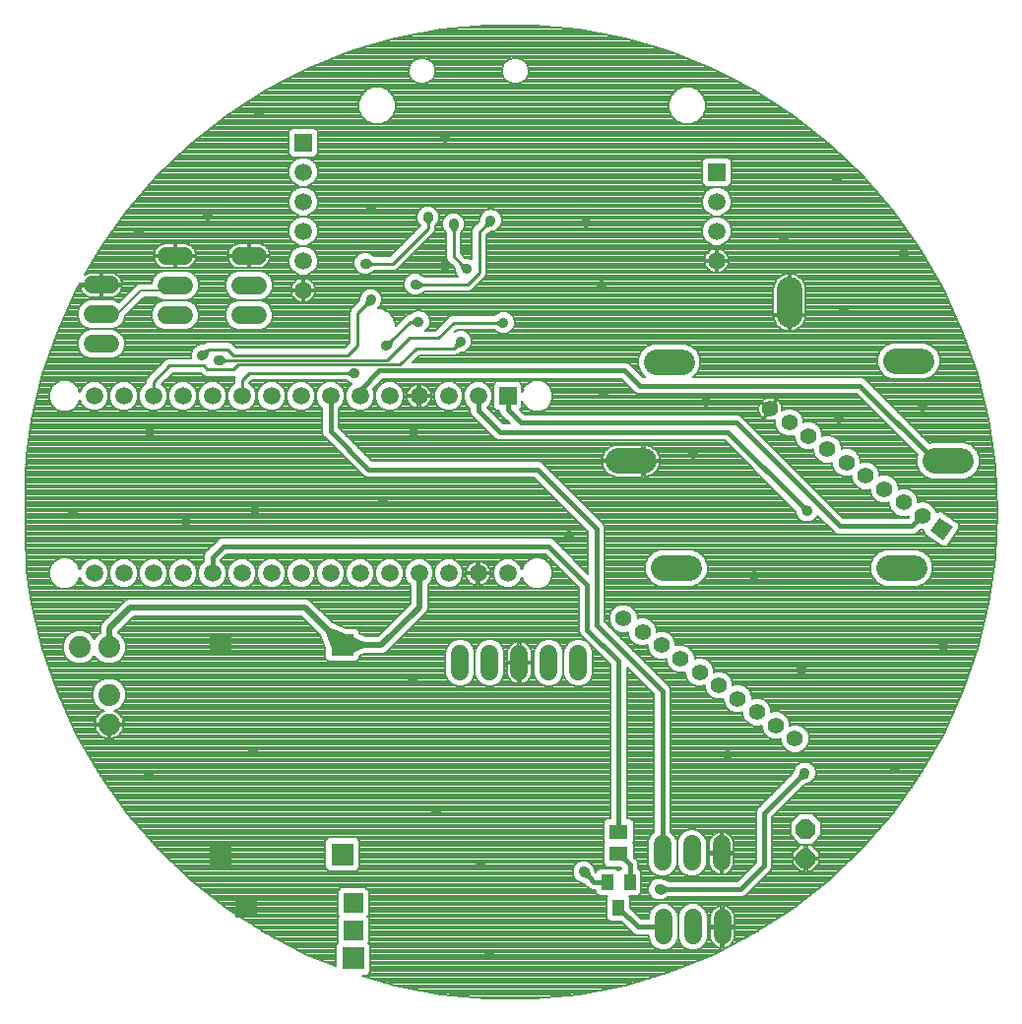
<source format=gtl>
G75*
%MOIN*%
%OFA0B0*%
%FSLAX25Y25*%
%IPPOS*%
%LPD*%
%AMOC8*
5,1,8,0,0,1.08239X$1,22.5*
%
%ADD10R,0.05906X0.05906*%
%ADD11C,0.05906*%
%ADD12C,0.05600*%
%ADD13R,0.05600X0.05600*%
%ADD14C,0.06000*%
%ADD15C,0.08600*%
%ADD16C,0.07400*%
%ADD17OC8,0.06600*%
%ADD18R,0.03937X0.05512*%
%ADD19R,0.06299X0.05118*%
%ADD20R,0.07600X0.07600*%
%ADD21C,0.00800*%
%ADD22C,0.03569*%
%ADD23C,0.02000*%
%ADD24C,0.00600*%
%ADD25C,0.01600*%
%ADD26R,0.06600X0.06600*%
%ADD27C,0.01000*%
D10*
X0167923Y0207923D03*
X0238723Y0283723D03*
X0098723Y0293723D03*
D11*
X0098723Y0283723D03*
X0098723Y0273723D03*
X0098723Y0263723D03*
X0098723Y0253723D03*
X0098723Y0243723D03*
X0097923Y0207923D03*
X0107923Y0207923D03*
X0117923Y0207923D03*
X0127923Y0207923D03*
X0137923Y0207923D03*
X0147923Y0207923D03*
X0157923Y0207923D03*
X0157923Y0147923D03*
X0167923Y0147923D03*
X0147923Y0147923D03*
X0137923Y0147923D03*
X0127923Y0147923D03*
X0117923Y0147923D03*
X0107923Y0147923D03*
X0097923Y0147923D03*
X0087923Y0147923D03*
X0077923Y0147923D03*
X0067923Y0147923D03*
X0057923Y0147923D03*
X0047923Y0147923D03*
X0037923Y0147923D03*
X0027923Y0147923D03*
X0027923Y0207923D03*
X0037923Y0207923D03*
X0047923Y0207923D03*
X0057923Y0207923D03*
X0067923Y0207923D03*
X0077923Y0207923D03*
X0087923Y0207923D03*
X0238723Y0253723D03*
X0238723Y0263723D03*
X0238723Y0273723D03*
D12*
X0256813Y0203499D03*
X0263263Y0198983D03*
X0269713Y0194466D03*
X0276163Y0189950D03*
X0282613Y0185434D03*
X0289063Y0180917D03*
X0295513Y0176401D03*
X0301963Y0171885D03*
X0308413Y0167368D03*
X0245833Y0105451D03*
X0239383Y0109967D03*
X0232933Y0114484D03*
X0226483Y0119000D03*
X0220033Y0123516D03*
X0213583Y0128033D03*
X0207133Y0132549D03*
X0252283Y0100934D03*
X0258733Y0096418D03*
X0265183Y0091902D03*
D13*
G36*
X0310964Y0162165D02*
X0314176Y0166751D01*
X0318762Y0163539D01*
X0315550Y0158953D01*
X0310964Y0162165D01*
G37*
D14*
X0240298Y0056211D02*
X0240298Y0050211D01*
X0230298Y0050211D02*
X0230298Y0056211D01*
X0220298Y0056211D02*
X0220298Y0050211D01*
X0220623Y0031223D02*
X0220623Y0025223D01*
X0230623Y0025223D02*
X0230623Y0031223D01*
X0240623Y0031223D02*
X0240623Y0025223D01*
X0191891Y0114617D02*
X0191891Y0120617D01*
X0181891Y0120617D02*
X0181891Y0114617D01*
X0171891Y0114617D02*
X0171891Y0120617D01*
X0161891Y0120617D02*
X0161891Y0114617D01*
X0151891Y0114617D02*
X0151891Y0120617D01*
X0083323Y0235365D02*
X0077323Y0235365D01*
X0077323Y0245365D02*
X0083323Y0245365D01*
X0083323Y0255365D02*
X0077323Y0255365D01*
X0058323Y0255365D02*
X0052323Y0255365D01*
X0052323Y0245365D02*
X0058323Y0245365D01*
X0058323Y0235365D02*
X0052323Y0235365D01*
X0033323Y0235523D02*
X0027323Y0235523D01*
X0027323Y0225523D02*
X0033323Y0225523D01*
X0033323Y0245523D02*
X0027323Y0245523D01*
D15*
X0205310Y0185952D02*
X0213910Y0185952D01*
X0218302Y0219417D02*
X0226902Y0219417D01*
X0263320Y0235361D02*
X0263320Y0243961D01*
X0299343Y0219810D02*
X0307943Y0219810D01*
X0312729Y0185952D02*
X0321329Y0185952D01*
X0305581Y0149731D02*
X0296981Y0149731D01*
X0229265Y0149731D02*
X0220665Y0149731D01*
D16*
X0033054Y0122896D03*
X0023054Y0122896D03*
X0033054Y0106754D03*
X0033054Y0096754D03*
D17*
X0268880Y0061361D03*
X0268880Y0051361D03*
D18*
X0209235Y0043369D03*
X0201754Y0043369D03*
X0205494Y0034707D03*
D19*
X0205494Y0053014D03*
X0205494Y0060494D03*
D20*
X0115623Y0017523D03*
X0111991Y0052817D03*
X0079510Y0035101D03*
X0070652Y0052817D03*
X0070652Y0123683D03*
X0111991Y0123683D03*
D21*
X0106191Y0053133D02*
X0051229Y0053133D01*
X0052067Y0052335D02*
X0106191Y0052335D01*
X0106191Y0051536D02*
X0052904Y0051536D01*
X0053742Y0050738D02*
X0106191Y0050738D01*
X0106191Y0049939D02*
X0054579Y0049939D01*
X0055416Y0049141D02*
X0106191Y0049141D01*
X0106191Y0048342D02*
X0056254Y0048342D01*
X0057091Y0047544D02*
X0106836Y0047544D01*
X0107362Y0047017D02*
X0106191Y0048189D01*
X0106191Y0057446D01*
X0107362Y0058617D01*
X0116619Y0058617D01*
X0117791Y0057446D01*
X0117791Y0048189D01*
X0116619Y0047017D01*
X0107362Y0047017D01*
X0111494Y0041623D02*
X0110323Y0040451D01*
X0110323Y0032194D01*
X0110794Y0031723D01*
X0110323Y0031251D01*
X0110323Y0022994D01*
X0110494Y0022823D01*
X0109823Y0022151D01*
X0109823Y0014856D01*
X0100211Y0018704D01*
X0086261Y0025895D01*
X0073058Y0034381D01*
X0060721Y0044082D01*
X0049363Y0054913D01*
X0039085Y0066774D01*
X0029981Y0079559D01*
X0022134Y0093151D01*
X0015614Y0107427D01*
X0010481Y0122259D01*
X0006780Y0137511D01*
X0005508Y0146358D01*
X0005161Y0149418D01*
X0004707Y0161456D01*
X0004707Y0180359D01*
X0004983Y0187433D01*
X0006780Y0199935D01*
X0010481Y0215187D01*
X0015614Y0230018D01*
X0022134Y0244295D01*
X0023174Y0246097D01*
X0023147Y0245923D01*
X0029923Y0245923D01*
X0029923Y0249710D01*
X0026993Y0249710D01*
X0026342Y0249607D01*
X0025715Y0249403D01*
X0025128Y0249104D01*
X0024753Y0248831D01*
X0029981Y0257887D01*
X0039085Y0270671D01*
X0049363Y0282533D01*
X0060721Y0293363D01*
X0073058Y0303065D01*
X0086261Y0311550D01*
X0100211Y0318742D01*
X0114782Y0324575D01*
X0129841Y0328997D01*
X0145252Y0331967D01*
X0160875Y0333459D01*
X0176570Y0333459D01*
X0192194Y0331967D01*
X0207605Y0328997D01*
X0222664Y0324575D01*
X0237234Y0318742D01*
X0251184Y0311550D01*
X0264387Y0303065D01*
X0276724Y0293363D01*
X0288083Y0282533D01*
X0298361Y0270671D01*
X0307465Y0257887D01*
X0315312Y0244295D01*
X0321832Y0230018D01*
X0326965Y0215187D01*
X0330665Y0199935D01*
X0332899Y0184400D01*
X0333646Y0168723D01*
X0332899Y0153046D01*
X0332899Y0153046D01*
X0330665Y0137511D01*
X0326965Y0122259D01*
X0321832Y0107427D01*
X0315312Y0093151D01*
X0307465Y0079559D01*
X0298361Y0066774D01*
X0288083Y0054913D01*
X0276724Y0044082D01*
X0264387Y0034381D01*
X0251184Y0025895D01*
X0237234Y0018704D01*
X0222664Y0012871D01*
X0207605Y0008449D01*
X0192194Y0005479D01*
X0176570Y0003987D01*
X0160875Y0003987D01*
X0145252Y0005479D01*
X0129841Y0008449D01*
X0118691Y0011723D01*
X0120251Y0011723D01*
X0121423Y0012894D01*
X0121423Y0022151D01*
X0120751Y0022823D01*
X0120923Y0022994D01*
X0120923Y0031251D01*
X0120451Y0031723D01*
X0120923Y0032194D01*
X0120923Y0040451D01*
X0119751Y0041623D01*
X0111494Y0041623D01*
X0111027Y0041156D02*
X0064443Y0041156D01*
X0063428Y0041954D02*
X0194681Y0041954D01*
X0193883Y0042753D02*
X0062412Y0042753D01*
X0061397Y0043551D02*
X0191874Y0043551D01*
X0191820Y0043572D02*
X0192287Y0043394D01*
X0192931Y0043128D01*
X0192989Y0043128D01*
X0193825Y0042810D01*
X0195641Y0040995D01*
X0196670Y0040569D01*
X0197786Y0040569D01*
X0197786Y0039784D01*
X0198957Y0038613D01*
X0201847Y0038613D01*
X0201526Y0038291D01*
X0201526Y0031123D01*
X0202698Y0029951D01*
X0206291Y0029951D01*
X0210393Y0025849D01*
X0211422Y0025423D01*
X0215623Y0025423D01*
X0215623Y0024228D01*
X0216384Y0022391D01*
X0217791Y0020984D01*
X0219628Y0020223D01*
X0221617Y0020223D01*
X0223455Y0020984D01*
X0224862Y0022391D01*
X0225623Y0024228D01*
X0226384Y0022391D01*
X0227791Y0020984D01*
X0229628Y0020223D01*
X0231617Y0020223D01*
X0233455Y0020984D01*
X0234862Y0022391D01*
X0235623Y0024228D01*
X0235623Y0032217D01*
X0234862Y0034055D01*
X0233455Y0035462D01*
X0231617Y0036223D01*
X0229628Y0036223D01*
X0227791Y0035462D01*
X0226384Y0034055D01*
X0225623Y0032217D01*
X0225623Y0024228D01*
X0225623Y0032217D01*
X0224862Y0034055D01*
X0223455Y0035462D01*
X0221617Y0036223D01*
X0219628Y0036223D01*
X0217791Y0035462D01*
X0216384Y0034055D01*
X0215623Y0032217D01*
X0215623Y0031023D01*
X0213139Y0031023D01*
X0209463Y0034698D01*
X0209463Y0038291D01*
X0209142Y0038613D01*
X0212032Y0038613D01*
X0213203Y0039784D01*
X0213203Y0046953D01*
X0212035Y0048121D01*
X0212035Y0049831D01*
X0211608Y0050860D01*
X0210644Y0051824D01*
X0210644Y0056402D01*
X0210291Y0056754D01*
X0210644Y0057107D01*
X0210644Y0063882D01*
X0209473Y0065054D01*
X0208294Y0065054D01*
X0208294Y0116136D01*
X0217498Y0106933D01*
X0217498Y0060463D01*
X0217465Y0060450D01*
X0216059Y0059043D01*
X0215298Y0057206D01*
X0215298Y0049216D01*
X0216059Y0047379D01*
X0217465Y0045972D01*
X0219303Y0045211D01*
X0221292Y0045211D01*
X0223130Y0045972D01*
X0224536Y0047379D01*
X0225298Y0049216D01*
X0225298Y0057206D01*
X0225298Y0049216D01*
X0226059Y0047379D01*
X0227465Y0045972D01*
X0229303Y0045211D01*
X0231292Y0045211D01*
X0233130Y0045972D01*
X0234536Y0047379D01*
X0235298Y0049216D01*
X0235298Y0057206D01*
X0234536Y0059043D01*
X0233130Y0060450D01*
X0231292Y0061211D01*
X0229303Y0061211D01*
X0227465Y0060450D01*
X0226059Y0059043D01*
X0225298Y0057206D01*
X0224536Y0059043D01*
X0223130Y0060450D01*
X0223098Y0060463D01*
X0223098Y0108650D01*
X0222671Y0109679D01*
X0200814Y0131536D01*
X0200814Y0163610D01*
X0200388Y0164640D01*
X0180309Y0184718D01*
X0179521Y0185506D01*
X0178492Y0185932D01*
X0122009Y0185932D01*
X0110723Y0197218D01*
X0110723Y0203722D01*
X0110728Y0203724D01*
X0112122Y0205117D01*
X0112876Y0206938D01*
X0112876Y0208908D01*
X0112122Y0210728D01*
X0110728Y0212122D01*
X0108908Y0212876D01*
X0106938Y0212876D01*
X0105117Y0212122D01*
X0103724Y0210728D01*
X0102970Y0208908D01*
X0102970Y0206938D01*
X0103724Y0205117D01*
X0105117Y0203724D01*
X0105123Y0203722D01*
X0105123Y0195501D01*
X0105549Y0194472D01*
X0106337Y0193685D01*
X0119263Y0180759D01*
X0120292Y0180332D01*
X0176776Y0180332D01*
X0195214Y0161894D01*
X0195214Y0147766D01*
X0183459Y0159522D01*
X0182429Y0159948D01*
X0071079Y0159948D01*
X0070050Y0159522D01*
X0069262Y0158734D01*
X0065549Y0155021D01*
X0065123Y0153992D01*
X0065123Y0152124D01*
X0065117Y0152122D01*
X0063724Y0150728D01*
X0062970Y0148908D01*
X0062970Y0146938D01*
X0063724Y0145117D01*
X0065117Y0143724D01*
X0066938Y0142970D01*
X0068908Y0142970D01*
X0070728Y0143724D01*
X0072122Y0145117D01*
X0072876Y0146938D01*
X0072876Y0148908D01*
X0072122Y0150728D01*
X0070728Y0152122D01*
X0070723Y0152124D01*
X0070723Y0152275D01*
X0072796Y0154348D01*
X0180713Y0154348D01*
X0192065Y0142996D01*
X0192065Y0128245D01*
X0192491Y0127216D01*
X0202694Y0117012D01*
X0202694Y0065054D01*
X0201516Y0065054D01*
X0200345Y0063882D01*
X0200345Y0057107D01*
X0200698Y0056754D01*
X0200345Y0056402D01*
X0200345Y0049627D01*
X0201516Y0048455D01*
X0206094Y0048455D01*
X0206431Y0048118D01*
X0205494Y0047181D01*
X0204551Y0048124D01*
X0198957Y0048124D01*
X0197786Y0046953D01*
X0197786Y0046769D01*
X0197785Y0046770D01*
X0197468Y0047606D01*
X0197468Y0047665D01*
X0197201Y0048307D01*
X0197024Y0048776D01*
X0196995Y0048806D01*
X0196892Y0049055D01*
X0195827Y0050120D01*
X0194436Y0050696D01*
X0192931Y0050696D01*
X0191540Y0050120D01*
X0190475Y0049055D01*
X0189899Y0047665D01*
X0189899Y0046159D01*
X0190475Y0044768D01*
X0191540Y0043704D01*
X0191789Y0043600D01*
X0191820Y0043572D01*
X0191820Y0043572D01*
X0191820Y0043572D01*
X0190894Y0044350D02*
X0060441Y0044350D01*
X0059604Y0045148D02*
X0190318Y0045148D01*
X0189987Y0045947D02*
X0058766Y0045947D01*
X0057929Y0046745D02*
X0189899Y0046745D01*
X0189899Y0047544D02*
X0117145Y0047544D01*
X0117791Y0048342D02*
X0190180Y0048342D01*
X0190561Y0049141D02*
X0117791Y0049141D01*
X0117791Y0049939D02*
X0191359Y0049939D01*
X0196008Y0049939D02*
X0200345Y0049939D01*
X0200345Y0050738D02*
X0117791Y0050738D01*
X0117791Y0051536D02*
X0200345Y0051536D01*
X0200345Y0052335D02*
X0117791Y0052335D01*
X0117791Y0053133D02*
X0200345Y0053133D01*
X0200345Y0053932D02*
X0117791Y0053932D01*
X0117791Y0054730D02*
X0200345Y0054730D01*
X0200345Y0055529D02*
X0117791Y0055529D01*
X0117791Y0056327D02*
X0200345Y0056327D01*
X0200345Y0057126D02*
X0117791Y0057126D01*
X0117312Y0057924D02*
X0200345Y0057924D01*
X0200345Y0058723D02*
X0046061Y0058723D01*
X0045369Y0059521D02*
X0200345Y0059521D01*
X0200345Y0060320D02*
X0044678Y0060320D01*
X0043986Y0061118D02*
X0200345Y0061118D01*
X0200345Y0061917D02*
X0043294Y0061917D01*
X0042602Y0062715D02*
X0200345Y0062715D01*
X0200345Y0063514D02*
X0041910Y0063514D01*
X0041218Y0064312D02*
X0200775Y0064312D01*
X0202694Y0065111D02*
X0040526Y0065111D01*
X0039834Y0065909D02*
X0202694Y0065909D01*
X0202694Y0066708D02*
X0039142Y0066708D01*
X0038563Y0067506D02*
X0202694Y0067506D01*
X0202694Y0068305D02*
X0037995Y0068305D01*
X0037426Y0069103D02*
X0202694Y0069103D01*
X0202694Y0069902D02*
X0036858Y0069902D01*
X0036289Y0070701D02*
X0202694Y0070701D01*
X0202694Y0071499D02*
X0035720Y0071499D01*
X0035152Y0072298D02*
X0202694Y0072298D01*
X0202694Y0073096D02*
X0034583Y0073096D01*
X0034014Y0073895D02*
X0202694Y0073895D01*
X0202694Y0074693D02*
X0033446Y0074693D01*
X0032877Y0075492D02*
X0202694Y0075492D01*
X0202694Y0076290D02*
X0032309Y0076290D01*
X0031740Y0077089D02*
X0202694Y0077089D01*
X0202694Y0077887D02*
X0031171Y0077887D01*
X0030603Y0078686D02*
X0202694Y0078686D01*
X0202694Y0079484D02*
X0030034Y0079484D01*
X0029563Y0080283D02*
X0202694Y0080283D01*
X0202694Y0081081D02*
X0029102Y0081081D01*
X0028641Y0081880D02*
X0202694Y0081880D01*
X0202694Y0082678D02*
X0028180Y0082678D01*
X0027719Y0083477D02*
X0202694Y0083477D01*
X0202694Y0084275D02*
X0027258Y0084275D01*
X0026797Y0085074D02*
X0202694Y0085074D01*
X0202694Y0085872D02*
X0026336Y0085872D01*
X0025875Y0086671D02*
X0202694Y0086671D01*
X0202694Y0087469D02*
X0025414Y0087469D01*
X0024953Y0088268D02*
X0202694Y0088268D01*
X0202694Y0089066D02*
X0024492Y0089066D01*
X0024031Y0089865D02*
X0202694Y0089865D01*
X0202694Y0090663D02*
X0023570Y0090663D01*
X0023109Y0091462D02*
X0202694Y0091462D01*
X0202694Y0092260D02*
X0034999Y0092260D01*
X0034930Y0092225D02*
X0035615Y0092574D01*
X0036237Y0093026D01*
X0036781Y0093570D01*
X0037234Y0094193D01*
X0037583Y0094878D01*
X0037821Y0095610D01*
X0037938Y0096354D01*
X0033454Y0096354D01*
X0033454Y0097154D01*
X0037938Y0097154D01*
X0037821Y0097899D01*
X0037583Y0098630D01*
X0037234Y0099316D01*
X0036781Y0099938D01*
X0036237Y0100482D01*
X0035615Y0100934D01*
X0034930Y0101284D01*
X0034824Y0101318D01*
X0036282Y0101922D01*
X0037886Y0103526D01*
X0038754Y0105621D01*
X0038754Y0107888D01*
X0037886Y0109983D01*
X0036282Y0111587D01*
X0034187Y0112454D01*
X0031920Y0112454D01*
X0029825Y0111587D01*
X0028221Y0109983D01*
X0027354Y0107888D01*
X0027354Y0105621D01*
X0028221Y0103526D01*
X0029825Y0101922D01*
X0031283Y0101318D01*
X0031177Y0101284D01*
X0030492Y0100934D01*
X0029870Y0100482D01*
X0029326Y0099938D01*
X0028873Y0099316D01*
X0028524Y0098630D01*
X0028286Y0097899D01*
X0028169Y0097154D01*
X0032653Y0097154D01*
X0032653Y0096354D01*
X0028169Y0096354D01*
X0028286Y0095610D01*
X0028524Y0094878D01*
X0028873Y0094193D01*
X0029326Y0093570D01*
X0029870Y0093026D01*
X0030492Y0092574D01*
X0031177Y0092225D01*
X0031909Y0091987D01*
X0032654Y0091869D01*
X0032654Y0096354D01*
X0033454Y0096354D01*
X0033454Y0091869D01*
X0034198Y0091987D01*
X0034930Y0092225D01*
X0033454Y0092260D02*
X0032654Y0092260D01*
X0032654Y0093059D02*
X0033454Y0093059D01*
X0033454Y0093857D02*
X0032654Y0093857D01*
X0032654Y0094656D02*
X0033454Y0094656D01*
X0033454Y0095454D02*
X0032654Y0095454D01*
X0032654Y0096253D02*
X0033454Y0096253D01*
X0033454Y0097051D02*
X0202694Y0097051D01*
X0202694Y0096253D02*
X0037922Y0096253D01*
X0037770Y0095454D02*
X0202694Y0095454D01*
X0202694Y0094656D02*
X0037470Y0094656D01*
X0036990Y0093857D02*
X0202694Y0093857D01*
X0202694Y0093059D02*
X0036270Y0093059D01*
X0037828Y0097850D02*
X0202694Y0097850D01*
X0202694Y0098648D02*
X0037574Y0098648D01*
X0037138Y0099447D02*
X0202694Y0099447D01*
X0202694Y0100245D02*
X0036474Y0100245D01*
X0035400Y0101044D02*
X0202694Y0101044D01*
X0202694Y0101842D02*
X0036090Y0101842D01*
X0037001Y0102641D02*
X0202694Y0102641D01*
X0202694Y0103439D02*
X0037800Y0103439D01*
X0038181Y0104238D02*
X0202694Y0104238D01*
X0202694Y0105036D02*
X0038512Y0105036D01*
X0038754Y0105835D02*
X0202694Y0105835D01*
X0202694Y0106634D02*
X0038754Y0106634D01*
X0038754Y0107432D02*
X0202694Y0107432D01*
X0202694Y0108231D02*
X0038612Y0108231D01*
X0038281Y0109029D02*
X0202694Y0109029D01*
X0202694Y0109828D02*
X0193393Y0109828D01*
X0192885Y0109617D02*
X0194723Y0110379D01*
X0196129Y0111785D01*
X0196891Y0113623D01*
X0196891Y0121612D01*
X0196129Y0123450D01*
X0194723Y0124856D01*
X0192885Y0125617D01*
X0190896Y0125617D01*
X0189058Y0124856D01*
X0187652Y0123450D01*
X0186891Y0121612D01*
X0186891Y0113623D01*
X0187652Y0111785D01*
X0189058Y0110379D01*
X0190896Y0109617D01*
X0192885Y0109617D01*
X0194970Y0110626D02*
X0202694Y0110626D01*
X0202694Y0111425D02*
X0195769Y0111425D01*
X0196311Y0112223D02*
X0202694Y0112223D01*
X0202694Y0113022D02*
X0196642Y0113022D01*
X0196891Y0113820D02*
X0202694Y0113820D01*
X0202694Y0114619D02*
X0196891Y0114619D01*
X0196891Y0115417D02*
X0202694Y0115417D01*
X0202694Y0116216D02*
X0196891Y0116216D01*
X0196891Y0117014D02*
X0202692Y0117014D01*
X0201894Y0117813D02*
X0196891Y0117813D01*
X0196891Y0118611D02*
X0201095Y0118611D01*
X0200297Y0119410D02*
X0196891Y0119410D01*
X0196891Y0120208D02*
X0199498Y0120208D01*
X0198700Y0121007D02*
X0196891Y0121007D01*
X0196810Y0121805D02*
X0197901Y0121805D01*
X0197103Y0122604D02*
X0196480Y0122604D01*
X0196304Y0123402D02*
X0196149Y0123402D01*
X0195506Y0124201D02*
X0195378Y0124201D01*
X0194707Y0124999D02*
X0194377Y0124999D01*
X0193909Y0125798D02*
X0131536Y0125798D01*
X0130738Y0124999D02*
X0149404Y0124999D01*
X0149058Y0124856D02*
X0147652Y0123450D01*
X0146891Y0121612D01*
X0146891Y0113623D01*
X0147652Y0111785D01*
X0149058Y0110379D01*
X0150896Y0109617D01*
X0152885Y0109617D01*
X0154723Y0110379D01*
X0156129Y0111785D01*
X0156891Y0113623D01*
X0157652Y0111785D01*
X0159058Y0110379D01*
X0160896Y0109617D01*
X0162885Y0109617D01*
X0164723Y0110379D01*
X0166129Y0111785D01*
X0166891Y0113623D01*
X0166891Y0121612D01*
X0166129Y0123450D01*
X0164723Y0124856D01*
X0162885Y0125617D01*
X0160896Y0125617D01*
X0159058Y0124856D01*
X0157652Y0123450D01*
X0156891Y0121612D01*
X0156891Y0113623D01*
X0156891Y0121612D01*
X0156129Y0123450D01*
X0154723Y0124856D01*
X0152885Y0125617D01*
X0150896Y0125617D01*
X0149058Y0124856D01*
X0148403Y0124201D02*
X0129939Y0124201D01*
X0129141Y0123402D02*
X0147632Y0123402D01*
X0147301Y0122604D02*
X0128342Y0122604D01*
X0127723Y0121984D02*
X0139622Y0133883D01*
X0140466Y0134727D01*
X0140923Y0135830D01*
X0140923Y0143919D01*
X0142122Y0145117D01*
X0142876Y0146938D01*
X0142876Y0148908D01*
X0142122Y0150728D01*
X0140728Y0152122D01*
X0138908Y0152876D01*
X0136938Y0152876D01*
X0135117Y0152122D01*
X0133724Y0150728D01*
X0132970Y0148908D01*
X0132970Y0146938D01*
X0133724Y0145117D01*
X0134923Y0143919D01*
X0134923Y0137669D01*
X0123937Y0126683D01*
X0119695Y0126683D01*
X0117791Y0127503D01*
X0117791Y0128312D01*
X0116619Y0129483D01*
X0113104Y0129483D01*
X0108664Y0131253D01*
X0101091Y0138825D01*
X0099989Y0139282D01*
X0039543Y0139282D01*
X0038441Y0138825D01*
X0037597Y0137981D01*
X0030510Y0130895D01*
X0030054Y0129792D01*
X0030054Y0127823D01*
X0029825Y0127728D01*
X0028221Y0126125D01*
X0028054Y0125720D01*
X0027886Y0126125D01*
X0026282Y0127728D01*
X0024187Y0128596D01*
X0021920Y0128596D01*
X0019825Y0127728D01*
X0018221Y0126125D01*
X0017354Y0124030D01*
X0017354Y0121762D01*
X0018221Y0119667D01*
X0019825Y0118064D01*
X0021920Y0117196D01*
X0024187Y0117196D01*
X0026282Y0118064D01*
X0027886Y0119667D01*
X0028054Y0120072D01*
X0028221Y0119667D01*
X0029825Y0118064D01*
X0031920Y0117196D01*
X0034187Y0117196D01*
X0036282Y0118064D01*
X0037886Y0119667D01*
X0038754Y0121762D01*
X0038754Y0124030D01*
X0037886Y0126125D01*
X0036282Y0127728D01*
X0036054Y0127823D01*
X0036054Y0127953D01*
X0041383Y0133282D01*
X0098149Y0133282D01*
X0104421Y0127010D01*
X0106191Y0122570D01*
X0106191Y0119055D01*
X0107362Y0117883D01*
X0116619Y0117883D01*
X0117791Y0119055D01*
X0117791Y0119864D01*
X0119695Y0120683D01*
X0125776Y0120683D01*
X0126879Y0121140D01*
X0127723Y0121984D01*
X0127544Y0121805D02*
X0146971Y0121805D01*
X0146891Y0121007D02*
X0126557Y0121007D01*
X0124648Y0127395D02*
X0118041Y0127395D01*
X0117791Y0128193D02*
X0125447Y0128193D01*
X0126245Y0128992D02*
X0117111Y0128992D01*
X0112334Y0129790D02*
X0127044Y0129790D01*
X0127842Y0130589D02*
X0110330Y0130589D01*
X0108529Y0131387D02*
X0128641Y0131387D01*
X0129439Y0132186D02*
X0107731Y0132186D01*
X0106932Y0132984D02*
X0130238Y0132984D01*
X0131036Y0133783D02*
X0106134Y0133783D01*
X0105335Y0134581D02*
X0131835Y0134581D01*
X0132633Y0135380D02*
X0104537Y0135380D01*
X0103738Y0136178D02*
X0133432Y0136178D01*
X0134230Y0136977D02*
X0102940Y0136977D01*
X0102141Y0137775D02*
X0134923Y0137775D01*
X0134923Y0138574D02*
X0101343Y0138574D01*
X0099861Y0143365D02*
X0105984Y0143365D01*
X0105117Y0143724D02*
X0106938Y0142970D01*
X0108908Y0142970D01*
X0110728Y0143724D01*
X0112122Y0145117D01*
X0112876Y0146938D01*
X0112876Y0148908D01*
X0112122Y0150728D01*
X0110728Y0152122D01*
X0108908Y0152876D01*
X0106938Y0152876D01*
X0105117Y0152122D01*
X0103724Y0150728D01*
X0102970Y0148908D01*
X0102970Y0146938D01*
X0103724Y0145117D01*
X0105117Y0143724D01*
X0104678Y0144164D02*
X0101168Y0144164D01*
X0100728Y0143724D02*
X0102122Y0145117D01*
X0102876Y0146938D01*
X0102876Y0148908D01*
X0102122Y0150728D01*
X0100728Y0152122D01*
X0098908Y0152876D01*
X0096938Y0152876D01*
X0095117Y0152122D01*
X0093724Y0150728D01*
X0092970Y0148908D01*
X0092970Y0146938D01*
X0093724Y0145117D01*
X0095117Y0143724D01*
X0096938Y0142970D01*
X0098908Y0142970D01*
X0100728Y0143724D01*
X0101966Y0144962D02*
X0103879Y0144962D01*
X0103458Y0145761D02*
X0102388Y0145761D01*
X0102719Y0146559D02*
X0103127Y0146559D01*
X0102970Y0147358D02*
X0102876Y0147358D01*
X0102876Y0148156D02*
X0102970Y0148156D01*
X0102989Y0148955D02*
X0102856Y0148955D01*
X0102526Y0149753D02*
X0103320Y0149753D01*
X0103651Y0150552D02*
X0102195Y0150552D01*
X0101500Y0151350D02*
X0104346Y0151350D01*
X0105183Y0152149D02*
X0100663Y0152149D01*
X0095183Y0152149D02*
X0090663Y0152149D01*
X0090728Y0152122D02*
X0088908Y0152876D01*
X0086938Y0152876D01*
X0085117Y0152122D01*
X0083724Y0150728D01*
X0082970Y0148908D01*
X0082970Y0146938D01*
X0083724Y0145117D01*
X0085117Y0143724D01*
X0086938Y0142970D01*
X0088908Y0142970D01*
X0090728Y0143724D01*
X0092122Y0145117D01*
X0092876Y0146938D01*
X0092876Y0148908D01*
X0092122Y0150728D01*
X0090728Y0152122D01*
X0091500Y0151350D02*
X0094346Y0151350D01*
X0093651Y0150552D02*
X0092195Y0150552D01*
X0092526Y0149753D02*
X0093320Y0149753D01*
X0092989Y0148955D02*
X0092856Y0148955D01*
X0092876Y0148156D02*
X0092970Y0148156D01*
X0092970Y0147358D02*
X0092876Y0147358D01*
X0092719Y0146559D02*
X0093127Y0146559D01*
X0093458Y0145761D02*
X0092388Y0145761D01*
X0091966Y0144962D02*
X0093879Y0144962D01*
X0094678Y0144164D02*
X0091168Y0144164D01*
X0089861Y0143365D02*
X0095984Y0143365D01*
X0085984Y0143365D02*
X0079861Y0143365D01*
X0080728Y0143724D02*
X0082122Y0145117D01*
X0082876Y0146938D01*
X0082876Y0148908D01*
X0082122Y0150728D01*
X0080728Y0152122D01*
X0078908Y0152876D01*
X0076938Y0152876D01*
X0075117Y0152122D01*
X0073724Y0150728D01*
X0072970Y0148908D01*
X0072970Y0146938D01*
X0073724Y0145117D01*
X0075117Y0143724D01*
X0076938Y0142970D01*
X0078908Y0142970D01*
X0080728Y0143724D01*
X0081168Y0144164D02*
X0084678Y0144164D01*
X0083879Y0144962D02*
X0081966Y0144962D01*
X0082388Y0145761D02*
X0083458Y0145761D01*
X0083127Y0146559D02*
X0082719Y0146559D01*
X0082876Y0147358D02*
X0082970Y0147358D01*
X0082970Y0148156D02*
X0082876Y0148156D01*
X0082856Y0148955D02*
X0082989Y0148955D01*
X0083320Y0149753D02*
X0082526Y0149753D01*
X0082195Y0150552D02*
X0083651Y0150552D01*
X0084346Y0151350D02*
X0081500Y0151350D01*
X0080663Y0152149D02*
X0085183Y0152149D01*
X0075183Y0152149D02*
X0070723Y0152149D01*
X0071395Y0152947D02*
X0176334Y0152947D01*
X0176879Y0153173D02*
X0174949Y0152374D01*
X0173472Y0150897D01*
X0172762Y0149182D01*
X0172122Y0150728D01*
X0170728Y0152122D01*
X0168908Y0152876D01*
X0166938Y0152876D01*
X0165117Y0152122D01*
X0163724Y0150728D01*
X0162970Y0148908D01*
X0162970Y0146938D01*
X0163724Y0145117D01*
X0165117Y0143724D01*
X0166938Y0142970D01*
X0168908Y0142970D01*
X0170728Y0143724D01*
X0172122Y0145117D01*
X0172762Y0146663D01*
X0173472Y0144949D01*
X0174949Y0143472D01*
X0176879Y0142673D01*
X0178967Y0142673D01*
X0180897Y0143472D01*
X0182374Y0144949D01*
X0183173Y0146879D01*
X0183173Y0148967D01*
X0182374Y0150897D01*
X0180897Y0152374D01*
X0178967Y0153173D01*
X0176879Y0153173D01*
X0174724Y0152149D02*
X0170663Y0152149D01*
X0171500Y0151350D02*
X0173926Y0151350D01*
X0173329Y0150552D02*
X0172195Y0150552D01*
X0172526Y0149753D02*
X0172998Y0149753D01*
X0172805Y0146559D02*
X0172719Y0146559D01*
X0172388Y0145761D02*
X0173136Y0145761D01*
X0173467Y0144962D02*
X0171966Y0144962D01*
X0171168Y0144164D02*
X0174257Y0144164D01*
X0175207Y0143365D02*
X0169861Y0143365D01*
X0165984Y0143365D02*
X0149861Y0143365D01*
X0150728Y0143724D02*
X0148908Y0142970D01*
X0146938Y0142970D01*
X0145117Y0143724D01*
X0143724Y0145117D01*
X0142970Y0146938D01*
X0142970Y0148908D01*
X0143724Y0150728D01*
X0145117Y0152122D01*
X0146938Y0152876D01*
X0148908Y0152876D01*
X0150728Y0152122D01*
X0152122Y0150728D01*
X0152876Y0148908D01*
X0152876Y0146938D01*
X0152122Y0145117D01*
X0150728Y0143724D01*
X0151168Y0144164D02*
X0156181Y0144164D01*
X0156334Y0144086D02*
X0156953Y0143885D01*
X0157523Y0143794D01*
X0157523Y0147523D01*
X0158323Y0147523D01*
X0158323Y0148323D01*
X0162051Y0148323D01*
X0161961Y0148892D01*
X0161760Y0149512D01*
X0161464Y0150093D01*
X0161081Y0150620D01*
X0160620Y0151081D01*
X0160093Y0151464D01*
X0159512Y0151760D01*
X0158892Y0151961D01*
X0158323Y0152051D01*
X0158323Y0148323D01*
X0157523Y0148323D01*
X0157523Y0152051D01*
X0156953Y0151961D01*
X0156334Y0151760D01*
X0155753Y0151464D01*
X0155226Y0151081D01*
X0154765Y0150620D01*
X0154382Y0150093D01*
X0154086Y0149512D01*
X0153885Y0148892D01*
X0153794Y0148323D01*
X0157523Y0148323D01*
X0157523Y0147523D01*
X0153794Y0147523D01*
X0153885Y0146953D01*
X0154086Y0146334D01*
X0154382Y0145753D01*
X0154765Y0145226D01*
X0155226Y0144765D01*
X0155753Y0144382D01*
X0156334Y0144086D01*
X0157523Y0144164D02*
X0158323Y0144164D01*
X0158323Y0143794D02*
X0158892Y0143885D01*
X0159512Y0144086D01*
X0160093Y0144382D01*
X0160620Y0144765D01*
X0161081Y0145226D01*
X0161464Y0145753D01*
X0161760Y0146334D01*
X0161961Y0146953D01*
X0162051Y0147523D01*
X0158323Y0147523D01*
X0158323Y0143794D01*
X0158323Y0144962D02*
X0157523Y0144962D01*
X0157523Y0145761D02*
X0158323Y0145761D01*
X0158323Y0146559D02*
X0157523Y0146559D01*
X0157523Y0147358D02*
X0158323Y0147358D01*
X0158323Y0148156D02*
X0162970Y0148156D01*
X0162970Y0147358D02*
X0162025Y0147358D01*
X0161833Y0146559D02*
X0163127Y0146559D01*
X0163458Y0145761D02*
X0161468Y0145761D01*
X0160817Y0144962D02*
X0163879Y0144962D01*
X0164678Y0144164D02*
X0159664Y0144164D01*
X0157523Y0148156D02*
X0152876Y0148156D01*
X0152876Y0147358D02*
X0153821Y0147358D01*
X0154013Y0146559D02*
X0152719Y0146559D01*
X0152388Y0145761D02*
X0154378Y0145761D01*
X0155029Y0144962D02*
X0151966Y0144962D01*
X0152856Y0148955D02*
X0153905Y0148955D01*
X0154209Y0149753D02*
X0152526Y0149753D01*
X0152195Y0150552D02*
X0154715Y0150552D01*
X0155596Y0151350D02*
X0151500Y0151350D01*
X0150663Y0152149D02*
X0165183Y0152149D01*
X0164346Y0151350D02*
X0160249Y0151350D01*
X0161130Y0150552D02*
X0163651Y0150552D01*
X0163320Y0149753D02*
X0161637Y0149753D01*
X0161941Y0148955D02*
X0162989Y0148955D01*
X0158323Y0148955D02*
X0157523Y0148955D01*
X0157523Y0149753D02*
X0158323Y0149753D01*
X0158323Y0150552D02*
X0157523Y0150552D01*
X0157523Y0151350D02*
X0158323Y0151350D01*
X0145183Y0152149D02*
X0140663Y0152149D01*
X0141500Y0151350D02*
X0144346Y0151350D01*
X0143651Y0150552D02*
X0142195Y0150552D01*
X0142526Y0149753D02*
X0143320Y0149753D01*
X0142989Y0148955D02*
X0142856Y0148955D01*
X0142876Y0148156D02*
X0142970Y0148156D01*
X0142970Y0147358D02*
X0142876Y0147358D01*
X0142719Y0146559D02*
X0143127Y0146559D01*
X0143458Y0145761D02*
X0142388Y0145761D01*
X0141966Y0144962D02*
X0143879Y0144962D01*
X0144678Y0144164D02*
X0141168Y0144164D01*
X0140923Y0143365D02*
X0145984Y0143365D01*
X0140923Y0142567D02*
X0192065Y0142567D01*
X0192065Y0141768D02*
X0140923Y0141768D01*
X0140923Y0140970D02*
X0192065Y0140970D01*
X0192065Y0140171D02*
X0140923Y0140171D01*
X0140923Y0139372D02*
X0192065Y0139372D01*
X0192065Y0138574D02*
X0140923Y0138574D01*
X0140923Y0137775D02*
X0192065Y0137775D01*
X0192065Y0136977D02*
X0140923Y0136977D01*
X0140923Y0136178D02*
X0192065Y0136178D01*
X0192065Y0135380D02*
X0140736Y0135380D01*
X0140320Y0134581D02*
X0192065Y0134581D01*
X0192065Y0133783D02*
X0139522Y0133783D01*
X0138723Y0132984D02*
X0192065Y0132984D01*
X0192065Y0132186D02*
X0137925Y0132186D01*
X0137126Y0131387D02*
X0192065Y0131387D01*
X0192065Y0130589D02*
X0136328Y0130589D01*
X0135529Y0129790D02*
X0192065Y0129790D01*
X0192065Y0128992D02*
X0134731Y0128992D01*
X0133932Y0128193D02*
X0192086Y0128193D01*
X0192417Y0127395D02*
X0133134Y0127395D01*
X0132335Y0126596D02*
X0193110Y0126596D01*
X0189404Y0124999D02*
X0184377Y0124999D01*
X0184723Y0124856D02*
X0182885Y0125617D01*
X0180896Y0125617D01*
X0179058Y0124856D01*
X0177652Y0123450D01*
X0176891Y0121612D01*
X0176891Y0113623D01*
X0177652Y0111785D01*
X0179058Y0110379D01*
X0180896Y0109617D01*
X0182885Y0109617D01*
X0184723Y0110379D01*
X0186129Y0111785D01*
X0186891Y0113623D01*
X0186891Y0121612D01*
X0186129Y0123450D01*
X0184723Y0124856D01*
X0185378Y0124201D02*
X0188403Y0124201D01*
X0187632Y0123402D02*
X0186149Y0123402D01*
X0186480Y0122604D02*
X0187301Y0122604D01*
X0186971Y0121805D02*
X0186810Y0121805D01*
X0186891Y0121007D02*
X0186891Y0121007D01*
X0186891Y0120208D02*
X0186891Y0120208D01*
X0186891Y0119410D02*
X0186891Y0119410D01*
X0186891Y0118611D02*
X0186891Y0118611D01*
X0186891Y0117813D02*
X0186891Y0117813D01*
X0186891Y0117014D02*
X0186891Y0117014D01*
X0186891Y0116216D02*
X0186891Y0116216D01*
X0186891Y0115417D02*
X0186891Y0115417D01*
X0186891Y0114619D02*
X0186891Y0114619D01*
X0186891Y0113820D02*
X0186891Y0113820D01*
X0186642Y0113022D02*
X0187140Y0113022D01*
X0187470Y0112223D02*
X0186311Y0112223D01*
X0185769Y0111425D02*
X0188012Y0111425D01*
X0188811Y0110626D02*
X0184970Y0110626D01*
X0183393Y0109828D02*
X0190388Y0109828D01*
X0180388Y0109828D02*
X0163393Y0109828D01*
X0164970Y0110626D02*
X0170624Y0110626D01*
X0170910Y0110533D02*
X0171491Y0110441D01*
X0171491Y0117217D01*
X0172291Y0117217D01*
X0172291Y0118017D01*
X0176078Y0118017D01*
X0176078Y0120947D01*
X0175975Y0121598D01*
X0175771Y0122225D01*
X0175472Y0122812D01*
X0175085Y0123345D01*
X0174618Y0123811D01*
X0174085Y0124199D01*
X0173498Y0124498D01*
X0172871Y0124702D01*
X0172291Y0124794D01*
X0172291Y0118017D01*
X0171491Y0118017D01*
X0171491Y0124794D01*
X0170910Y0124702D01*
X0170283Y0124498D01*
X0169696Y0124199D01*
X0169163Y0123811D01*
X0168697Y0123345D01*
X0168309Y0122812D01*
X0168010Y0122225D01*
X0167806Y0121598D01*
X0167703Y0120947D01*
X0167703Y0118017D01*
X0171490Y0118017D01*
X0171490Y0117217D01*
X0167703Y0117217D01*
X0167703Y0114288D01*
X0167806Y0113637D01*
X0168010Y0113010D01*
X0168309Y0112423D01*
X0168697Y0111889D01*
X0169163Y0111423D01*
X0169696Y0111036D01*
X0170283Y0110737D01*
X0170910Y0110533D01*
X0171491Y0110626D02*
X0172291Y0110626D01*
X0172291Y0110441D02*
X0172871Y0110533D01*
X0173498Y0110737D01*
X0174085Y0111036D01*
X0174618Y0111423D01*
X0175085Y0111889D01*
X0175472Y0112423D01*
X0175771Y0113010D01*
X0175975Y0113637D01*
X0176078Y0114288D01*
X0176078Y0117217D01*
X0172291Y0117217D01*
X0172291Y0110441D01*
X0173157Y0110626D02*
X0178811Y0110626D01*
X0178012Y0111425D02*
X0174620Y0111425D01*
X0175327Y0112223D02*
X0177470Y0112223D01*
X0177140Y0113022D02*
X0175775Y0113022D01*
X0176004Y0113820D02*
X0176891Y0113820D01*
X0176891Y0114619D02*
X0176078Y0114619D01*
X0176078Y0115417D02*
X0176891Y0115417D01*
X0176891Y0116216D02*
X0176078Y0116216D01*
X0176078Y0117014D02*
X0176891Y0117014D01*
X0176891Y0117813D02*
X0172291Y0117813D01*
X0172291Y0118611D02*
X0171491Y0118611D01*
X0171490Y0117813D02*
X0166891Y0117813D01*
X0166891Y0118611D02*
X0167703Y0118611D01*
X0167703Y0119410D02*
X0166891Y0119410D01*
X0166891Y0120208D02*
X0167703Y0120208D01*
X0167713Y0121007D02*
X0166891Y0121007D01*
X0166810Y0121805D02*
X0167874Y0121805D01*
X0168203Y0122604D02*
X0166480Y0122604D01*
X0166149Y0123402D02*
X0168754Y0123402D01*
X0169700Y0124201D02*
X0165378Y0124201D01*
X0164377Y0124999D02*
X0179404Y0124999D01*
X0178403Y0124201D02*
X0174081Y0124201D01*
X0175027Y0123402D02*
X0177632Y0123402D01*
X0177301Y0122604D02*
X0175578Y0122604D01*
X0175907Y0121805D02*
X0176971Y0121805D01*
X0176891Y0121007D02*
X0176068Y0121007D01*
X0176078Y0120208D02*
X0176891Y0120208D01*
X0176891Y0119410D02*
X0176078Y0119410D01*
X0176078Y0118611D02*
X0176891Y0118611D01*
X0172291Y0119410D02*
X0171491Y0119410D01*
X0171491Y0120208D02*
X0172291Y0120208D01*
X0172291Y0121007D02*
X0171491Y0121007D01*
X0171491Y0121805D02*
X0172291Y0121805D01*
X0172291Y0122604D02*
X0171491Y0122604D01*
X0171491Y0123402D02*
X0172291Y0123402D01*
X0172291Y0124201D02*
X0171491Y0124201D01*
X0171491Y0117014D02*
X0172291Y0117014D01*
X0172291Y0116216D02*
X0171491Y0116216D01*
X0171491Y0115417D02*
X0172291Y0115417D01*
X0172291Y0114619D02*
X0171491Y0114619D01*
X0171491Y0113820D02*
X0172291Y0113820D01*
X0172291Y0113022D02*
X0171491Y0113022D01*
X0171491Y0112223D02*
X0172291Y0112223D01*
X0172291Y0111425D02*
X0171491Y0111425D01*
X0169161Y0111425D02*
X0165769Y0111425D01*
X0166311Y0112223D02*
X0168454Y0112223D01*
X0168006Y0113022D02*
X0166642Y0113022D01*
X0166891Y0113820D02*
X0167777Y0113820D01*
X0167703Y0114619D02*
X0166891Y0114619D01*
X0166891Y0115417D02*
X0167703Y0115417D01*
X0167703Y0116216D02*
X0166891Y0116216D01*
X0166891Y0117014D02*
X0167703Y0117014D01*
X0160388Y0109828D02*
X0153393Y0109828D01*
X0154970Y0110626D02*
X0158811Y0110626D01*
X0158012Y0111425D02*
X0155769Y0111425D01*
X0156311Y0112223D02*
X0157470Y0112223D01*
X0157140Y0113022D02*
X0156642Y0113022D01*
X0156891Y0113820D02*
X0156891Y0113820D01*
X0156891Y0114619D02*
X0156891Y0114619D01*
X0156891Y0115417D02*
X0156891Y0115417D01*
X0156891Y0116216D02*
X0156891Y0116216D01*
X0156891Y0117014D02*
X0156891Y0117014D01*
X0156891Y0117813D02*
X0156891Y0117813D01*
X0156891Y0118611D02*
X0156891Y0118611D01*
X0156891Y0119410D02*
X0156891Y0119410D01*
X0156891Y0120208D02*
X0156891Y0120208D01*
X0156891Y0121007D02*
X0156891Y0121007D01*
X0156810Y0121805D02*
X0156971Y0121805D01*
X0157301Y0122604D02*
X0156480Y0122604D01*
X0156149Y0123402D02*
X0157632Y0123402D01*
X0158403Y0124201D02*
X0155378Y0124201D01*
X0154377Y0124999D02*
X0159404Y0124999D01*
X0146891Y0120208D02*
X0118590Y0120208D01*
X0117791Y0119410D02*
X0146891Y0119410D01*
X0146891Y0118611D02*
X0117347Y0118611D01*
X0106634Y0118611D02*
X0036830Y0118611D01*
X0037628Y0119410D02*
X0106191Y0119410D01*
X0106191Y0120208D02*
X0038110Y0120208D01*
X0038441Y0121007D02*
X0106191Y0121007D01*
X0106191Y0121805D02*
X0038754Y0121805D01*
X0038754Y0122604D02*
X0106177Y0122604D01*
X0105859Y0123402D02*
X0038754Y0123402D01*
X0038683Y0124201D02*
X0105541Y0124201D01*
X0105223Y0124999D02*
X0038352Y0124999D01*
X0038021Y0125798D02*
X0104904Y0125798D01*
X0104586Y0126596D02*
X0037414Y0126596D01*
X0036616Y0127395D02*
X0104037Y0127395D01*
X0103238Y0128193D02*
X0036294Y0128193D01*
X0037093Y0128992D02*
X0102440Y0128992D01*
X0101641Y0129790D02*
X0037891Y0129790D01*
X0038690Y0130589D02*
X0100843Y0130589D01*
X0100044Y0131387D02*
X0039488Y0131387D01*
X0040287Y0132186D02*
X0099245Y0132186D01*
X0098447Y0132984D02*
X0041085Y0132984D01*
X0035794Y0136178D02*
X0007104Y0136178D01*
X0007297Y0135380D02*
X0034996Y0135380D01*
X0034197Y0134581D02*
X0007491Y0134581D01*
X0007685Y0133783D02*
X0033399Y0133783D01*
X0032600Y0132984D02*
X0007879Y0132984D01*
X0008072Y0132186D02*
X0031802Y0132186D01*
X0031003Y0131387D02*
X0008266Y0131387D01*
X0008460Y0130589D02*
X0030384Y0130589D01*
X0030054Y0129790D02*
X0008653Y0129790D01*
X0008847Y0128992D02*
X0030054Y0128992D01*
X0030054Y0128193D02*
X0025160Y0128193D01*
X0026616Y0127395D02*
X0029491Y0127395D01*
X0028693Y0126596D02*
X0027414Y0126596D01*
X0028021Y0125798D02*
X0028086Y0125798D01*
X0028479Y0119410D02*
X0027628Y0119410D01*
X0026830Y0118611D02*
X0029277Y0118611D01*
X0030431Y0117813D02*
X0025676Y0117813D01*
X0020431Y0117813D02*
X0012019Y0117813D01*
X0011743Y0118611D02*
X0019277Y0118611D01*
X0018479Y0119410D02*
X0011467Y0119410D01*
X0011190Y0120208D02*
X0017997Y0120208D01*
X0017666Y0121007D02*
X0010914Y0121007D01*
X0010637Y0121805D02*
X0017354Y0121805D01*
X0017354Y0122604D02*
X0010397Y0122604D01*
X0010203Y0123402D02*
X0017354Y0123402D01*
X0017424Y0124201D02*
X0010009Y0124201D01*
X0009816Y0124999D02*
X0017755Y0124999D01*
X0018086Y0125798D02*
X0009622Y0125798D01*
X0009428Y0126596D02*
X0018693Y0126596D01*
X0019491Y0127395D02*
X0009235Y0127395D01*
X0009041Y0128193D02*
X0020947Y0128193D01*
X0012296Y0117014D02*
X0146891Y0117014D01*
X0146891Y0116216D02*
X0012572Y0116216D01*
X0012848Y0115417D02*
X0146891Y0115417D01*
X0146891Y0114619D02*
X0013125Y0114619D01*
X0013401Y0113820D02*
X0146891Y0113820D01*
X0147140Y0113022D02*
X0013678Y0113022D01*
X0013954Y0112223D02*
X0031362Y0112223D01*
X0029663Y0111425D02*
X0014230Y0111425D01*
X0014507Y0110626D02*
X0028864Y0110626D01*
X0028157Y0109828D02*
X0014783Y0109828D01*
X0015059Y0109029D02*
X0027826Y0109029D01*
X0027495Y0108231D02*
X0015336Y0108231D01*
X0015612Y0107432D02*
X0027354Y0107432D01*
X0027354Y0106634D02*
X0015976Y0106634D01*
X0016341Y0105835D02*
X0027354Y0105835D01*
X0027595Y0105036D02*
X0016706Y0105036D01*
X0017070Y0104238D02*
X0027926Y0104238D01*
X0028307Y0103439D02*
X0017435Y0103439D01*
X0017800Y0102641D02*
X0029106Y0102641D01*
X0030017Y0101842D02*
X0018164Y0101842D01*
X0018529Y0101044D02*
X0030707Y0101044D01*
X0029633Y0100245D02*
X0018894Y0100245D01*
X0019258Y0099447D02*
X0028969Y0099447D01*
X0028533Y0098648D02*
X0019623Y0098648D01*
X0019988Y0097850D02*
X0028279Y0097850D01*
X0028185Y0096253D02*
X0020717Y0096253D01*
X0020352Y0097051D02*
X0032653Y0097051D01*
X0028337Y0095454D02*
X0021082Y0095454D01*
X0021446Y0094656D02*
X0028638Y0094656D01*
X0029117Y0093857D02*
X0021811Y0093857D01*
X0022187Y0093059D02*
X0029837Y0093059D01*
X0031108Y0092260D02*
X0022648Y0092260D01*
X0037950Y0109828D02*
X0150388Y0109828D01*
X0148811Y0110626D02*
X0037243Y0110626D01*
X0036444Y0111425D02*
X0148012Y0111425D01*
X0147470Y0112223D02*
X0034746Y0112223D01*
X0035676Y0117813D02*
X0146891Y0117813D01*
X0134923Y0139372D02*
X0006513Y0139372D01*
X0006628Y0138574D02*
X0038190Y0138574D01*
X0037391Y0137775D02*
X0006742Y0137775D01*
X0006910Y0136977D02*
X0036593Y0136977D01*
X0036938Y0142970D02*
X0038908Y0142970D01*
X0040728Y0143724D01*
X0042122Y0145117D01*
X0042876Y0146938D01*
X0042876Y0148908D01*
X0042122Y0150728D01*
X0040728Y0152122D01*
X0038908Y0152876D01*
X0036938Y0152876D01*
X0035117Y0152122D01*
X0033724Y0150728D01*
X0032970Y0148908D01*
X0032970Y0146938D01*
X0033724Y0145117D01*
X0035117Y0143724D01*
X0036938Y0142970D01*
X0035984Y0143365D02*
X0029861Y0143365D01*
X0030728Y0143724D02*
X0028908Y0142970D01*
X0026938Y0142970D01*
X0025117Y0143724D01*
X0023724Y0145117D01*
X0023084Y0146663D01*
X0022374Y0144949D01*
X0020897Y0143472D01*
X0018967Y0142673D01*
X0016879Y0142673D01*
X0014949Y0143472D01*
X0013472Y0144949D01*
X0012673Y0146879D01*
X0012673Y0148967D01*
X0013472Y0150897D01*
X0014949Y0152374D01*
X0016879Y0153173D01*
X0018967Y0153173D01*
X0020897Y0152374D01*
X0022374Y0150897D01*
X0023084Y0149182D01*
X0023724Y0150728D01*
X0025117Y0152122D01*
X0026938Y0152876D01*
X0028908Y0152876D01*
X0030728Y0152122D01*
X0032122Y0150728D01*
X0032876Y0148908D01*
X0032876Y0146938D01*
X0032122Y0145117D01*
X0030728Y0143724D01*
X0031168Y0144164D02*
X0034678Y0144164D01*
X0033879Y0144962D02*
X0031966Y0144962D01*
X0032388Y0145761D02*
X0033458Y0145761D01*
X0033127Y0146559D02*
X0032719Y0146559D01*
X0032876Y0147358D02*
X0032970Y0147358D01*
X0032970Y0148156D02*
X0032876Y0148156D01*
X0032856Y0148955D02*
X0032989Y0148955D01*
X0033320Y0149753D02*
X0032526Y0149753D01*
X0032195Y0150552D02*
X0033651Y0150552D01*
X0034346Y0151350D02*
X0031500Y0151350D01*
X0030663Y0152149D02*
X0035183Y0152149D01*
X0040663Y0152149D02*
X0045183Y0152149D01*
X0045117Y0152122D02*
X0043724Y0150728D01*
X0042970Y0148908D01*
X0042970Y0146938D01*
X0043724Y0145117D01*
X0045117Y0143724D01*
X0046938Y0142970D01*
X0048908Y0142970D01*
X0050728Y0143724D01*
X0052122Y0145117D01*
X0052876Y0146938D01*
X0052876Y0148908D01*
X0052122Y0150728D01*
X0050728Y0152122D01*
X0048908Y0152876D01*
X0046938Y0152876D01*
X0045117Y0152122D01*
X0044346Y0151350D02*
X0041500Y0151350D01*
X0042195Y0150552D02*
X0043651Y0150552D01*
X0043320Y0149753D02*
X0042526Y0149753D01*
X0042856Y0148955D02*
X0042989Y0148955D01*
X0042970Y0148156D02*
X0042876Y0148156D01*
X0042876Y0147358D02*
X0042970Y0147358D01*
X0043127Y0146559D02*
X0042719Y0146559D01*
X0042388Y0145761D02*
X0043458Y0145761D01*
X0043879Y0144962D02*
X0041966Y0144962D01*
X0041168Y0144164D02*
X0044678Y0144164D01*
X0045984Y0143365D02*
X0039861Y0143365D01*
X0049861Y0143365D02*
X0055984Y0143365D01*
X0055117Y0143724D02*
X0056938Y0142970D01*
X0058908Y0142970D01*
X0060728Y0143724D01*
X0062122Y0145117D01*
X0062876Y0146938D01*
X0062876Y0148908D01*
X0062122Y0150728D01*
X0060728Y0152122D01*
X0058908Y0152876D01*
X0056938Y0152876D01*
X0055117Y0152122D01*
X0053724Y0150728D01*
X0052970Y0148908D01*
X0052970Y0146938D01*
X0053724Y0145117D01*
X0055117Y0143724D01*
X0054678Y0144164D02*
X0051168Y0144164D01*
X0051966Y0144962D02*
X0053879Y0144962D01*
X0053458Y0145761D02*
X0052388Y0145761D01*
X0052719Y0146559D02*
X0053127Y0146559D01*
X0052970Y0147358D02*
X0052876Y0147358D01*
X0052876Y0148156D02*
X0052970Y0148156D01*
X0052989Y0148955D02*
X0052856Y0148955D01*
X0052526Y0149753D02*
X0053320Y0149753D01*
X0053651Y0150552D02*
X0052195Y0150552D01*
X0051500Y0151350D02*
X0054346Y0151350D01*
X0055183Y0152149D02*
X0050663Y0152149D01*
X0060663Y0152149D02*
X0065123Y0152149D01*
X0065123Y0152947D02*
X0019512Y0152947D01*
X0021122Y0152149D02*
X0025183Y0152149D01*
X0024346Y0151350D02*
X0021920Y0151350D01*
X0022516Y0150552D02*
X0023651Y0150552D01*
X0023320Y0149753D02*
X0022847Y0149753D01*
X0023040Y0146559D02*
X0023127Y0146559D01*
X0023458Y0145761D02*
X0022710Y0145761D01*
X0022379Y0144962D02*
X0023879Y0144962D01*
X0024678Y0144164D02*
X0021588Y0144164D01*
X0020638Y0143365D02*
X0025984Y0143365D01*
X0015207Y0143365D02*
X0005939Y0143365D01*
X0006053Y0142567D02*
X0134923Y0142567D01*
X0134923Y0143365D02*
X0129861Y0143365D01*
X0130728Y0143724D02*
X0128908Y0142970D01*
X0126938Y0142970D01*
X0125117Y0143724D01*
X0123724Y0145117D01*
X0122970Y0146938D01*
X0122970Y0148908D01*
X0123724Y0150728D01*
X0125117Y0152122D01*
X0126938Y0152876D01*
X0128908Y0152876D01*
X0130728Y0152122D01*
X0132122Y0150728D01*
X0132876Y0148908D01*
X0132876Y0146938D01*
X0132122Y0145117D01*
X0130728Y0143724D01*
X0131168Y0144164D02*
X0134678Y0144164D01*
X0133879Y0144962D02*
X0131966Y0144962D01*
X0132388Y0145761D02*
X0133458Y0145761D01*
X0133127Y0146559D02*
X0132719Y0146559D01*
X0132876Y0147358D02*
X0132970Y0147358D01*
X0132970Y0148156D02*
X0132876Y0148156D01*
X0132856Y0148955D02*
X0132989Y0148955D01*
X0133320Y0149753D02*
X0132526Y0149753D01*
X0132195Y0150552D02*
X0133651Y0150552D01*
X0134346Y0151350D02*
X0131500Y0151350D01*
X0130663Y0152149D02*
X0135183Y0152149D01*
X0125183Y0152149D02*
X0120663Y0152149D01*
X0120728Y0152122D02*
X0118908Y0152876D01*
X0116938Y0152876D01*
X0115117Y0152122D01*
X0113724Y0150728D01*
X0112970Y0148908D01*
X0112970Y0146938D01*
X0113724Y0145117D01*
X0115117Y0143724D01*
X0116938Y0142970D01*
X0118908Y0142970D01*
X0120728Y0143724D01*
X0122122Y0145117D01*
X0122876Y0146938D01*
X0122876Y0148908D01*
X0122122Y0150728D01*
X0120728Y0152122D01*
X0121500Y0151350D02*
X0124346Y0151350D01*
X0123651Y0150552D02*
X0122195Y0150552D01*
X0122526Y0149753D02*
X0123320Y0149753D01*
X0122989Y0148955D02*
X0122856Y0148955D01*
X0122876Y0148156D02*
X0122970Y0148156D01*
X0122970Y0147358D02*
X0122876Y0147358D01*
X0122719Y0146559D02*
X0123127Y0146559D01*
X0123458Y0145761D02*
X0122388Y0145761D01*
X0121966Y0144962D02*
X0123879Y0144962D01*
X0124678Y0144164D02*
X0121168Y0144164D01*
X0119861Y0143365D02*
X0125984Y0143365D01*
X0134923Y0141768D02*
X0006168Y0141768D01*
X0006283Y0140970D02*
X0134923Y0140970D01*
X0134923Y0140171D02*
X0006398Y0140171D01*
X0005824Y0144164D02*
X0014257Y0144164D01*
X0013467Y0144962D02*
X0005709Y0144962D01*
X0005594Y0145761D02*
X0013136Y0145761D01*
X0012805Y0146559D02*
X0005486Y0146559D01*
X0005395Y0147358D02*
X0012673Y0147358D01*
X0012673Y0148156D02*
X0005304Y0148156D01*
X0005214Y0148955D02*
X0012673Y0148955D01*
X0012998Y0149753D02*
X0005148Y0149753D01*
X0005118Y0150552D02*
X0013329Y0150552D01*
X0013926Y0151350D02*
X0005088Y0151350D01*
X0005058Y0152149D02*
X0014724Y0152149D01*
X0016334Y0152947D02*
X0005028Y0152947D01*
X0004998Y0153746D02*
X0065123Y0153746D01*
X0065352Y0154544D02*
X0004968Y0154544D01*
X0004938Y0155343D02*
X0065871Y0155343D01*
X0066670Y0156141D02*
X0004907Y0156141D01*
X0004877Y0156940D02*
X0067468Y0156940D01*
X0068267Y0157738D02*
X0004847Y0157738D01*
X0004817Y0158537D02*
X0069065Y0158537D01*
X0069864Y0159335D02*
X0004787Y0159335D01*
X0004757Y0160134D02*
X0195214Y0160134D01*
X0195214Y0160932D02*
X0004727Y0160932D01*
X0004707Y0161731D02*
X0195214Y0161731D01*
X0194579Y0162529D02*
X0004707Y0162529D01*
X0004707Y0163328D02*
X0193780Y0163328D01*
X0192982Y0164126D02*
X0004707Y0164126D01*
X0004707Y0164925D02*
X0192183Y0164925D01*
X0191385Y0165723D02*
X0004707Y0165723D01*
X0004707Y0166522D02*
X0190586Y0166522D01*
X0189788Y0167320D02*
X0004707Y0167320D01*
X0004707Y0168119D02*
X0188989Y0168119D01*
X0188191Y0168917D02*
X0004707Y0168917D01*
X0004707Y0169716D02*
X0187392Y0169716D01*
X0186593Y0170514D02*
X0004707Y0170514D01*
X0004707Y0171313D02*
X0185795Y0171313D01*
X0184996Y0172111D02*
X0004707Y0172111D01*
X0004707Y0172910D02*
X0184198Y0172910D01*
X0183399Y0173708D02*
X0004707Y0173708D01*
X0004707Y0174507D02*
X0182601Y0174507D01*
X0181802Y0175305D02*
X0004707Y0175305D01*
X0004707Y0176104D02*
X0181004Y0176104D01*
X0180205Y0176903D02*
X0004707Y0176903D01*
X0004707Y0177701D02*
X0179407Y0177701D01*
X0178608Y0178500D02*
X0004707Y0178500D01*
X0004707Y0179298D02*
X0177810Y0179298D01*
X0177011Y0180097D02*
X0004707Y0180097D01*
X0004728Y0180895D02*
X0119126Y0180895D01*
X0118328Y0181694D02*
X0004759Y0181694D01*
X0004790Y0182492D02*
X0117529Y0182492D01*
X0116731Y0183291D02*
X0004821Y0183291D01*
X0004853Y0184089D02*
X0115932Y0184089D01*
X0115134Y0184888D02*
X0004884Y0184888D01*
X0004915Y0185686D02*
X0114335Y0185686D01*
X0113537Y0186485D02*
X0004946Y0186485D01*
X0004977Y0187283D02*
X0112738Y0187283D01*
X0111940Y0188082D02*
X0005076Y0188082D01*
X0005191Y0188880D02*
X0111141Y0188880D01*
X0110343Y0189679D02*
X0005306Y0189679D01*
X0005421Y0190477D02*
X0109544Y0190477D01*
X0108746Y0191276D02*
X0005535Y0191276D01*
X0005650Y0192074D02*
X0107947Y0192074D01*
X0107149Y0192873D02*
X0005765Y0192873D01*
X0005880Y0193671D02*
X0106350Y0193671D01*
X0105552Y0194470D02*
X0005995Y0194470D01*
X0006109Y0195268D02*
X0105219Y0195268D01*
X0105123Y0196067D02*
X0006224Y0196067D01*
X0006339Y0196865D02*
X0105123Y0196865D01*
X0105123Y0197664D02*
X0006454Y0197664D01*
X0006569Y0198462D02*
X0105123Y0198462D01*
X0105123Y0199261D02*
X0006683Y0199261D01*
X0006811Y0200059D02*
X0105123Y0200059D01*
X0105123Y0200858D02*
X0007004Y0200858D01*
X0007198Y0201656D02*
X0105123Y0201656D01*
X0105123Y0202455D02*
X0007392Y0202455D01*
X0007585Y0203253D02*
X0015477Y0203253D01*
X0014949Y0203472D02*
X0016879Y0202673D01*
X0018967Y0202673D01*
X0020897Y0203472D01*
X0022374Y0204949D01*
X0023084Y0206663D01*
X0023724Y0205117D01*
X0025117Y0203724D01*
X0026938Y0202970D01*
X0028908Y0202970D01*
X0030728Y0203724D01*
X0032122Y0205117D01*
X0032876Y0206938D01*
X0032876Y0208908D01*
X0032122Y0210728D01*
X0030728Y0212122D01*
X0028908Y0212876D01*
X0026938Y0212876D01*
X0025117Y0212122D01*
X0023724Y0210728D01*
X0023084Y0209182D01*
X0022374Y0210897D01*
X0020897Y0212374D01*
X0018967Y0213173D01*
X0016879Y0213173D01*
X0014949Y0212374D01*
X0013472Y0210897D01*
X0012673Y0208967D01*
X0012673Y0206879D01*
X0013472Y0204949D01*
X0014949Y0203472D01*
X0014369Y0204052D02*
X0007779Y0204052D01*
X0007973Y0204850D02*
X0013571Y0204850D01*
X0013182Y0205649D02*
X0008167Y0205649D01*
X0008360Y0206447D02*
X0012851Y0206447D01*
X0012673Y0207246D02*
X0008554Y0207246D01*
X0008748Y0208044D02*
X0012673Y0208044D01*
X0012673Y0208843D02*
X0008941Y0208843D01*
X0009135Y0209641D02*
X0012952Y0209641D01*
X0013283Y0210440D02*
X0009329Y0210440D01*
X0009523Y0211238D02*
X0013814Y0211238D01*
X0014612Y0212037D02*
X0009716Y0212037D01*
X0009910Y0212836D02*
X0016064Y0212836D01*
X0019781Y0212836D02*
X0026841Y0212836D01*
X0025033Y0212037D02*
X0021233Y0212037D01*
X0022032Y0211238D02*
X0024234Y0211238D01*
X0023605Y0210440D02*
X0022563Y0210440D01*
X0022894Y0209641D02*
X0023274Y0209641D01*
X0023173Y0206447D02*
X0022994Y0206447D01*
X0022663Y0205649D02*
X0023504Y0205649D01*
X0023991Y0204850D02*
X0022275Y0204850D01*
X0021477Y0204052D02*
X0024790Y0204052D01*
X0026254Y0203253D02*
X0020369Y0203253D01*
X0029592Y0203253D02*
X0036254Y0203253D01*
X0036938Y0202970D02*
X0038908Y0202970D01*
X0040728Y0203724D01*
X0042122Y0205117D01*
X0042876Y0206938D01*
X0042876Y0208908D01*
X0042122Y0210728D01*
X0040728Y0212122D01*
X0038908Y0212876D01*
X0036938Y0212876D01*
X0035117Y0212122D01*
X0033724Y0210728D01*
X0032970Y0208908D01*
X0032970Y0206938D01*
X0033724Y0205117D01*
X0035117Y0203724D01*
X0036938Y0202970D01*
X0034790Y0204052D02*
X0031056Y0204052D01*
X0031855Y0204850D02*
X0033991Y0204850D01*
X0033504Y0205649D02*
X0032342Y0205649D01*
X0032673Y0206447D02*
X0033173Y0206447D01*
X0032970Y0207246D02*
X0032876Y0207246D01*
X0032876Y0208044D02*
X0032970Y0208044D01*
X0032970Y0208843D02*
X0032876Y0208843D01*
X0032572Y0209641D02*
X0033274Y0209641D01*
X0033605Y0210440D02*
X0032241Y0210440D01*
X0031611Y0211238D02*
X0034234Y0211238D01*
X0035033Y0212037D02*
X0030813Y0212037D01*
X0029005Y0212836D02*
X0036841Y0212836D01*
X0039005Y0212836D02*
X0045423Y0212836D01*
X0045423Y0213036D02*
X0045423Y0212248D01*
X0045117Y0212122D01*
X0043724Y0210728D01*
X0042970Y0208908D01*
X0042970Y0206938D01*
X0043724Y0205117D01*
X0045117Y0203724D01*
X0046938Y0202970D01*
X0048908Y0202970D01*
X0050728Y0203724D01*
X0052122Y0205117D01*
X0052876Y0206938D01*
X0052876Y0208908D01*
X0052122Y0210728D01*
X0050885Y0211965D01*
X0054591Y0215672D01*
X0063908Y0215672D01*
X0064005Y0215574D01*
X0064708Y0214871D01*
X0065627Y0214491D01*
X0075654Y0214491D01*
X0075423Y0213932D01*
X0075423Y0212248D01*
X0075117Y0212122D01*
X0073724Y0210728D01*
X0072970Y0208908D01*
X0072970Y0206938D01*
X0073724Y0205117D01*
X0075117Y0203724D01*
X0076938Y0202970D01*
X0078908Y0202970D01*
X0080728Y0203724D01*
X0082122Y0205117D01*
X0082876Y0206938D01*
X0082876Y0208908D01*
X0082122Y0210728D01*
X0080728Y0212122D01*
X0080423Y0212248D01*
X0080423Y0212399D01*
X0081333Y0213309D01*
X0112999Y0213309D01*
X0113745Y0212837D01*
X0113981Y0212601D01*
X0114375Y0212438D01*
X0114495Y0212362D01*
X0114520Y0212346D01*
X0114582Y0212336D01*
X0114651Y0212324D01*
X0115128Y0212126D01*
X0115117Y0212122D01*
X0113724Y0210728D01*
X0112970Y0208908D01*
X0112970Y0206938D01*
X0113724Y0205117D01*
X0115117Y0203724D01*
X0116938Y0202970D01*
X0118908Y0202970D01*
X0120728Y0203724D01*
X0122122Y0205117D01*
X0122876Y0206938D01*
X0122876Y0208908D01*
X0122247Y0210426D01*
X0125618Y0213797D01*
X0206303Y0213797D01*
X0210207Y0209893D01*
X0210995Y0209105D01*
X0212024Y0208679D01*
X0286043Y0208679D01*
X0306748Y0187974D01*
X0306429Y0187205D01*
X0306429Y0184699D01*
X0307388Y0182383D01*
X0309160Y0180611D01*
X0311476Y0179652D01*
X0322582Y0179652D01*
X0324898Y0180611D01*
X0326670Y0182383D01*
X0327629Y0184699D01*
X0327629Y0187205D01*
X0326670Y0189521D01*
X0324898Y0191293D01*
X0322582Y0192252D01*
X0311476Y0192252D01*
X0310707Y0191934D01*
X0288788Y0213852D01*
X0287759Y0214279D01*
X0230674Y0214279D01*
X0232243Y0215848D01*
X0233202Y0218163D01*
X0233202Y0220670D01*
X0232243Y0222985D01*
X0230471Y0224757D01*
X0228156Y0225717D01*
X0217049Y0225717D01*
X0214734Y0224757D01*
X0212961Y0222985D01*
X0212002Y0220670D01*
X0212002Y0218163D01*
X0212961Y0215848D01*
X0214531Y0214279D01*
X0213741Y0214279D01*
X0209049Y0218971D01*
X0208020Y0219397D01*
X0135846Y0219397D01*
X0138026Y0221577D01*
X0150086Y0221577D01*
X0151005Y0221958D01*
X0151509Y0222462D01*
X0152371Y0222655D01*
X0152704Y0222655D01*
X0153098Y0222818D01*
X0153265Y0222856D01*
X0153374Y0222933D01*
X0154095Y0223231D01*
X0155159Y0224296D01*
X0155735Y0225687D01*
X0155735Y0227192D01*
X0155159Y0228583D01*
X0154095Y0229647D01*
X0152704Y0230224D01*
X0151198Y0230224D01*
X0150193Y0229807D01*
X0150625Y0230239D01*
X0163393Y0230239D01*
X0164139Y0229766D01*
X0164374Y0229530D01*
X0164769Y0229367D01*
X0164889Y0229291D01*
X0164913Y0229276D01*
X0164976Y0229265D01*
X0165045Y0229253D01*
X0165765Y0228954D01*
X0167271Y0228954D01*
X0168662Y0229530D01*
X0169726Y0230595D01*
X0170302Y0231986D01*
X0170302Y0233491D01*
X0169726Y0234882D01*
X0168662Y0235947D01*
X0167271Y0236523D01*
X0165765Y0236523D01*
X0165045Y0236224D01*
X0164913Y0236202D01*
X0164769Y0236110D01*
X0164374Y0235947D01*
X0164139Y0235711D01*
X0164073Y0235669D01*
X0163393Y0235239D01*
X0149092Y0235239D01*
X0148173Y0234858D01*
X0147470Y0234155D01*
X0143435Y0230120D01*
X0140118Y0230120D01*
X0140986Y0230989D01*
X0141562Y0232380D01*
X0141562Y0233885D01*
X0140986Y0235276D01*
X0139922Y0236340D01*
X0138531Y0236917D01*
X0137025Y0236917D01*
X0136305Y0236618D01*
X0136173Y0236595D01*
X0136028Y0236504D01*
X0135634Y0236340D01*
X0135399Y0236105D01*
X0135333Y0236063D01*
X0134653Y0235632D01*
X0134525Y0235632D01*
X0133606Y0235252D01*
X0132903Y0234548D01*
X0130054Y0231699D01*
X0130054Y0232482D01*
X0129090Y0234809D01*
X0127309Y0236590D01*
X0124982Y0237554D01*
X0123929Y0237554D01*
X0124844Y0238469D01*
X0125420Y0239860D01*
X0125420Y0241365D01*
X0124844Y0242756D01*
X0123780Y0243821D01*
X0122389Y0244397D01*
X0120883Y0244397D01*
X0119493Y0243821D01*
X0118428Y0242756D01*
X0118130Y0242036D01*
X0118053Y0241926D01*
X0118015Y0241760D01*
X0117852Y0241365D01*
X0117852Y0241032D01*
X0117659Y0240171D01*
X0114792Y0237304D01*
X0114412Y0236385D01*
X0114412Y0225900D01*
X0112727Y0224215D01*
X0076215Y0224215D01*
X0075330Y0225100D01*
X0074627Y0225803D01*
X0073708Y0226183D01*
X0066021Y0226183D01*
X0065102Y0225803D01*
X0064992Y0225693D01*
X0064130Y0225499D01*
X0063797Y0225499D01*
X0063403Y0225336D01*
X0063236Y0225298D01*
X0063126Y0225221D01*
X0062406Y0224923D01*
X0061341Y0223859D01*
X0060765Y0222468D01*
X0060765Y0220962D01*
X0060886Y0220672D01*
X0053058Y0220672D01*
X0052139Y0220291D01*
X0051436Y0219588D01*
X0045803Y0213955D01*
X0045423Y0213036D01*
X0045670Y0213634D02*
X0010104Y0213634D01*
X0010298Y0214433D02*
X0046281Y0214433D01*
X0047079Y0215231D02*
X0010496Y0215231D01*
X0010772Y0216030D02*
X0047878Y0216030D01*
X0048676Y0216828D02*
X0011049Y0216828D01*
X0011325Y0217627D02*
X0049475Y0217627D01*
X0050273Y0218425D02*
X0011601Y0218425D01*
X0011878Y0219224D02*
X0051072Y0219224D01*
X0051870Y0220022D02*
X0012154Y0220022D01*
X0012430Y0220821D02*
X0025609Y0220821D01*
X0026328Y0220523D02*
X0034317Y0220523D01*
X0036155Y0221284D01*
X0037562Y0222691D01*
X0038323Y0224528D01*
X0038323Y0226517D01*
X0037562Y0228355D01*
X0036155Y0229762D01*
X0034317Y0230523D01*
X0036155Y0231284D01*
X0037562Y0232691D01*
X0038323Y0234528D01*
X0038323Y0235070D01*
X0044676Y0241423D01*
X0049194Y0241423D01*
X0049491Y0241127D01*
X0051328Y0240365D01*
X0049491Y0239604D01*
X0048084Y0238198D01*
X0047323Y0236360D01*
X0047323Y0234371D01*
X0048084Y0232533D01*
X0049491Y0231127D01*
X0051328Y0230365D01*
X0059317Y0230365D01*
X0061155Y0231127D01*
X0062562Y0232533D01*
X0063323Y0234371D01*
X0063323Y0236360D01*
X0062562Y0238198D01*
X0061155Y0239604D01*
X0059317Y0240365D01*
X0051328Y0240365D01*
X0059317Y0240365D01*
X0061155Y0241127D01*
X0062562Y0242533D01*
X0063323Y0244371D01*
X0063323Y0246360D01*
X0062562Y0248198D01*
X0061155Y0249604D01*
X0059317Y0250365D01*
X0051328Y0250365D01*
X0049491Y0249604D01*
X0048084Y0248198D01*
X0047323Y0246360D01*
X0047323Y0246023D01*
X0042770Y0246023D01*
X0036332Y0239585D01*
X0036155Y0239762D01*
X0034317Y0240523D01*
X0026328Y0240523D01*
X0024491Y0239762D01*
X0023084Y0238355D01*
X0022323Y0236517D01*
X0022323Y0234528D01*
X0023084Y0232691D01*
X0024491Y0231284D01*
X0026328Y0230523D01*
X0034317Y0230523D01*
X0026328Y0230523D01*
X0024491Y0229762D01*
X0023084Y0228355D01*
X0022323Y0226517D01*
X0022323Y0224528D01*
X0023084Y0222691D01*
X0024491Y0221284D01*
X0026328Y0220523D01*
X0024155Y0221619D02*
X0012707Y0221619D01*
X0012983Y0222418D02*
X0023357Y0222418D01*
X0022866Y0223216D02*
X0013259Y0223216D01*
X0013536Y0224015D02*
X0022536Y0224015D01*
X0022323Y0224813D02*
X0013812Y0224813D01*
X0014089Y0225612D02*
X0022323Y0225612D01*
X0022323Y0226410D02*
X0014365Y0226410D01*
X0014641Y0227209D02*
X0022609Y0227209D01*
X0022940Y0228007D02*
X0014918Y0228007D01*
X0015194Y0228806D02*
X0023535Y0228806D01*
X0024333Y0229604D02*
X0015470Y0229604D01*
X0015789Y0230403D02*
X0026038Y0230403D01*
X0024690Y0231201D02*
X0016154Y0231201D01*
X0016519Y0232000D02*
X0023775Y0232000D01*
X0023039Y0232798D02*
X0016883Y0232798D01*
X0017248Y0233597D02*
X0022709Y0233597D01*
X0022378Y0234395D02*
X0017613Y0234395D01*
X0017977Y0235194D02*
X0022323Y0235194D01*
X0022323Y0235992D02*
X0018342Y0235992D01*
X0018707Y0236791D02*
X0022436Y0236791D01*
X0022767Y0237589D02*
X0019071Y0237589D01*
X0019436Y0238388D02*
X0023117Y0238388D01*
X0023915Y0239186D02*
X0019801Y0239186D01*
X0020165Y0239985D02*
X0025030Y0239985D01*
X0025715Y0241642D02*
X0026342Y0241439D01*
X0026993Y0241335D01*
X0029923Y0241335D01*
X0029923Y0245123D01*
X0030723Y0245123D01*
X0030723Y0245923D01*
X0029923Y0245923D01*
X0029923Y0245123D01*
X0023147Y0245123D01*
X0023239Y0244542D01*
X0023442Y0243915D01*
X0023741Y0243328D01*
X0024129Y0242795D01*
X0024595Y0242329D01*
X0025128Y0241941D01*
X0025715Y0241642D01*
X0025901Y0241582D02*
X0020895Y0241582D01*
X0021259Y0242380D02*
X0024543Y0242380D01*
X0023850Y0243179D02*
X0021624Y0243179D01*
X0021989Y0243977D02*
X0023422Y0243977D01*
X0023202Y0244776D02*
X0022411Y0244776D01*
X0022872Y0245574D02*
X0029923Y0245574D01*
X0029923Y0244776D02*
X0030723Y0244776D01*
X0030723Y0245123D02*
X0030723Y0241335D01*
X0033652Y0241335D01*
X0034303Y0241439D01*
X0034930Y0241642D01*
X0035518Y0241941D01*
X0036051Y0242329D01*
X0036517Y0242795D01*
X0036904Y0243328D01*
X0037203Y0243915D01*
X0037407Y0244542D01*
X0037499Y0245123D01*
X0030723Y0245123D01*
X0030723Y0245574D02*
X0042322Y0245574D01*
X0041523Y0244776D02*
X0037444Y0244776D01*
X0037224Y0243977D02*
X0040725Y0243977D01*
X0039926Y0243179D02*
X0036796Y0243179D01*
X0036102Y0242380D02*
X0039128Y0242380D01*
X0038329Y0241582D02*
X0034745Y0241582D01*
X0035616Y0239985D02*
X0036732Y0239985D01*
X0037531Y0240783D02*
X0020530Y0240783D01*
X0029923Y0241582D02*
X0030723Y0241582D01*
X0030723Y0242380D02*
X0029923Y0242380D01*
X0029923Y0243179D02*
X0030723Y0243179D01*
X0030723Y0243977D02*
X0029923Y0243977D01*
X0030723Y0245923D02*
X0037499Y0245923D01*
X0037407Y0246503D01*
X0037203Y0247130D01*
X0036904Y0247718D01*
X0036517Y0248251D01*
X0036051Y0248717D01*
X0035518Y0249104D01*
X0034930Y0249403D01*
X0034303Y0249607D01*
X0033652Y0249710D01*
X0030723Y0249710D01*
X0030723Y0245923D01*
X0030723Y0246373D02*
X0029923Y0246373D01*
X0029923Y0247172D02*
X0030723Y0247172D01*
X0030723Y0247970D02*
X0029923Y0247970D01*
X0029923Y0248769D02*
X0030723Y0248769D01*
X0030723Y0249567D02*
X0029923Y0249567D01*
X0026219Y0249567D02*
X0025177Y0249567D01*
X0025638Y0250366D02*
X0095076Y0250366D01*
X0094524Y0250917D02*
X0095917Y0249524D01*
X0097738Y0248770D01*
X0099708Y0248770D01*
X0101528Y0249524D01*
X0102922Y0250917D01*
X0103676Y0252738D01*
X0103676Y0254708D01*
X0102922Y0256528D01*
X0101528Y0257922D01*
X0099708Y0258676D01*
X0097738Y0258676D01*
X0095917Y0257922D01*
X0094524Y0256528D01*
X0093770Y0254708D01*
X0093770Y0252738D01*
X0094524Y0250917D01*
X0094422Y0251164D02*
X0026099Y0251164D01*
X0026561Y0251963D02*
X0049882Y0251963D01*
X0050128Y0251784D02*
X0050715Y0251485D01*
X0051342Y0251281D01*
X0051993Y0251178D01*
X0054923Y0251178D01*
X0054923Y0254965D01*
X0055723Y0254965D01*
X0055723Y0251178D01*
X0058652Y0251178D01*
X0059303Y0251281D01*
X0059930Y0251485D01*
X0060518Y0251784D01*
X0061051Y0252171D01*
X0061517Y0252637D01*
X0061904Y0253171D01*
X0062203Y0253758D01*
X0062407Y0254385D01*
X0062499Y0254965D01*
X0055723Y0254965D01*
X0055723Y0255765D01*
X0062499Y0255765D01*
X0062407Y0256346D01*
X0062203Y0256973D01*
X0061904Y0257560D01*
X0061517Y0258093D01*
X0061051Y0258559D01*
X0060518Y0258947D01*
X0059930Y0259246D01*
X0059303Y0259450D01*
X0058652Y0259553D01*
X0055723Y0259553D01*
X0055723Y0255765D01*
X0054923Y0255765D01*
X0054923Y0254965D01*
X0048147Y0254965D01*
X0048239Y0254385D01*
X0048442Y0253758D01*
X0048741Y0253171D01*
X0049129Y0252637D01*
X0049595Y0252171D01*
X0050128Y0251784D01*
X0049039Y0252761D02*
X0027022Y0252761D01*
X0027483Y0253560D02*
X0048543Y0253560D01*
X0048247Y0254358D02*
X0027944Y0254358D01*
X0028405Y0255157D02*
X0054923Y0255157D01*
X0054923Y0255765D02*
X0048147Y0255765D01*
X0048239Y0256346D01*
X0048442Y0256973D01*
X0048741Y0257560D01*
X0049129Y0258093D01*
X0049595Y0258559D01*
X0050128Y0258947D01*
X0050715Y0259246D01*
X0051342Y0259450D01*
X0051993Y0259553D01*
X0054923Y0259553D01*
X0054923Y0255765D01*
X0054923Y0255955D02*
X0055723Y0255955D01*
X0055723Y0255157D02*
X0079923Y0255157D01*
X0079923Y0254965D02*
X0073147Y0254965D01*
X0073239Y0254385D01*
X0073442Y0253758D01*
X0073741Y0253171D01*
X0074129Y0252637D01*
X0074595Y0252171D01*
X0075128Y0251784D01*
X0075715Y0251485D01*
X0076342Y0251281D01*
X0076993Y0251178D01*
X0079923Y0251178D01*
X0079923Y0254965D01*
X0080723Y0254965D01*
X0080723Y0251178D01*
X0083652Y0251178D01*
X0084303Y0251281D01*
X0084930Y0251485D01*
X0085518Y0251784D01*
X0086051Y0252171D01*
X0086517Y0252637D01*
X0086904Y0253171D01*
X0087203Y0253758D01*
X0087407Y0254385D01*
X0087499Y0254965D01*
X0080723Y0254965D01*
X0080723Y0255765D01*
X0087499Y0255765D01*
X0087407Y0256346D01*
X0087203Y0256973D01*
X0086904Y0257560D01*
X0086517Y0258093D01*
X0086051Y0258559D01*
X0085518Y0258947D01*
X0084930Y0259246D01*
X0084303Y0259450D01*
X0083652Y0259553D01*
X0080723Y0259553D01*
X0080723Y0255765D01*
X0079923Y0255765D01*
X0079923Y0254965D01*
X0079923Y0254358D02*
X0080723Y0254358D01*
X0080723Y0253560D02*
X0079923Y0253560D01*
X0079923Y0252761D02*
X0080723Y0252761D01*
X0080723Y0251963D02*
X0079923Y0251963D01*
X0080723Y0255157D02*
X0093956Y0255157D01*
X0093770Y0254358D02*
X0087398Y0254358D01*
X0087102Y0253560D02*
X0093770Y0253560D01*
X0093770Y0252761D02*
X0086607Y0252761D01*
X0085763Y0251963D02*
X0094091Y0251963D01*
X0095874Y0249567D02*
X0086192Y0249567D01*
X0086155Y0249604D02*
X0084317Y0250365D01*
X0076328Y0250365D01*
X0074491Y0249604D01*
X0073084Y0248198D01*
X0072323Y0246360D01*
X0072323Y0244371D01*
X0073084Y0242533D01*
X0074491Y0241127D01*
X0076328Y0240365D01*
X0084317Y0240365D01*
X0086155Y0239604D01*
X0087562Y0238198D01*
X0088323Y0236360D01*
X0088323Y0234371D01*
X0087562Y0232533D01*
X0086155Y0231127D01*
X0084317Y0230365D01*
X0076328Y0230365D01*
X0074491Y0231127D01*
X0073084Y0232533D01*
X0072323Y0234371D01*
X0072323Y0236360D01*
X0073084Y0238198D01*
X0074491Y0239604D01*
X0076328Y0240365D01*
X0084317Y0240365D01*
X0086155Y0241127D01*
X0087562Y0242533D01*
X0088323Y0244371D01*
X0088323Y0246360D01*
X0087562Y0248198D01*
X0086155Y0249604D01*
X0086991Y0248769D02*
X0134283Y0248769D01*
X0134453Y0248939D02*
X0133389Y0247874D01*
X0132813Y0246483D01*
X0132813Y0244978D01*
X0133389Y0243587D01*
X0134453Y0242523D01*
X0135844Y0241946D01*
X0137350Y0241946D01*
X0138070Y0242245D01*
X0138202Y0242268D01*
X0138346Y0242359D01*
X0138740Y0242523D01*
X0138976Y0242758D01*
X0139722Y0243231D01*
X0154811Y0243231D01*
X0155730Y0243611D01*
X0156433Y0244315D01*
X0159667Y0247548D01*
X0160370Y0248252D01*
X0160750Y0249170D01*
X0160750Y0262412D01*
X0161745Y0263407D01*
X0162607Y0263600D01*
X0162940Y0263600D01*
X0163334Y0263763D01*
X0163501Y0263801D01*
X0163611Y0263878D01*
X0164331Y0264176D01*
X0165396Y0265241D01*
X0165972Y0266632D01*
X0165972Y0268137D01*
X0165396Y0269528D01*
X0164331Y0270592D01*
X0162940Y0271168D01*
X0161435Y0271168D01*
X0160044Y0270592D01*
X0158979Y0269528D01*
X0158681Y0268807D01*
X0158604Y0268698D01*
X0158566Y0268531D01*
X0158403Y0268137D01*
X0158403Y0267804D01*
X0158210Y0266942D01*
X0156131Y0264863D01*
X0155750Y0263945D01*
X0155750Y0254187D01*
X0155343Y0254355D01*
X0155234Y0254432D01*
X0155067Y0254470D01*
X0154672Y0254633D01*
X0154339Y0254633D01*
X0153478Y0254826D01*
X0152089Y0256215D01*
X0152089Y0263078D01*
X0152561Y0263824D01*
X0152797Y0264060D01*
X0152960Y0264454D01*
X0153052Y0264598D01*
X0153075Y0264730D01*
X0153373Y0265450D01*
X0153373Y0266956D01*
X0152797Y0268347D01*
X0151733Y0269411D01*
X0150342Y0269987D01*
X0148836Y0269987D01*
X0147445Y0269411D01*
X0146381Y0268347D01*
X0145805Y0266956D01*
X0145805Y0265450D01*
X0146103Y0264730D01*
X0146126Y0264598D01*
X0146218Y0264454D01*
X0146381Y0264060D01*
X0146616Y0263824D01*
X0147089Y0263078D01*
X0147089Y0254682D01*
X0147470Y0253763D01*
X0149942Y0251291D01*
X0150135Y0250429D01*
X0150135Y0250096D01*
X0150299Y0249702D01*
X0150336Y0249535D01*
X0150413Y0249426D01*
X0150712Y0248705D01*
X0151186Y0248231D01*
X0139722Y0248231D01*
X0138976Y0248703D01*
X0138740Y0248939D01*
X0138346Y0249102D01*
X0138202Y0249194D01*
X0138070Y0249217D01*
X0137350Y0249515D01*
X0135844Y0249515D01*
X0134453Y0248939D01*
X0133484Y0247970D02*
X0087656Y0247970D01*
X0087987Y0247172D02*
X0096426Y0247172D01*
X0096553Y0247264D02*
X0096026Y0246881D01*
X0095565Y0246420D01*
X0095182Y0245893D01*
X0094886Y0245312D01*
X0094685Y0244692D01*
X0094594Y0244123D01*
X0098323Y0244123D01*
X0098323Y0247851D01*
X0097753Y0247761D01*
X0097134Y0247560D01*
X0096553Y0247264D01*
X0095531Y0246373D02*
X0088317Y0246373D01*
X0088323Y0245574D02*
X0095020Y0245574D01*
X0094712Y0244776D02*
X0088323Y0244776D01*
X0088160Y0243977D02*
X0098323Y0243977D01*
X0098323Y0244123D02*
X0098323Y0243323D01*
X0099123Y0243323D01*
X0099123Y0244123D01*
X0102851Y0244123D01*
X0102761Y0244692D01*
X0102560Y0245312D01*
X0102264Y0245893D01*
X0101881Y0246420D01*
X0101420Y0246881D01*
X0100893Y0247264D01*
X0100312Y0247560D01*
X0099692Y0247761D01*
X0099123Y0247851D01*
X0099123Y0244123D01*
X0098323Y0244123D01*
X0098323Y0244776D02*
X0099123Y0244776D01*
X0099123Y0245574D02*
X0098323Y0245574D01*
X0098323Y0246373D02*
X0099123Y0246373D01*
X0099123Y0247172D02*
X0098323Y0247172D01*
X0101020Y0247172D02*
X0133098Y0247172D01*
X0132813Y0246373D02*
X0101915Y0246373D01*
X0102426Y0245574D02*
X0132813Y0245574D01*
X0132896Y0244776D02*
X0102734Y0244776D01*
X0102851Y0243323D02*
X0099123Y0243323D01*
X0099123Y0239594D01*
X0099692Y0239685D01*
X0100312Y0239886D01*
X0100893Y0240182D01*
X0101420Y0240565D01*
X0101881Y0241026D01*
X0102264Y0241553D01*
X0102560Y0242134D01*
X0102761Y0242753D01*
X0102851Y0243323D01*
X0102828Y0243179D02*
X0118851Y0243179D01*
X0118272Y0242380D02*
X0102640Y0242380D01*
X0102279Y0241582D02*
X0117942Y0241582D01*
X0118053Y0241926D02*
X0118053Y0241926D01*
X0118053Y0241926D01*
X0117796Y0240783D02*
X0101638Y0240783D01*
X0100506Y0239985D02*
X0117473Y0239985D01*
X0116674Y0239186D02*
X0086573Y0239186D01*
X0087371Y0238388D02*
X0115876Y0238388D01*
X0115077Y0237589D02*
X0087814Y0237589D01*
X0088144Y0236791D02*
X0114580Y0236791D01*
X0114412Y0235992D02*
X0088323Y0235992D01*
X0088323Y0235194D02*
X0114412Y0235194D01*
X0114412Y0234395D02*
X0088323Y0234395D01*
X0088002Y0233597D02*
X0114412Y0233597D01*
X0114412Y0232798D02*
X0087671Y0232798D01*
X0087028Y0232000D02*
X0114412Y0232000D01*
X0114412Y0231201D02*
X0086230Y0231201D01*
X0084408Y0230403D02*
X0114412Y0230403D01*
X0114412Y0229604D02*
X0036312Y0229604D01*
X0037111Y0228806D02*
X0114412Y0228806D01*
X0114412Y0228007D02*
X0037706Y0228007D01*
X0038036Y0227209D02*
X0114412Y0227209D01*
X0114412Y0226410D02*
X0038323Y0226410D01*
X0038323Y0225612D02*
X0064631Y0225612D01*
X0063236Y0225298D02*
X0063236Y0225298D01*
X0063236Y0225298D01*
X0062296Y0224813D02*
X0038323Y0224813D01*
X0038110Y0224015D02*
X0061498Y0224015D01*
X0061075Y0223216D02*
X0037779Y0223216D01*
X0037289Y0222418D02*
X0060765Y0222418D01*
X0060765Y0221619D02*
X0036490Y0221619D01*
X0035036Y0220821D02*
X0060824Y0220821D01*
X0064348Y0215231D02*
X0054150Y0215231D01*
X0053352Y0214433D02*
X0075630Y0214433D01*
X0075423Y0213634D02*
X0052553Y0213634D01*
X0051755Y0212836D02*
X0056841Y0212836D01*
X0056938Y0212876D02*
X0055117Y0212122D01*
X0053724Y0210728D01*
X0052970Y0208908D01*
X0052970Y0206938D01*
X0053724Y0205117D01*
X0055117Y0203724D01*
X0056938Y0202970D01*
X0058908Y0202970D01*
X0060728Y0203724D01*
X0062122Y0205117D01*
X0062876Y0206938D01*
X0062876Y0208908D01*
X0062122Y0210728D01*
X0060728Y0212122D01*
X0058908Y0212876D01*
X0056938Y0212876D01*
X0059005Y0212836D02*
X0066841Y0212836D01*
X0066938Y0212876D02*
X0065117Y0212122D01*
X0063724Y0210728D01*
X0062970Y0208908D01*
X0062970Y0206938D01*
X0063724Y0205117D01*
X0065117Y0203724D01*
X0066938Y0202970D01*
X0068908Y0202970D01*
X0070728Y0203724D01*
X0072122Y0205117D01*
X0072876Y0206938D01*
X0072876Y0208908D01*
X0072122Y0210728D01*
X0070728Y0212122D01*
X0068908Y0212876D01*
X0066938Y0212876D01*
X0069005Y0212836D02*
X0075423Y0212836D01*
X0075033Y0212037D02*
X0070813Y0212037D01*
X0071611Y0211238D02*
X0074234Y0211238D01*
X0073605Y0210440D02*
X0072241Y0210440D01*
X0072572Y0209641D02*
X0073274Y0209641D01*
X0072970Y0208843D02*
X0072876Y0208843D01*
X0072876Y0208044D02*
X0072970Y0208044D01*
X0072970Y0207246D02*
X0072876Y0207246D01*
X0072673Y0206447D02*
X0073173Y0206447D01*
X0073504Y0205649D02*
X0072342Y0205649D01*
X0071855Y0204850D02*
X0073991Y0204850D01*
X0074790Y0204052D02*
X0071056Y0204052D01*
X0069592Y0203253D02*
X0076254Y0203253D01*
X0079592Y0203253D02*
X0086254Y0203253D01*
X0086938Y0202970D02*
X0085117Y0203724D01*
X0083724Y0205117D01*
X0082970Y0206938D01*
X0082970Y0208908D01*
X0083724Y0210728D01*
X0085117Y0212122D01*
X0086938Y0212876D01*
X0088908Y0212876D01*
X0090728Y0212122D01*
X0092122Y0210728D01*
X0092876Y0208908D01*
X0092876Y0206938D01*
X0092122Y0205117D01*
X0090728Y0203724D01*
X0088908Y0202970D01*
X0086938Y0202970D01*
X0084790Y0204052D02*
X0081056Y0204052D01*
X0081855Y0204850D02*
X0083991Y0204850D01*
X0083504Y0205649D02*
X0082342Y0205649D01*
X0082673Y0206447D02*
X0083173Y0206447D01*
X0082970Y0207246D02*
X0082876Y0207246D01*
X0082876Y0208044D02*
X0082970Y0208044D01*
X0082970Y0208843D02*
X0082876Y0208843D01*
X0082572Y0209641D02*
X0083274Y0209641D01*
X0083605Y0210440D02*
X0082241Y0210440D01*
X0081611Y0211238D02*
X0084234Y0211238D01*
X0085033Y0212037D02*
X0080813Y0212037D01*
X0080859Y0212836D02*
X0086841Y0212836D01*
X0089005Y0212836D02*
X0096841Y0212836D01*
X0096938Y0212876D02*
X0095117Y0212122D01*
X0093724Y0210728D01*
X0092970Y0208908D01*
X0092970Y0206938D01*
X0093724Y0205117D01*
X0095117Y0203724D01*
X0096938Y0202970D01*
X0098908Y0202970D01*
X0100728Y0203724D01*
X0102122Y0205117D01*
X0102876Y0206938D01*
X0102876Y0208908D01*
X0102122Y0210728D01*
X0100728Y0212122D01*
X0098908Y0212876D01*
X0096938Y0212876D01*
X0099005Y0212836D02*
X0106841Y0212836D01*
X0105033Y0212037D02*
X0100813Y0212037D01*
X0101611Y0211238D02*
X0104234Y0211238D01*
X0103605Y0210440D02*
X0102241Y0210440D01*
X0102572Y0209641D02*
X0103274Y0209641D01*
X0102970Y0208843D02*
X0102876Y0208843D01*
X0102876Y0208044D02*
X0102970Y0208044D01*
X0102970Y0207246D02*
X0102876Y0207246D01*
X0102673Y0206447D02*
X0103173Y0206447D01*
X0103504Y0205649D02*
X0102342Y0205649D01*
X0101855Y0204850D02*
X0103991Y0204850D01*
X0104790Y0204052D02*
X0101056Y0204052D01*
X0099592Y0203253D02*
X0105123Y0203253D01*
X0110723Y0203253D02*
X0116254Y0203253D01*
X0114790Y0204052D02*
X0111056Y0204052D01*
X0111855Y0204850D02*
X0113991Y0204850D01*
X0113504Y0205649D02*
X0112342Y0205649D01*
X0112673Y0206447D02*
X0113173Y0206447D01*
X0112970Y0207246D02*
X0112876Y0207246D01*
X0112876Y0208044D02*
X0112970Y0208044D01*
X0112970Y0208843D02*
X0112876Y0208843D01*
X0112572Y0209641D02*
X0113274Y0209641D01*
X0113605Y0210440D02*
X0112241Y0210440D01*
X0111611Y0211238D02*
X0114234Y0211238D01*
X0115033Y0212037D02*
X0110813Y0212037D01*
X0109005Y0212836D02*
X0113747Y0212836D01*
X0122261Y0210440D02*
X0123605Y0210440D01*
X0123724Y0210728D02*
X0122970Y0208908D01*
X0122970Y0206938D01*
X0123724Y0205117D01*
X0125117Y0203724D01*
X0126938Y0202970D01*
X0128908Y0202970D01*
X0130728Y0203724D01*
X0132122Y0205117D01*
X0132876Y0206938D01*
X0132876Y0208908D01*
X0132122Y0210728D01*
X0130728Y0212122D01*
X0128908Y0212876D01*
X0126938Y0212876D01*
X0125117Y0212122D01*
X0123724Y0210728D01*
X0124234Y0211238D02*
X0123060Y0211238D01*
X0123858Y0212037D02*
X0125033Y0212037D01*
X0124657Y0212836D02*
X0126841Y0212836D01*
X0125455Y0213634D02*
X0206466Y0213634D01*
X0207265Y0212836D02*
X0179781Y0212836D01*
X0178967Y0213173D02*
X0180897Y0212374D01*
X0182374Y0210897D01*
X0183173Y0208967D01*
X0183173Y0206879D01*
X0182374Y0204949D01*
X0180897Y0203472D01*
X0178967Y0202673D01*
X0176879Y0202673D01*
X0174949Y0203472D01*
X0173472Y0204949D01*
X0172876Y0206389D01*
X0172876Y0204142D01*
X0171999Y0203265D01*
X0173583Y0201680D01*
X0245815Y0201680D01*
X0246844Y0201254D01*
X0281457Y0166641D01*
X0303613Y0166641D01*
X0303613Y0167373D01*
X0302918Y0167085D01*
X0301008Y0167085D01*
X0299244Y0167815D01*
X0297894Y0169166D01*
X0297163Y0170930D01*
X0297163Y0171889D01*
X0296468Y0171601D01*
X0294558Y0171601D01*
X0292794Y0172332D01*
X0291444Y0173682D01*
X0290713Y0175446D01*
X0290713Y0176405D01*
X0290018Y0176117D01*
X0288108Y0176117D01*
X0286344Y0176848D01*
X0284994Y0178198D01*
X0284263Y0179963D01*
X0284263Y0180922D01*
X0283568Y0180634D01*
X0281658Y0180634D01*
X0279894Y0181364D01*
X0278544Y0182715D01*
X0277813Y0184479D01*
X0277813Y0185438D01*
X0277118Y0185150D01*
X0275208Y0185150D01*
X0273444Y0185881D01*
X0272094Y0187231D01*
X0271363Y0188995D01*
X0271363Y0189954D01*
X0270668Y0189666D01*
X0268758Y0189666D01*
X0266994Y0190397D01*
X0265644Y0191747D01*
X0264913Y0193512D01*
X0264913Y0194471D01*
X0264218Y0194183D01*
X0262308Y0194183D01*
X0260544Y0194914D01*
X0259194Y0196264D01*
X0258463Y0198028D01*
X0258463Y0199867D01*
X0257976Y0199665D01*
X0257206Y0199512D01*
X0256420Y0199512D01*
X0255650Y0199665D01*
X0254924Y0199966D01*
X0254766Y0200071D01*
X0256884Y0203097D01*
X0256411Y0203428D01*
X0254285Y0200393D01*
X0254271Y0200402D01*
X0253716Y0200957D01*
X0253280Y0201610D01*
X0252979Y0202336D01*
X0252826Y0203106D01*
X0252826Y0203892D01*
X0252979Y0204662D01*
X0253280Y0205388D01*
X0253385Y0205546D01*
X0256411Y0203428D01*
X0256742Y0203902D01*
X0258860Y0206927D01*
X0258702Y0207033D01*
X0257976Y0207333D01*
X0257206Y0207487D01*
X0256420Y0207487D01*
X0255650Y0207333D01*
X0254924Y0207033D01*
X0254271Y0206596D01*
X0253716Y0206041D01*
X0253707Y0206027D01*
X0256742Y0203902D01*
X0257216Y0203570D01*
X0259341Y0206606D01*
X0259355Y0206596D01*
X0259910Y0206041D01*
X0260347Y0205388D01*
X0260647Y0204662D01*
X0260801Y0203892D01*
X0260801Y0203158D01*
X0262308Y0203783D01*
X0264218Y0203783D01*
X0265982Y0203052D01*
X0267332Y0201702D01*
X0268063Y0199938D01*
X0268063Y0198978D01*
X0268758Y0199266D01*
X0270668Y0199266D01*
X0272432Y0198536D01*
X0273782Y0197185D01*
X0274513Y0195421D01*
X0274513Y0194462D01*
X0275208Y0194750D01*
X0277118Y0194750D01*
X0278882Y0194019D01*
X0280232Y0192669D01*
X0280963Y0190905D01*
X0280963Y0189946D01*
X0281658Y0190234D01*
X0283568Y0190234D01*
X0285332Y0189503D01*
X0286682Y0188153D01*
X0287413Y0186388D01*
X0287413Y0185429D01*
X0288108Y0185717D01*
X0290018Y0185717D01*
X0291782Y0184987D01*
X0293132Y0183636D01*
X0293863Y0181872D01*
X0293863Y0180913D01*
X0294558Y0181201D01*
X0296468Y0181201D01*
X0298232Y0180470D01*
X0299582Y0179120D01*
X0300313Y0177356D01*
X0300313Y0176397D01*
X0301008Y0176685D01*
X0302918Y0176685D01*
X0304682Y0175954D01*
X0306032Y0174604D01*
X0306763Y0172839D01*
X0306763Y0171880D01*
X0307458Y0172168D01*
X0309368Y0172168D01*
X0311132Y0171438D01*
X0312483Y0170087D01*
X0313101Y0168593D01*
X0314644Y0168865D01*
X0320589Y0164703D01*
X0320876Y0163071D01*
X0316714Y0157127D01*
X0315082Y0156839D01*
X0309138Y0161001D01*
X0308862Y0162568D01*
X0307573Y0162568D01*
X0306472Y0161467D01*
X0305443Y0161041D01*
X0279741Y0161041D01*
X0278712Y0161467D01*
X0277924Y0162255D01*
X0272740Y0167439D01*
X0272482Y0166815D01*
X0271418Y0165751D01*
X0270027Y0165175D01*
X0268521Y0165175D01*
X0267130Y0165751D01*
X0266066Y0166815D01*
X0265963Y0167065D01*
X0265934Y0167095D01*
X0265756Y0167563D01*
X0265490Y0168206D01*
X0265490Y0168265D01*
X0265172Y0169101D01*
X0241343Y0192931D01*
X0164780Y0192931D01*
X0163751Y0193357D01*
X0162963Y0194145D01*
X0155549Y0201559D01*
X0155123Y0202588D01*
X0155123Y0203722D01*
X0155117Y0203724D01*
X0153724Y0205117D01*
X0152970Y0206938D01*
X0152970Y0208908D01*
X0153724Y0210728D01*
X0155117Y0212122D01*
X0156938Y0212876D01*
X0158908Y0212876D01*
X0160728Y0212122D01*
X0162122Y0210728D01*
X0162876Y0208908D01*
X0162876Y0206938D01*
X0162122Y0205117D01*
X0161016Y0204012D01*
X0166497Y0198531D01*
X0168813Y0198531D01*
X0165549Y0201795D01*
X0165123Y0202824D01*
X0165123Y0202970D01*
X0164142Y0202970D01*
X0162970Y0204142D01*
X0162970Y0211704D01*
X0164142Y0212876D01*
X0171704Y0212876D01*
X0172876Y0211704D01*
X0172876Y0209457D01*
X0173472Y0210897D01*
X0174949Y0212374D01*
X0176879Y0213173D01*
X0178967Y0213173D01*
X0181233Y0212037D02*
X0208063Y0212037D01*
X0208862Y0211238D02*
X0182032Y0211238D01*
X0182563Y0210440D02*
X0209660Y0210440D01*
X0210459Y0209641D02*
X0182894Y0209641D01*
X0183173Y0208843D02*
X0211628Y0208843D01*
X0213587Y0214433D02*
X0214377Y0214433D01*
X0213578Y0215231D02*
X0212789Y0215231D01*
X0212886Y0216030D02*
X0211990Y0216030D01*
X0212555Y0216828D02*
X0211192Y0216828D01*
X0210393Y0217627D02*
X0212225Y0217627D01*
X0212002Y0218425D02*
X0209595Y0218425D01*
X0208438Y0219224D02*
X0212002Y0219224D01*
X0212002Y0220022D02*
X0136471Y0220022D01*
X0137270Y0220821D02*
X0212065Y0220821D01*
X0212396Y0221619D02*
X0150188Y0221619D01*
X0151465Y0222418D02*
X0212726Y0222418D01*
X0213192Y0223216D02*
X0154058Y0223216D01*
X0154878Y0224015D02*
X0213991Y0224015D01*
X0214868Y0224813D02*
X0155374Y0224813D01*
X0155704Y0225612D02*
X0216796Y0225612D01*
X0228409Y0225612D02*
X0296887Y0225612D01*
X0295775Y0225151D02*
X0294002Y0223379D01*
X0293043Y0221063D01*
X0293043Y0218557D01*
X0294002Y0216242D01*
X0295775Y0214469D01*
X0298090Y0213510D01*
X0309196Y0213510D01*
X0311512Y0214469D01*
X0313284Y0216242D01*
X0314243Y0218557D01*
X0314243Y0221063D01*
X0313284Y0223379D01*
X0311512Y0225151D01*
X0309196Y0226110D01*
X0298090Y0226110D01*
X0295775Y0225151D01*
X0295437Y0224813D02*
X0230336Y0224813D01*
X0231214Y0224015D02*
X0294638Y0224015D01*
X0293935Y0223216D02*
X0232012Y0223216D01*
X0232478Y0222418D02*
X0293604Y0222418D01*
X0293274Y0221619D02*
X0232809Y0221619D01*
X0233140Y0220821D02*
X0293043Y0220821D01*
X0293043Y0220022D02*
X0233202Y0220022D01*
X0233202Y0219224D02*
X0293043Y0219224D01*
X0293098Y0218425D02*
X0233202Y0218425D01*
X0232980Y0217627D02*
X0293429Y0217627D01*
X0293759Y0216828D02*
X0232649Y0216828D01*
X0232318Y0216030D02*
X0294214Y0216030D01*
X0295013Y0215231D02*
X0231626Y0215231D01*
X0230828Y0214433D02*
X0295864Y0214433D01*
X0297791Y0213634D02*
X0289007Y0213634D01*
X0289805Y0212836D02*
X0327536Y0212836D01*
X0327342Y0213634D02*
X0309495Y0213634D01*
X0311423Y0214433D02*
X0327148Y0214433D01*
X0326950Y0215231D02*
X0312274Y0215231D01*
X0313072Y0216030D02*
X0326673Y0216030D01*
X0326397Y0216828D02*
X0313527Y0216828D01*
X0313858Y0217627D02*
X0326121Y0217627D01*
X0325844Y0218425D02*
X0314189Y0218425D01*
X0314243Y0219224D02*
X0325568Y0219224D01*
X0325292Y0220022D02*
X0314243Y0220022D01*
X0314243Y0220821D02*
X0325015Y0220821D01*
X0324739Y0221619D02*
X0314013Y0221619D01*
X0313682Y0222418D02*
X0324463Y0222418D01*
X0324186Y0223216D02*
X0313352Y0223216D01*
X0312648Y0224015D02*
X0323910Y0224015D01*
X0323633Y0224813D02*
X0311850Y0224813D01*
X0310400Y0225612D02*
X0323357Y0225612D01*
X0323081Y0226410D02*
X0155735Y0226410D01*
X0155729Y0227209D02*
X0322804Y0227209D01*
X0322528Y0228007D02*
X0155398Y0228007D01*
X0154937Y0228806D02*
X0322252Y0228806D01*
X0321975Y0229604D02*
X0168736Y0229604D01*
X0169534Y0230403D02*
X0260965Y0230403D01*
X0261213Y0230276D02*
X0262035Y0230009D01*
X0262888Y0229874D01*
X0262920Y0229874D01*
X0262920Y0234961D01*
X0263720Y0234961D01*
X0263720Y0235761D01*
X0268807Y0235761D01*
X0268807Y0244393D01*
X0268672Y0245246D01*
X0268405Y0246068D01*
X0268013Y0246837D01*
X0267505Y0247536D01*
X0266894Y0248147D01*
X0266196Y0248655D01*
X0265426Y0249047D01*
X0264605Y0249314D01*
X0263752Y0249449D01*
X0263720Y0249449D01*
X0263720Y0235761D01*
X0262920Y0235761D01*
X0262920Y0234961D01*
X0257832Y0234961D01*
X0257832Y0234930D01*
X0257967Y0234076D01*
X0258234Y0233255D01*
X0258626Y0232485D01*
X0259134Y0231787D01*
X0259745Y0231176D01*
X0260444Y0230668D01*
X0261213Y0230276D01*
X0262920Y0230403D02*
X0263720Y0230403D01*
X0263720Y0229874D02*
X0263752Y0229874D01*
X0264605Y0230009D01*
X0265426Y0230276D01*
X0266196Y0230668D01*
X0266894Y0231176D01*
X0267505Y0231787D01*
X0268013Y0232485D01*
X0268405Y0233255D01*
X0268672Y0234076D01*
X0268807Y0234930D01*
X0268807Y0234961D01*
X0263720Y0234961D01*
X0263720Y0229874D01*
X0263720Y0231201D02*
X0262920Y0231201D01*
X0262920Y0232000D02*
X0263720Y0232000D01*
X0263720Y0232798D02*
X0262920Y0232798D01*
X0262920Y0233597D02*
X0263720Y0233597D01*
X0263720Y0234395D02*
X0262920Y0234395D01*
X0262920Y0235194D02*
X0169415Y0235194D01*
X0169928Y0234395D02*
X0257917Y0234395D01*
X0258123Y0233597D02*
X0170259Y0233597D01*
X0170302Y0232798D02*
X0258467Y0232798D01*
X0258979Y0232000D02*
X0170302Y0232000D01*
X0169977Y0231201D02*
X0259719Y0231201D01*
X0263720Y0235194D02*
X0319468Y0235194D01*
X0319104Y0235992D02*
X0268807Y0235992D01*
X0268807Y0236791D02*
X0318739Y0236791D01*
X0318374Y0237589D02*
X0268807Y0237589D01*
X0268807Y0238388D02*
X0318010Y0238388D01*
X0317645Y0239186D02*
X0268807Y0239186D01*
X0268807Y0239985D02*
X0317280Y0239985D01*
X0316916Y0240783D02*
X0268807Y0240783D01*
X0268807Y0241582D02*
X0316551Y0241582D01*
X0316186Y0242380D02*
X0268807Y0242380D01*
X0268807Y0243179D02*
X0315822Y0243179D01*
X0315457Y0243977D02*
X0268807Y0243977D01*
X0268746Y0244776D02*
X0315034Y0244776D01*
X0314573Y0245574D02*
X0268565Y0245574D01*
X0268250Y0246373D02*
X0314112Y0246373D01*
X0313651Y0247172D02*
X0267770Y0247172D01*
X0267071Y0247970D02*
X0313190Y0247970D01*
X0312729Y0248769D02*
X0265972Y0248769D01*
X0263720Y0248769D02*
X0262920Y0248769D01*
X0262920Y0249449D02*
X0262888Y0249449D01*
X0262035Y0249314D01*
X0261213Y0249047D01*
X0260444Y0248655D01*
X0259745Y0248147D01*
X0259134Y0247536D01*
X0258626Y0246837D01*
X0258234Y0246068D01*
X0257967Y0245246D01*
X0257832Y0244393D01*
X0257832Y0235761D01*
X0262920Y0235761D01*
X0262920Y0249449D01*
X0262920Y0247970D02*
X0263720Y0247970D01*
X0263720Y0247172D02*
X0262920Y0247172D01*
X0262920Y0246373D02*
X0263720Y0246373D01*
X0263720Y0245574D02*
X0262920Y0245574D01*
X0262920Y0244776D02*
X0263720Y0244776D01*
X0263720Y0243977D02*
X0262920Y0243977D01*
X0262920Y0243179D02*
X0263720Y0243179D01*
X0263720Y0242380D02*
X0262920Y0242380D01*
X0262920Y0241582D02*
X0263720Y0241582D01*
X0263720Y0240783D02*
X0262920Y0240783D01*
X0262920Y0239985D02*
X0263720Y0239985D01*
X0263720Y0239186D02*
X0262920Y0239186D01*
X0262920Y0238388D02*
X0263720Y0238388D01*
X0263720Y0237589D02*
X0262920Y0237589D01*
X0262920Y0236791D02*
X0263720Y0236791D01*
X0263720Y0235992D02*
X0262920Y0235992D01*
X0268722Y0234395D02*
X0319833Y0234395D01*
X0320198Y0233597D02*
X0268516Y0233597D01*
X0268172Y0232798D02*
X0320562Y0232798D01*
X0320927Y0232000D02*
X0267660Y0232000D01*
X0266920Y0231201D02*
X0321292Y0231201D01*
X0321656Y0230403D02*
X0265675Y0230403D01*
X0257832Y0235992D02*
X0168552Y0235992D01*
X0164913Y0236202D02*
X0164913Y0236202D01*
X0164913Y0236202D01*
X0164485Y0235992D02*
X0140270Y0235992D01*
X0141020Y0235194D02*
X0148984Y0235194D01*
X0147710Y0234395D02*
X0141351Y0234395D01*
X0141562Y0233597D02*
X0146912Y0233597D01*
X0146113Y0232798D02*
X0141562Y0232798D01*
X0141405Y0232000D02*
X0145315Y0232000D01*
X0144516Y0231201D02*
X0141074Y0231201D01*
X0140400Y0230403D02*
X0143718Y0230403D01*
X0138834Y0236791D02*
X0257832Y0236791D01*
X0257832Y0237589D02*
X0123965Y0237589D01*
X0124763Y0238388D02*
X0257832Y0238388D01*
X0257832Y0239186D02*
X0125141Y0239186D01*
X0125420Y0239985D02*
X0257832Y0239985D01*
X0257832Y0240783D02*
X0125420Y0240783D01*
X0125331Y0241582D02*
X0257832Y0241582D01*
X0257832Y0242380D02*
X0138397Y0242380D01*
X0139640Y0243179D02*
X0257832Y0243179D01*
X0257832Y0243977D02*
X0156096Y0243977D01*
X0156433Y0244315D02*
X0156433Y0244315D01*
X0156894Y0244776D02*
X0257893Y0244776D01*
X0258074Y0245574D02*
X0157693Y0245574D01*
X0158491Y0246373D02*
X0258390Y0246373D01*
X0258869Y0247172D02*
X0159290Y0247172D01*
X0159667Y0247548D02*
X0159667Y0247548D01*
X0160088Y0247970D02*
X0259568Y0247970D01*
X0260667Y0248769D02*
X0160584Y0248769D01*
X0160750Y0249567D02*
X0312268Y0249567D01*
X0311807Y0250366D02*
X0241146Y0250366D01*
X0240893Y0250182D02*
X0241420Y0250565D01*
X0241881Y0251026D01*
X0242264Y0251553D01*
X0242560Y0252134D01*
X0242761Y0252753D01*
X0242851Y0253323D01*
X0239123Y0253323D01*
X0239123Y0254123D01*
X0242851Y0254123D01*
X0242761Y0254692D01*
X0242560Y0255312D01*
X0242264Y0255893D01*
X0241881Y0256420D01*
X0241420Y0256881D01*
X0240893Y0257264D01*
X0240312Y0257560D01*
X0239692Y0257761D01*
X0239123Y0257851D01*
X0239123Y0254123D01*
X0238323Y0254123D01*
X0238323Y0257851D01*
X0237753Y0257761D01*
X0237134Y0257560D01*
X0236553Y0257264D01*
X0236026Y0256881D01*
X0235565Y0256420D01*
X0235182Y0255893D01*
X0234886Y0255312D01*
X0234685Y0254692D01*
X0234594Y0254123D01*
X0238323Y0254123D01*
X0238323Y0253323D01*
X0239123Y0253323D01*
X0239123Y0249594D01*
X0239692Y0249685D01*
X0240312Y0249886D01*
X0240893Y0250182D01*
X0241981Y0251164D02*
X0311346Y0251164D01*
X0310885Y0251963D02*
X0242473Y0251963D01*
X0242762Y0252761D02*
X0310424Y0252761D01*
X0309963Y0253560D02*
X0239123Y0253560D01*
X0239123Y0254358D02*
X0238323Y0254358D01*
X0238323Y0253560D02*
X0160750Y0253560D01*
X0160750Y0254358D02*
X0234632Y0254358D01*
X0234835Y0255157D02*
X0160750Y0255157D01*
X0160750Y0255955D02*
X0235227Y0255955D01*
X0235899Y0256754D02*
X0160750Y0256754D01*
X0160750Y0257552D02*
X0237119Y0257552D01*
X0238323Y0257552D02*
X0239123Y0257552D01*
X0239123Y0256754D02*
X0238323Y0256754D01*
X0238323Y0255955D02*
X0239123Y0255955D01*
X0239123Y0255157D02*
X0238323Y0255157D01*
X0238323Y0253323D02*
X0234594Y0253323D01*
X0234685Y0252753D01*
X0234886Y0252134D01*
X0235182Y0251553D01*
X0235565Y0251026D01*
X0236026Y0250565D01*
X0236553Y0250182D01*
X0237134Y0249886D01*
X0237753Y0249685D01*
X0238323Y0249594D01*
X0238323Y0253323D01*
X0238323Y0252761D02*
X0239123Y0252761D01*
X0239123Y0251963D02*
X0238323Y0251963D01*
X0238323Y0251164D02*
X0239123Y0251164D01*
X0239123Y0250366D02*
X0238323Y0250366D01*
X0236300Y0250366D02*
X0160750Y0250366D01*
X0160750Y0251164D02*
X0235464Y0251164D01*
X0234973Y0251963D02*
X0160750Y0251963D01*
X0160750Y0252761D02*
X0234683Y0252761D01*
X0236822Y0259149D02*
X0160750Y0259149D01*
X0160750Y0258351D02*
X0307134Y0258351D01*
X0307658Y0257552D02*
X0240327Y0257552D01*
X0239708Y0258770D02*
X0241528Y0259524D01*
X0242922Y0260917D01*
X0243676Y0262738D01*
X0243676Y0264708D01*
X0242922Y0266528D01*
X0241528Y0267922D01*
X0239708Y0268676D01*
X0237738Y0268676D01*
X0235917Y0267922D01*
X0234524Y0266528D01*
X0233770Y0264708D01*
X0233770Y0262738D01*
X0234524Y0260917D01*
X0235917Y0259524D01*
X0237738Y0258770D01*
X0239708Y0258770D01*
X0240623Y0259149D02*
X0306566Y0259149D01*
X0305997Y0259948D02*
X0241952Y0259948D01*
X0242750Y0260746D02*
X0305429Y0260746D01*
X0304860Y0261545D02*
X0243181Y0261545D01*
X0243512Y0262343D02*
X0304291Y0262343D01*
X0303723Y0263142D02*
X0243676Y0263142D01*
X0243676Y0263940D02*
X0303154Y0263940D01*
X0302586Y0264739D02*
X0243663Y0264739D01*
X0243332Y0265537D02*
X0302017Y0265537D01*
X0301448Y0266336D02*
X0243001Y0266336D01*
X0242316Y0267134D02*
X0300880Y0267134D01*
X0300311Y0267933D02*
X0241501Y0267933D01*
X0241528Y0269524D02*
X0242922Y0270917D01*
X0243676Y0272738D01*
X0243676Y0274708D01*
X0242922Y0276528D01*
X0241528Y0277922D01*
X0239708Y0278676D01*
X0237738Y0278676D01*
X0235917Y0277922D01*
X0234524Y0276528D01*
X0233770Y0274708D01*
X0233770Y0272738D01*
X0234524Y0270917D01*
X0235917Y0269524D01*
X0237738Y0268770D01*
X0239708Y0268770D01*
X0241528Y0269524D01*
X0241534Y0269530D02*
X0299174Y0269530D01*
X0298605Y0270328D02*
X0242333Y0270328D01*
X0243008Y0271127D02*
X0297966Y0271127D01*
X0297274Y0271925D02*
X0243339Y0271925D01*
X0243670Y0272724D02*
X0296582Y0272724D01*
X0295891Y0273522D02*
X0243676Y0273522D01*
X0243676Y0274321D02*
X0295199Y0274321D01*
X0294507Y0275119D02*
X0243505Y0275119D01*
X0243174Y0275918D02*
X0293815Y0275918D01*
X0293123Y0276716D02*
X0242733Y0276716D01*
X0241935Y0277515D02*
X0292431Y0277515D01*
X0291739Y0278313D02*
X0240582Y0278313D01*
X0242504Y0278770D02*
X0234942Y0278770D01*
X0233770Y0279942D01*
X0233770Y0287504D01*
X0234942Y0288676D01*
X0242504Y0288676D01*
X0243676Y0287504D01*
X0243676Y0279942D01*
X0242504Y0278770D01*
X0242846Y0279112D02*
X0291047Y0279112D01*
X0290355Y0279910D02*
X0243644Y0279910D01*
X0243676Y0280709D02*
X0289663Y0280709D01*
X0288971Y0281507D02*
X0243676Y0281507D01*
X0243676Y0282306D02*
X0288279Y0282306D01*
X0287483Y0283105D02*
X0243676Y0283105D01*
X0243676Y0283903D02*
X0286646Y0283903D01*
X0285808Y0284702D02*
X0243676Y0284702D01*
X0243676Y0285500D02*
X0284971Y0285500D01*
X0284133Y0286299D02*
X0243676Y0286299D01*
X0243676Y0287097D02*
X0283296Y0287097D01*
X0282459Y0287896D02*
X0243284Y0287896D01*
X0234162Y0287896D02*
X0101554Y0287896D01*
X0101528Y0287922D02*
X0099708Y0288676D01*
X0097738Y0288676D01*
X0095917Y0287922D01*
X0094524Y0286528D01*
X0093770Y0284708D01*
X0093770Y0282738D01*
X0094524Y0280917D01*
X0095917Y0279524D01*
X0097738Y0278770D01*
X0099708Y0278770D01*
X0101528Y0279524D01*
X0102922Y0280917D01*
X0103676Y0282738D01*
X0103676Y0284708D01*
X0102922Y0286528D01*
X0101528Y0287922D01*
X0102353Y0287097D02*
X0233770Y0287097D01*
X0233770Y0286299D02*
X0103017Y0286299D01*
X0103348Y0285500D02*
X0233770Y0285500D01*
X0233770Y0284702D02*
X0103676Y0284702D01*
X0103676Y0283903D02*
X0233770Y0283903D01*
X0233770Y0283105D02*
X0103676Y0283105D01*
X0103497Y0282306D02*
X0233770Y0282306D01*
X0233770Y0281507D02*
X0103166Y0281507D01*
X0102713Y0280709D02*
X0233770Y0280709D01*
X0233801Y0279910D02*
X0101915Y0279910D01*
X0100533Y0279112D02*
X0234600Y0279112D01*
X0235511Y0277515D02*
X0101935Y0277515D01*
X0101528Y0277922D02*
X0099708Y0278676D01*
X0097738Y0278676D01*
X0095917Y0277922D01*
X0094524Y0276528D01*
X0093770Y0274708D01*
X0093770Y0272738D01*
X0094524Y0270917D01*
X0095917Y0269524D01*
X0097738Y0268770D01*
X0099708Y0268770D01*
X0101528Y0269524D01*
X0102922Y0270917D01*
X0103676Y0272738D01*
X0103676Y0274708D01*
X0102922Y0276528D01*
X0101528Y0277922D01*
X0100582Y0278313D02*
X0236863Y0278313D01*
X0234712Y0276716D02*
X0102733Y0276716D01*
X0103174Y0275918D02*
X0234271Y0275918D01*
X0233940Y0275119D02*
X0103505Y0275119D01*
X0103676Y0274321D02*
X0233770Y0274321D01*
X0233770Y0273522D02*
X0103676Y0273522D01*
X0103670Y0272724D02*
X0233776Y0272724D01*
X0234107Y0271925D02*
X0142704Y0271925D01*
X0143071Y0271773D02*
X0141680Y0272350D01*
X0140175Y0272350D01*
X0138784Y0271773D01*
X0137719Y0270709D01*
X0137143Y0269318D01*
X0137143Y0267813D01*
X0137442Y0267092D01*
X0137465Y0266960D01*
X0137556Y0266816D01*
X0137719Y0266422D01*
X0137955Y0266186D01*
X0138341Y0265577D01*
X0128081Y0255317D01*
X0122793Y0255317D01*
X0122047Y0255790D01*
X0121811Y0256025D01*
X0121417Y0256189D01*
X0121273Y0256280D01*
X0121273Y0256280D01*
X0121273Y0256280D01*
X0121141Y0256303D01*
X0120420Y0256602D01*
X0118915Y0256602D01*
X0117524Y0256025D01*
X0116460Y0254961D01*
X0115883Y0253570D01*
X0115883Y0252065D01*
X0116460Y0250674D01*
X0117524Y0249609D01*
X0118915Y0249033D01*
X0120420Y0249033D01*
X0121141Y0249331D01*
X0121273Y0249354D01*
X0121417Y0249446D01*
X0121811Y0249609D01*
X0122047Y0249845D01*
X0122793Y0250317D01*
X0129614Y0250317D01*
X0130533Y0250698D01*
X0142344Y0262509D01*
X0143047Y0263212D01*
X0143428Y0264131D01*
X0143428Y0265440D01*
X0143900Y0266186D01*
X0144136Y0266422D01*
X0144299Y0266816D01*
X0144391Y0266960D01*
X0144413Y0267092D01*
X0144712Y0267813D01*
X0144712Y0269318D01*
X0144136Y0270709D01*
X0143071Y0271773D01*
X0143718Y0271127D02*
X0161334Y0271127D01*
X0163041Y0271127D02*
X0234437Y0271127D01*
X0235113Y0270328D02*
X0164595Y0270328D01*
X0165394Y0269530D02*
X0235912Y0269530D01*
X0235944Y0267933D02*
X0165972Y0267933D01*
X0165972Y0267134D02*
X0235130Y0267134D01*
X0234444Y0266336D02*
X0165849Y0266336D01*
X0165518Y0265537D02*
X0234114Y0265537D01*
X0233783Y0264739D02*
X0164894Y0264739D01*
X0163762Y0263940D02*
X0233770Y0263940D01*
X0233770Y0263142D02*
X0161480Y0263142D01*
X0160750Y0262343D02*
X0233933Y0262343D01*
X0234264Y0261545D02*
X0160750Y0261545D01*
X0160750Y0260746D02*
X0234695Y0260746D01*
X0235494Y0259948D02*
X0160750Y0259948D01*
X0155750Y0259948D02*
X0152089Y0259948D01*
X0152089Y0260746D02*
X0155750Y0260746D01*
X0155750Y0261545D02*
X0152089Y0261545D01*
X0152089Y0262343D02*
X0155750Y0262343D01*
X0155750Y0263142D02*
X0152129Y0263142D01*
X0152678Y0263940D02*
X0155750Y0263940D01*
X0156079Y0264739D02*
X0153078Y0264739D01*
X0153373Y0265537D02*
X0156805Y0265537D01*
X0157603Y0266336D02*
X0153373Y0266336D01*
X0153299Y0267134D02*
X0158253Y0267134D01*
X0158403Y0267933D02*
X0152969Y0267933D01*
X0152413Y0268731D02*
X0158627Y0268731D01*
X0158604Y0268698D02*
X0158604Y0268698D01*
X0158604Y0268698D01*
X0158981Y0269530D02*
X0151446Y0269530D01*
X0147732Y0269530D02*
X0144624Y0269530D01*
X0144712Y0268731D02*
X0146765Y0268731D01*
X0146209Y0267933D02*
X0144712Y0267933D01*
X0144431Y0267134D02*
X0145879Y0267134D01*
X0145805Y0266336D02*
X0144050Y0266336D01*
X0143489Y0265537D02*
X0145805Y0265537D01*
X0146100Y0264739D02*
X0143428Y0264739D01*
X0143348Y0263940D02*
X0146500Y0263940D01*
X0146126Y0264598D02*
X0146126Y0264598D01*
X0146126Y0264598D01*
X0147049Y0263142D02*
X0142976Y0263142D01*
X0142178Y0262343D02*
X0147089Y0262343D01*
X0147089Y0261545D02*
X0141379Y0261545D01*
X0140581Y0260746D02*
X0147089Y0260746D01*
X0147089Y0259948D02*
X0139782Y0259948D01*
X0138984Y0259149D02*
X0147089Y0259149D01*
X0147089Y0258351D02*
X0138185Y0258351D01*
X0137387Y0257552D02*
X0147089Y0257552D01*
X0147089Y0256754D02*
X0136588Y0256754D01*
X0135790Y0255955D02*
X0147089Y0255955D01*
X0147089Y0255157D02*
X0134991Y0255157D01*
X0134193Y0254358D02*
X0147223Y0254358D01*
X0147673Y0253560D02*
X0133394Y0253560D01*
X0132596Y0252761D02*
X0148472Y0252761D01*
X0149270Y0251963D02*
X0131797Y0251963D01*
X0130999Y0251164D02*
X0149971Y0251164D01*
X0150135Y0250366D02*
X0129730Y0250366D01*
X0128719Y0255955D02*
X0121882Y0255955D01*
X0117454Y0255955D02*
X0103159Y0255955D01*
X0103490Y0255157D02*
X0116655Y0255157D01*
X0116210Y0254358D02*
X0103676Y0254358D01*
X0103676Y0253560D02*
X0115883Y0253560D01*
X0115883Y0252761D02*
X0103676Y0252761D01*
X0103355Y0251963D02*
X0115926Y0251963D01*
X0116256Y0251164D02*
X0103024Y0251164D01*
X0102370Y0250366D02*
X0116768Y0250366D01*
X0117626Y0249567D02*
X0101571Y0249567D01*
X0099123Y0243977D02*
X0119871Y0243977D01*
X0123401Y0243977D02*
X0133227Y0243977D01*
X0133797Y0243179D02*
X0124422Y0243179D01*
X0125000Y0242380D02*
X0134796Y0242380D01*
X0136722Y0236791D02*
X0126823Y0236791D01*
X0127906Y0235992D02*
X0135221Y0235992D01*
X0135333Y0236063D02*
X0135333Y0236063D01*
X0136173Y0236595D02*
X0136173Y0236595D01*
X0136173Y0236595D01*
X0133548Y0235194D02*
X0128705Y0235194D01*
X0129261Y0234395D02*
X0132750Y0234395D01*
X0132903Y0234548D02*
X0132903Y0234548D01*
X0131951Y0233597D02*
X0129592Y0233597D01*
X0129923Y0232798D02*
X0131153Y0232798D01*
X0130354Y0232000D02*
X0130054Y0232000D01*
X0114123Y0225612D02*
X0074818Y0225612D01*
X0075617Y0224813D02*
X0113325Y0224813D01*
X0122572Y0209641D02*
X0123274Y0209641D01*
X0122970Y0208843D02*
X0122876Y0208843D01*
X0122876Y0208044D02*
X0122970Y0208044D01*
X0122970Y0207246D02*
X0122876Y0207246D01*
X0122673Y0206447D02*
X0123173Y0206447D01*
X0123504Y0205649D02*
X0122342Y0205649D01*
X0121855Y0204850D02*
X0123991Y0204850D01*
X0124790Y0204052D02*
X0121056Y0204052D01*
X0119592Y0203253D02*
X0126254Y0203253D01*
X0129592Y0203253D02*
X0146254Y0203253D01*
X0146938Y0202970D02*
X0148908Y0202970D01*
X0150728Y0203724D01*
X0152122Y0205117D01*
X0152876Y0206938D01*
X0152876Y0208908D01*
X0152122Y0210728D01*
X0150728Y0212122D01*
X0148908Y0212876D01*
X0146938Y0212876D01*
X0145117Y0212122D01*
X0143724Y0210728D01*
X0142970Y0208908D01*
X0142970Y0206938D01*
X0143724Y0205117D01*
X0145117Y0203724D01*
X0146938Y0202970D01*
X0144790Y0204052D02*
X0139407Y0204052D01*
X0139512Y0204086D02*
X0140093Y0204382D01*
X0140620Y0204765D01*
X0141081Y0205226D01*
X0141464Y0205753D01*
X0141760Y0206334D01*
X0141961Y0206953D01*
X0142051Y0207523D01*
X0138323Y0207523D01*
X0138323Y0208323D01*
X0142051Y0208323D01*
X0141961Y0208892D01*
X0141760Y0209512D01*
X0141464Y0210093D01*
X0141081Y0210620D01*
X0140620Y0211081D01*
X0140093Y0211464D01*
X0139512Y0211760D01*
X0138892Y0211961D01*
X0138323Y0212051D01*
X0138323Y0208323D01*
X0137523Y0208323D01*
X0137523Y0212051D01*
X0136953Y0211961D01*
X0136334Y0211760D01*
X0135753Y0211464D01*
X0135226Y0211081D01*
X0134765Y0210620D01*
X0134382Y0210093D01*
X0134086Y0209512D01*
X0133885Y0208892D01*
X0133794Y0208323D01*
X0137523Y0208323D01*
X0137523Y0207523D01*
X0138323Y0207523D01*
X0138323Y0203794D01*
X0138892Y0203885D01*
X0139512Y0204086D01*
X0138323Y0204052D02*
X0137523Y0204052D01*
X0137523Y0203794D02*
X0137523Y0207523D01*
X0133794Y0207523D01*
X0133885Y0206953D01*
X0134086Y0206334D01*
X0134382Y0205753D01*
X0134765Y0205226D01*
X0135226Y0204765D01*
X0135753Y0204382D01*
X0136334Y0204086D01*
X0136953Y0203885D01*
X0137523Y0203794D01*
X0137523Y0204850D02*
X0138323Y0204850D01*
X0138323Y0205649D02*
X0137523Y0205649D01*
X0137523Y0206447D02*
X0138323Y0206447D01*
X0138323Y0207246D02*
X0137523Y0207246D01*
X0137523Y0208044D02*
X0132876Y0208044D01*
X0132876Y0207246D02*
X0133838Y0207246D01*
X0134049Y0206447D02*
X0132673Y0206447D01*
X0132342Y0205649D02*
X0134457Y0205649D01*
X0135140Y0204850D02*
X0131855Y0204850D01*
X0131056Y0204052D02*
X0136439Y0204052D01*
X0140705Y0204850D02*
X0143991Y0204850D01*
X0143504Y0205649D02*
X0141388Y0205649D01*
X0141797Y0206447D02*
X0143173Y0206447D01*
X0142970Y0207246D02*
X0142007Y0207246D01*
X0142970Y0208044D02*
X0138323Y0208044D01*
X0138323Y0208843D02*
X0137523Y0208843D01*
X0137523Y0209641D02*
X0138323Y0209641D01*
X0138323Y0210440D02*
X0137523Y0210440D01*
X0137523Y0211238D02*
X0138323Y0211238D01*
X0138323Y0212037D02*
X0137523Y0212037D01*
X0137433Y0212037D02*
X0130813Y0212037D01*
X0131611Y0211238D02*
X0135443Y0211238D01*
X0134634Y0210440D02*
X0132241Y0210440D01*
X0132572Y0209641D02*
X0134152Y0209641D01*
X0133877Y0208843D02*
X0132876Y0208843D01*
X0129005Y0212836D02*
X0146841Y0212836D01*
X0145033Y0212037D02*
X0138413Y0212037D01*
X0140403Y0211238D02*
X0144234Y0211238D01*
X0143605Y0210440D02*
X0141212Y0210440D01*
X0141694Y0209641D02*
X0143274Y0209641D01*
X0142970Y0208843D02*
X0141969Y0208843D01*
X0149005Y0212836D02*
X0156841Y0212836D01*
X0155033Y0212037D02*
X0150813Y0212037D01*
X0151611Y0211238D02*
X0154234Y0211238D01*
X0153605Y0210440D02*
X0152241Y0210440D01*
X0152572Y0209641D02*
X0153274Y0209641D01*
X0152970Y0208843D02*
X0152876Y0208843D01*
X0152876Y0208044D02*
X0152970Y0208044D01*
X0152970Y0207246D02*
X0152876Y0207246D01*
X0152673Y0206447D02*
X0153173Y0206447D01*
X0153504Y0205649D02*
X0152342Y0205649D01*
X0151855Y0204850D02*
X0153991Y0204850D01*
X0154790Y0204052D02*
X0151056Y0204052D01*
X0149592Y0203253D02*
X0155123Y0203253D01*
X0155178Y0202455D02*
X0110723Y0202455D01*
X0110723Y0201656D02*
X0155509Y0201656D01*
X0156250Y0200858D02*
X0110723Y0200858D01*
X0110723Y0200059D02*
X0157049Y0200059D01*
X0157847Y0199261D02*
X0110723Y0199261D01*
X0110723Y0198462D02*
X0158646Y0198462D01*
X0159444Y0197664D02*
X0110723Y0197664D01*
X0111076Y0196865D02*
X0160243Y0196865D01*
X0161041Y0196067D02*
X0111874Y0196067D01*
X0112673Y0195268D02*
X0161840Y0195268D01*
X0162638Y0194470D02*
X0113471Y0194470D01*
X0114270Y0193671D02*
X0163437Y0193671D01*
X0165767Y0199261D02*
X0168083Y0199261D01*
X0167285Y0200059D02*
X0164968Y0200059D01*
X0164170Y0200858D02*
X0166486Y0200858D01*
X0165688Y0201656D02*
X0163371Y0201656D01*
X0162573Y0202455D02*
X0165276Y0202455D01*
X0163858Y0203253D02*
X0161774Y0203253D01*
X0161056Y0204052D02*
X0163060Y0204052D01*
X0162970Y0204850D02*
X0161855Y0204850D01*
X0162342Y0205649D02*
X0162970Y0205649D01*
X0162970Y0206447D02*
X0162673Y0206447D01*
X0162876Y0207246D02*
X0162970Y0207246D01*
X0162970Y0208044D02*
X0162876Y0208044D01*
X0162876Y0208843D02*
X0162970Y0208843D01*
X0162970Y0209641D02*
X0162572Y0209641D01*
X0162241Y0210440D02*
X0162970Y0210440D01*
X0162970Y0211238D02*
X0161611Y0211238D01*
X0160813Y0212037D02*
X0163303Y0212037D01*
X0164102Y0212836D02*
X0159005Y0212836D01*
X0171744Y0212836D02*
X0176064Y0212836D01*
X0174612Y0212037D02*
X0172543Y0212037D01*
X0172876Y0211238D02*
X0173814Y0211238D01*
X0173283Y0210440D02*
X0172876Y0210440D01*
X0172876Y0209641D02*
X0172952Y0209641D01*
X0172876Y0205649D02*
X0173182Y0205649D01*
X0172876Y0204850D02*
X0173571Y0204850D01*
X0172786Y0204052D02*
X0174369Y0204052D01*
X0175477Y0203253D02*
X0172010Y0203253D01*
X0172809Y0202455D02*
X0252955Y0202455D01*
X0252826Y0203253D02*
X0180369Y0203253D01*
X0181477Y0204052D02*
X0252858Y0204052D01*
X0253057Y0204850D02*
X0182275Y0204850D01*
X0182663Y0205649D02*
X0254247Y0205649D01*
X0254122Y0206447D02*
X0182994Y0206447D01*
X0183173Y0207246D02*
X0255439Y0207246D01*
X0255387Y0204850D02*
X0254379Y0204850D01*
X0255520Y0204052D02*
X0256527Y0204052D01*
X0256847Y0204052D02*
X0257553Y0204052D01*
X0257407Y0204850D02*
X0258112Y0204850D01*
X0257966Y0205649D02*
X0258671Y0205649D01*
X0258525Y0206447D02*
X0259230Y0206447D01*
X0259504Y0206447D02*
X0288274Y0206447D01*
X0289072Y0205649D02*
X0260172Y0205649D01*
X0260569Y0204850D02*
X0289871Y0204850D01*
X0290669Y0204052D02*
X0260769Y0204052D01*
X0260801Y0203253D02*
X0261030Y0203253D01*
X0256660Y0203253D02*
X0256288Y0203253D01*
X0256435Y0202455D02*
X0255729Y0202455D01*
X0255876Y0201656D02*
X0255170Y0201656D01*
X0255316Y0200858D02*
X0254611Y0200858D01*
X0253815Y0200858D02*
X0247241Y0200858D01*
X0248039Y0200059D02*
X0254784Y0200059D01*
X0253260Y0201656D02*
X0245873Y0201656D01*
X0248838Y0199261D02*
X0258463Y0199261D01*
X0258463Y0198462D02*
X0249636Y0198462D01*
X0250435Y0197664D02*
X0258614Y0197664D01*
X0258945Y0196865D02*
X0251233Y0196865D01*
X0252032Y0196067D02*
X0259391Y0196067D01*
X0260189Y0195268D02*
X0252830Y0195268D01*
X0253629Y0194470D02*
X0261616Y0194470D01*
X0264911Y0194470D02*
X0264913Y0194470D01*
X0264913Y0193671D02*
X0254427Y0193671D01*
X0255226Y0192873D02*
X0265178Y0192873D01*
X0265509Y0192074D02*
X0256024Y0192074D01*
X0256823Y0191276D02*
X0266116Y0191276D01*
X0266914Y0190477D02*
X0257621Y0190477D01*
X0258420Y0189679D02*
X0268729Y0189679D01*
X0270698Y0189679D02*
X0271363Y0189679D01*
X0271411Y0188880D02*
X0259218Y0188880D01*
X0260017Y0188082D02*
X0271742Y0188082D01*
X0272072Y0187283D02*
X0260815Y0187283D01*
X0261614Y0186485D02*
X0272840Y0186485D01*
X0273914Y0185686D02*
X0262412Y0185686D01*
X0263211Y0184888D02*
X0277813Y0184888D01*
X0277975Y0184089D02*
X0264009Y0184089D01*
X0264808Y0183291D02*
X0278305Y0183291D01*
X0278767Y0182492D02*
X0265606Y0182492D01*
X0266405Y0181694D02*
X0279565Y0181694D01*
X0281027Y0180895D02*
X0267203Y0180895D01*
X0268002Y0180097D02*
X0284263Y0180097D01*
X0284263Y0180895D02*
X0284199Y0180895D01*
X0284538Y0179298D02*
X0268800Y0179298D01*
X0269599Y0178500D02*
X0284869Y0178500D01*
X0285491Y0177701D02*
X0270397Y0177701D01*
X0271196Y0176903D02*
X0286290Y0176903D01*
X0290713Y0176104D02*
X0271994Y0176104D01*
X0272793Y0175305D02*
X0290772Y0175305D01*
X0291102Y0174507D02*
X0273591Y0174507D01*
X0274390Y0173708D02*
X0291433Y0173708D01*
X0292216Y0172910D02*
X0275188Y0172910D01*
X0275987Y0172111D02*
X0293326Y0172111D01*
X0297163Y0171313D02*
X0276785Y0171313D01*
X0277584Y0170514D02*
X0297335Y0170514D01*
X0297666Y0169716D02*
X0278382Y0169716D01*
X0279181Y0168917D02*
X0298142Y0168917D01*
X0298941Y0168119D02*
X0279979Y0168119D01*
X0280778Y0167320D02*
X0300439Y0167320D01*
X0303487Y0167320D02*
X0303613Y0167320D01*
X0306736Y0161731D02*
X0309009Y0161731D01*
X0308868Y0162529D02*
X0307534Y0162529D01*
X0309236Y0160932D02*
X0200814Y0160932D01*
X0200814Y0160134D02*
X0310377Y0160134D01*
X0311517Y0159335D02*
X0200814Y0159335D01*
X0200814Y0158537D02*
X0312658Y0158537D01*
X0313798Y0157738D02*
X0200814Y0157738D01*
X0200814Y0156940D02*
X0314938Y0156940D01*
X0315654Y0156940D02*
X0333084Y0156940D01*
X0333122Y0157738D02*
X0317142Y0157738D01*
X0317701Y0158537D02*
X0333160Y0158537D01*
X0333198Y0159335D02*
X0318261Y0159335D01*
X0318820Y0160134D02*
X0333237Y0160134D01*
X0333275Y0160932D02*
X0319379Y0160932D01*
X0319938Y0161731D02*
X0333313Y0161731D01*
X0333351Y0162529D02*
X0320497Y0162529D01*
X0320831Y0163328D02*
X0333389Y0163328D01*
X0333427Y0164126D02*
X0320690Y0164126D01*
X0320271Y0164925D02*
X0333465Y0164925D01*
X0333503Y0165723D02*
X0319131Y0165723D01*
X0317991Y0166522D02*
X0333541Y0166522D01*
X0333579Y0167320D02*
X0316850Y0167320D01*
X0315710Y0168119D02*
X0333617Y0168119D01*
X0333636Y0168917D02*
X0312967Y0168917D01*
X0312636Y0169716D02*
X0333598Y0169716D01*
X0333560Y0170514D02*
X0312055Y0170514D01*
X0311257Y0171313D02*
X0333522Y0171313D01*
X0333484Y0172111D02*
X0309505Y0172111D01*
X0307321Y0172111D02*
X0306763Y0172111D01*
X0306734Y0172910D02*
X0333446Y0172910D01*
X0333408Y0173708D02*
X0306403Y0173708D01*
X0306073Y0174507D02*
X0333370Y0174507D01*
X0333332Y0175305D02*
X0305331Y0175305D01*
X0304320Y0176104D02*
X0333294Y0176104D01*
X0333256Y0176903D02*
X0300313Y0176903D01*
X0300170Y0177701D02*
X0333218Y0177701D01*
X0333180Y0178500D02*
X0299839Y0178500D01*
X0299404Y0179298D02*
X0333142Y0179298D01*
X0333104Y0180097D02*
X0323656Y0180097D01*
X0325182Y0180895D02*
X0333066Y0180895D01*
X0333028Y0181694D02*
X0325980Y0181694D01*
X0326715Y0182492D02*
X0332990Y0182492D01*
X0332952Y0183291D02*
X0327046Y0183291D01*
X0327377Y0184089D02*
X0332914Y0184089D01*
X0332829Y0184888D02*
X0327629Y0184888D01*
X0327629Y0185686D02*
X0332714Y0185686D01*
X0332599Y0186485D02*
X0327629Y0186485D01*
X0327597Y0187283D02*
X0332484Y0187283D01*
X0332370Y0188082D02*
X0327266Y0188082D01*
X0326935Y0188880D02*
X0332255Y0188880D01*
X0332140Y0189679D02*
X0326512Y0189679D01*
X0325713Y0190477D02*
X0332025Y0190477D01*
X0331910Y0191276D02*
X0324915Y0191276D01*
X0323011Y0192074D02*
X0331795Y0192074D01*
X0331681Y0192873D02*
X0309768Y0192873D01*
X0308970Y0193671D02*
X0331566Y0193671D01*
X0331451Y0194470D02*
X0308171Y0194470D01*
X0307373Y0195268D02*
X0331336Y0195268D01*
X0331221Y0196067D02*
X0306574Y0196067D01*
X0305776Y0196865D02*
X0331107Y0196865D01*
X0330992Y0197664D02*
X0304977Y0197664D01*
X0304179Y0198462D02*
X0330877Y0198462D01*
X0330762Y0199261D02*
X0303380Y0199261D01*
X0302582Y0200059D02*
X0330635Y0200059D01*
X0330441Y0200858D02*
X0301783Y0200858D01*
X0300985Y0201656D02*
X0330248Y0201656D01*
X0330054Y0202455D02*
X0300186Y0202455D01*
X0299388Y0203253D02*
X0329860Y0203253D01*
X0329666Y0204052D02*
X0298589Y0204052D01*
X0297790Y0204850D02*
X0329473Y0204850D01*
X0329279Y0205649D02*
X0296992Y0205649D01*
X0296193Y0206447D02*
X0329085Y0206447D01*
X0328892Y0207246D02*
X0295395Y0207246D01*
X0294596Y0208044D02*
X0328698Y0208044D01*
X0328504Y0208843D02*
X0293798Y0208843D01*
X0292999Y0209641D02*
X0328310Y0209641D01*
X0328117Y0210440D02*
X0292201Y0210440D01*
X0291402Y0211238D02*
X0327923Y0211238D01*
X0327729Y0212037D02*
X0290604Y0212037D01*
X0286677Y0208044D02*
X0183173Y0208044D01*
X0201277Y0189679D02*
X0118262Y0189679D01*
X0117464Y0190477D02*
X0202203Y0190477D01*
X0202434Y0190645D02*
X0201735Y0190138D01*
X0201125Y0189527D01*
X0200617Y0188828D01*
X0200225Y0188058D01*
X0199958Y0187237D01*
X0199823Y0186384D01*
X0199823Y0186352D01*
X0213510Y0186352D01*
X0213510Y0185552D01*
X0199823Y0185552D01*
X0199823Y0185520D01*
X0199958Y0184667D01*
X0200225Y0183846D01*
X0200617Y0183076D01*
X0201125Y0182377D01*
X0201735Y0181766D01*
X0202434Y0181259D01*
X0203204Y0180867D01*
X0204025Y0180600D01*
X0204878Y0180465D01*
X0213510Y0180465D01*
X0213510Y0185552D01*
X0214310Y0185552D01*
X0214310Y0180465D01*
X0214342Y0180465D01*
X0215195Y0180600D01*
X0216017Y0180867D01*
X0216786Y0181259D01*
X0217485Y0181766D01*
X0218096Y0182377D01*
X0218603Y0183076D01*
X0218996Y0183846D01*
X0219263Y0184667D01*
X0219398Y0185520D01*
X0219398Y0185552D01*
X0214310Y0185552D01*
X0214310Y0186352D01*
X0213510Y0186352D01*
X0213510Y0191439D01*
X0204878Y0191439D01*
X0204025Y0191304D01*
X0203204Y0191037D01*
X0202434Y0190645D01*
X0203937Y0191276D02*
X0116665Y0191276D01*
X0115867Y0192074D02*
X0242199Y0192074D01*
X0242998Y0191276D02*
X0215283Y0191276D01*
X0215195Y0191304D02*
X0214342Y0191439D01*
X0214310Y0191439D01*
X0214310Y0186352D01*
X0219398Y0186352D01*
X0219398Y0186384D01*
X0219263Y0187237D01*
X0218996Y0188058D01*
X0218603Y0188828D01*
X0218096Y0189527D01*
X0217485Y0190138D01*
X0216786Y0190645D01*
X0216017Y0191037D01*
X0215195Y0191304D01*
X0214310Y0191276D02*
X0213510Y0191276D01*
X0213510Y0190477D02*
X0214310Y0190477D01*
X0214310Y0189679D02*
X0213510Y0189679D01*
X0213510Y0188880D02*
X0214310Y0188880D01*
X0214310Y0188082D02*
X0213510Y0188082D01*
X0213510Y0187283D02*
X0214310Y0187283D01*
X0214310Y0186485D02*
X0213510Y0186485D01*
X0213510Y0185686D02*
X0179087Y0185686D01*
X0180140Y0184888D02*
X0199923Y0184888D01*
X0200146Y0184089D02*
X0180938Y0184089D01*
X0181737Y0183291D02*
X0200508Y0183291D01*
X0201041Y0182492D02*
X0182535Y0182492D01*
X0183334Y0181694D02*
X0201836Y0181694D01*
X0203148Y0180895D02*
X0184132Y0180895D01*
X0184931Y0180097D02*
X0254177Y0180097D01*
X0253378Y0180895D02*
X0216073Y0180895D01*
X0217385Y0181694D02*
X0252580Y0181694D01*
X0251781Y0182492D02*
X0218179Y0182492D01*
X0218713Y0183291D02*
X0250983Y0183291D01*
X0250184Y0184089D02*
X0219075Y0184089D01*
X0219297Y0184888D02*
X0249386Y0184888D01*
X0248587Y0185686D02*
X0214310Y0185686D01*
X0214310Y0184888D02*
X0213510Y0184888D01*
X0213510Y0184089D02*
X0214310Y0184089D01*
X0214310Y0183291D02*
X0213510Y0183291D01*
X0213510Y0182492D02*
X0214310Y0182492D01*
X0214310Y0181694D02*
X0213510Y0181694D01*
X0213510Y0180895D02*
X0214310Y0180895D01*
X0219382Y0186485D02*
X0247789Y0186485D01*
X0246990Y0187283D02*
X0219248Y0187283D01*
X0218984Y0188082D02*
X0246192Y0188082D01*
X0245393Y0188880D02*
X0218566Y0188880D01*
X0217944Y0189679D02*
X0244595Y0189679D01*
X0243796Y0190477D02*
X0217017Y0190477D01*
X0200655Y0188880D02*
X0119061Y0188880D01*
X0119859Y0188082D02*
X0200237Y0188082D01*
X0199973Y0187283D02*
X0120658Y0187283D01*
X0121456Y0186485D02*
X0199839Y0186485D01*
X0188923Y0176104D02*
X0258169Y0176104D01*
X0257371Y0176903D02*
X0188125Y0176903D01*
X0187326Y0177701D02*
X0256572Y0177701D01*
X0255774Y0178500D02*
X0186528Y0178500D01*
X0185729Y0179298D02*
X0254975Y0179298D01*
X0258968Y0175305D02*
X0189722Y0175305D01*
X0190521Y0174507D02*
X0259766Y0174507D01*
X0260565Y0173708D02*
X0191319Y0173708D01*
X0192118Y0172910D02*
X0261363Y0172910D01*
X0262162Y0172111D02*
X0192916Y0172111D01*
X0193715Y0171313D02*
X0262960Y0171313D01*
X0263759Y0170514D02*
X0194513Y0170514D01*
X0195312Y0169716D02*
X0264557Y0169716D01*
X0265242Y0168917D02*
X0196110Y0168917D01*
X0196909Y0168119D02*
X0265526Y0168119D01*
X0265848Y0167320D02*
X0197707Y0167320D01*
X0198506Y0166522D02*
X0266359Y0166522D01*
X0267197Y0165723D02*
X0199304Y0165723D01*
X0200103Y0164925D02*
X0275254Y0164925D01*
X0274455Y0165723D02*
X0271351Y0165723D01*
X0272189Y0166522D02*
X0273657Y0166522D01*
X0272858Y0167320D02*
X0272691Y0167320D01*
X0276052Y0164126D02*
X0200601Y0164126D01*
X0200814Y0163328D02*
X0276851Y0163328D01*
X0277649Y0162529D02*
X0200814Y0162529D01*
X0200814Y0161731D02*
X0278448Y0161731D01*
X0291640Y0153300D02*
X0290681Y0150985D01*
X0290681Y0148478D01*
X0291640Y0146163D01*
X0293412Y0144391D01*
X0295728Y0143431D01*
X0306834Y0143431D01*
X0309150Y0144391D01*
X0310922Y0146163D01*
X0311881Y0148478D01*
X0311881Y0150985D01*
X0310922Y0153300D01*
X0309150Y0155072D01*
X0306834Y0156031D01*
X0295728Y0156031D01*
X0293412Y0155072D01*
X0291640Y0153300D01*
X0291494Y0152947D02*
X0234752Y0152947D01*
X0234605Y0153300D02*
X0232833Y0155072D01*
X0230518Y0156031D01*
X0219411Y0156031D01*
X0217096Y0155072D01*
X0215324Y0153300D01*
X0214365Y0150985D01*
X0214365Y0148478D01*
X0215324Y0146163D01*
X0217096Y0144391D01*
X0219411Y0143431D01*
X0230518Y0143431D01*
X0232833Y0144391D01*
X0234605Y0146163D01*
X0235565Y0148478D01*
X0235565Y0150985D01*
X0234605Y0153300D01*
X0234160Y0153746D02*
X0292086Y0153746D01*
X0292884Y0154544D02*
X0233361Y0154544D01*
X0232181Y0155343D02*
X0294065Y0155343D01*
X0291163Y0152149D02*
X0235082Y0152149D01*
X0235413Y0151350D02*
X0290833Y0151350D01*
X0290681Y0150552D02*
X0235565Y0150552D01*
X0235565Y0149753D02*
X0290681Y0149753D01*
X0290681Y0148955D02*
X0235565Y0148955D01*
X0235431Y0148156D02*
X0290815Y0148156D01*
X0291145Y0147358D02*
X0235100Y0147358D01*
X0234770Y0146559D02*
X0291476Y0146559D01*
X0292042Y0145761D02*
X0234203Y0145761D01*
X0233405Y0144962D02*
X0292841Y0144962D01*
X0293961Y0144164D02*
X0232285Y0144164D01*
X0217644Y0144164D02*
X0200814Y0144164D01*
X0200814Y0144962D02*
X0216524Y0144962D01*
X0215726Y0145761D02*
X0200814Y0145761D01*
X0200814Y0146559D02*
X0215160Y0146559D01*
X0214829Y0147358D02*
X0200814Y0147358D01*
X0200814Y0148156D02*
X0214498Y0148156D01*
X0214365Y0148955D02*
X0200814Y0148955D01*
X0200814Y0149753D02*
X0214365Y0149753D01*
X0214365Y0150552D02*
X0200814Y0150552D01*
X0200814Y0151350D02*
X0214516Y0151350D01*
X0214847Y0152149D02*
X0200814Y0152149D01*
X0200814Y0152947D02*
X0215177Y0152947D01*
X0215769Y0153746D02*
X0200814Y0153746D01*
X0200814Y0154544D02*
X0216568Y0154544D01*
X0217749Y0155343D02*
X0200814Y0155343D01*
X0200814Y0156141D02*
X0333046Y0156141D01*
X0333008Y0155343D02*
X0308497Y0155343D01*
X0309678Y0154544D02*
X0332970Y0154544D01*
X0332932Y0153746D02*
X0310476Y0153746D01*
X0311068Y0152947D02*
X0332885Y0152947D01*
X0332770Y0152149D02*
X0311399Y0152149D01*
X0311730Y0151350D02*
X0332655Y0151350D01*
X0332540Y0150552D02*
X0311881Y0150552D01*
X0311881Y0149753D02*
X0332425Y0149753D01*
X0332311Y0148955D02*
X0311881Y0148955D01*
X0311748Y0148156D02*
X0332196Y0148156D01*
X0332081Y0147358D02*
X0311417Y0147358D01*
X0311086Y0146559D02*
X0331966Y0146559D01*
X0331851Y0145761D02*
X0310520Y0145761D01*
X0309721Y0144962D02*
X0331737Y0144962D01*
X0331622Y0144164D02*
X0308602Y0144164D01*
X0328017Y0126596D02*
X0223741Y0126596D01*
X0224103Y0126235D02*
X0222752Y0127585D01*
X0220988Y0128316D01*
X0219079Y0128316D01*
X0218383Y0128028D01*
X0218383Y0128987D01*
X0217653Y0130752D01*
X0216302Y0132102D01*
X0214538Y0132833D01*
X0212629Y0132833D01*
X0211933Y0132545D01*
X0211933Y0133504D01*
X0211203Y0135268D01*
X0209852Y0136618D01*
X0208088Y0137349D01*
X0206179Y0137349D01*
X0204414Y0136618D01*
X0203064Y0135268D01*
X0202333Y0133504D01*
X0202333Y0131594D01*
X0203064Y0129830D01*
X0204414Y0128480D01*
X0206179Y0127749D01*
X0208088Y0127749D01*
X0208783Y0128037D01*
X0208783Y0127078D01*
X0209514Y0125314D01*
X0210864Y0123963D01*
X0212629Y0123233D01*
X0214538Y0123233D01*
X0215233Y0123521D01*
X0215233Y0122561D01*
X0215964Y0120797D01*
X0217314Y0119447D01*
X0219079Y0118716D01*
X0220988Y0118716D01*
X0221683Y0119004D01*
X0221683Y0118045D01*
X0222414Y0116281D01*
X0223764Y0114931D01*
X0225529Y0114200D01*
X0227438Y0114200D01*
X0228133Y0114488D01*
X0228133Y0113529D01*
X0228864Y0111765D01*
X0230214Y0110414D01*
X0231979Y0109684D01*
X0233888Y0109684D01*
X0234583Y0109972D01*
X0234583Y0109012D01*
X0235314Y0107248D01*
X0236664Y0105898D01*
X0238429Y0105167D01*
X0240338Y0105167D01*
X0241033Y0105455D01*
X0241033Y0104496D01*
X0241764Y0102732D01*
X0243114Y0101382D01*
X0244879Y0100651D01*
X0246788Y0100651D01*
X0247483Y0100939D01*
X0247483Y0099980D01*
X0248214Y0098216D01*
X0249564Y0096865D01*
X0251329Y0096134D01*
X0253238Y0096134D01*
X0253933Y0096422D01*
X0253933Y0095463D01*
X0254664Y0093699D01*
X0256014Y0092349D01*
X0257779Y0091618D01*
X0259688Y0091618D01*
X0260383Y0091906D01*
X0260383Y0090947D01*
X0261114Y0089183D01*
X0262464Y0087833D01*
X0264229Y0087102D01*
X0266138Y0087102D01*
X0267902Y0087833D01*
X0269253Y0089183D01*
X0269983Y0090947D01*
X0269983Y0092857D01*
X0269253Y0094621D01*
X0267902Y0095971D01*
X0266138Y0096702D01*
X0264229Y0096702D01*
X0263533Y0096414D01*
X0263533Y0097373D01*
X0262803Y0099137D01*
X0261452Y0100487D01*
X0259688Y0101218D01*
X0257779Y0101218D01*
X0257083Y0100930D01*
X0257083Y0101889D01*
X0256353Y0103653D01*
X0255002Y0105004D01*
X0253238Y0105734D01*
X0251329Y0105734D01*
X0250633Y0105447D01*
X0250633Y0106406D01*
X0249903Y0108170D01*
X0248552Y0109520D01*
X0246788Y0110251D01*
X0244879Y0110251D01*
X0244183Y0109963D01*
X0244183Y0110922D01*
X0243453Y0112686D01*
X0242102Y0114036D01*
X0240338Y0114767D01*
X0238429Y0114767D01*
X0237733Y0114479D01*
X0237733Y0115438D01*
X0237003Y0117203D01*
X0235652Y0118553D01*
X0233888Y0119284D01*
X0231979Y0119284D01*
X0231283Y0118996D01*
X0231283Y0119955D01*
X0230553Y0121719D01*
X0229202Y0123069D01*
X0227438Y0123800D01*
X0225529Y0123800D01*
X0224833Y0123512D01*
X0224833Y0124471D01*
X0224103Y0126235D01*
X0224284Y0125798D02*
X0327824Y0125798D01*
X0327630Y0124999D02*
X0224615Y0124999D01*
X0224833Y0124201D02*
X0327436Y0124201D01*
X0327243Y0123402D02*
X0228398Y0123402D01*
X0229668Y0122604D02*
X0327049Y0122604D01*
X0326808Y0121805D02*
X0230466Y0121805D01*
X0230848Y0121007D02*
X0326532Y0121007D01*
X0326255Y0120208D02*
X0231178Y0120208D01*
X0231283Y0119410D02*
X0325979Y0119410D01*
X0325703Y0118611D02*
X0235511Y0118611D01*
X0236392Y0117813D02*
X0325426Y0117813D01*
X0325150Y0117014D02*
X0237081Y0117014D01*
X0237411Y0116216D02*
X0324874Y0116216D01*
X0324597Y0115417D02*
X0237733Y0115417D01*
X0237733Y0114619D02*
X0238070Y0114619D01*
X0240697Y0114619D02*
X0324321Y0114619D01*
X0324045Y0113820D02*
X0242319Y0113820D01*
X0243117Y0113022D02*
X0323768Y0113022D01*
X0323492Y0112223D02*
X0243644Y0112223D01*
X0243975Y0111425D02*
X0323215Y0111425D01*
X0322939Y0110626D02*
X0244183Y0110626D01*
X0247810Y0109828D02*
X0322663Y0109828D01*
X0322386Y0109029D02*
X0249043Y0109029D01*
X0249842Y0108231D02*
X0322110Y0108231D01*
X0321834Y0107432D02*
X0250208Y0107432D01*
X0250539Y0106634D02*
X0321469Y0106634D01*
X0321105Y0105835D02*
X0250633Y0105835D01*
X0254923Y0105036D02*
X0320740Y0105036D01*
X0320375Y0104238D02*
X0255768Y0104238D01*
X0256441Y0103439D02*
X0320011Y0103439D01*
X0319646Y0102641D02*
X0256772Y0102641D01*
X0257083Y0101842D02*
X0319281Y0101842D01*
X0318917Y0101044D02*
X0260109Y0101044D01*
X0261694Y0100245D02*
X0318552Y0100245D01*
X0318187Y0099447D02*
X0262493Y0099447D01*
X0263005Y0098648D02*
X0317823Y0098648D01*
X0317458Y0097850D02*
X0263336Y0097850D01*
X0263533Y0097051D02*
X0317093Y0097051D01*
X0316729Y0096253D02*
X0267222Y0096253D01*
X0268419Y0095454D02*
X0316364Y0095454D01*
X0315999Y0094656D02*
X0269218Y0094656D01*
X0269569Y0093857D02*
X0315635Y0093857D01*
X0315259Y0093059D02*
X0269900Y0093059D01*
X0269983Y0092260D02*
X0314798Y0092260D01*
X0314337Y0091462D02*
X0269983Y0091462D01*
X0269866Y0090663D02*
X0313876Y0090663D01*
X0313415Y0089865D02*
X0269535Y0089865D01*
X0269136Y0089066D02*
X0312954Y0089066D01*
X0312493Y0088268D02*
X0268338Y0088268D01*
X0267025Y0087469D02*
X0312032Y0087469D01*
X0311571Y0086671D02*
X0223098Y0086671D01*
X0223098Y0087469D02*
X0263342Y0087469D01*
X0262029Y0088268D02*
X0223098Y0088268D01*
X0223098Y0089066D02*
X0261231Y0089066D01*
X0260832Y0089865D02*
X0223098Y0089865D01*
X0223098Y0090663D02*
X0260501Y0090663D01*
X0260383Y0091462D02*
X0223098Y0091462D01*
X0223098Y0092260D02*
X0256228Y0092260D01*
X0255305Y0093059D02*
X0223098Y0093059D01*
X0223098Y0093857D02*
X0254599Y0093857D01*
X0254268Y0094656D02*
X0223098Y0094656D01*
X0223098Y0095454D02*
X0253937Y0095454D01*
X0253933Y0096253D02*
X0253524Y0096253D01*
X0251043Y0096253D02*
X0223098Y0096253D01*
X0223098Y0097051D02*
X0249378Y0097051D01*
X0248580Y0097850D02*
X0223098Y0097850D01*
X0223098Y0098648D02*
X0248035Y0098648D01*
X0247704Y0099447D02*
X0223098Y0099447D01*
X0223098Y0100245D02*
X0247483Y0100245D01*
X0243930Y0101044D02*
X0223098Y0101044D01*
X0223098Y0101842D02*
X0242654Y0101842D01*
X0241855Y0102641D02*
X0223098Y0102641D01*
X0223098Y0103439D02*
X0241471Y0103439D01*
X0241140Y0104238D02*
X0223098Y0104238D01*
X0223098Y0105036D02*
X0241033Y0105036D01*
X0236816Y0105835D02*
X0223098Y0105835D01*
X0223098Y0106634D02*
X0235929Y0106634D01*
X0235238Y0107432D02*
X0223098Y0107432D01*
X0223098Y0108231D02*
X0234907Y0108231D01*
X0234583Y0109029D02*
X0222941Y0109029D01*
X0222523Y0109828D02*
X0231631Y0109828D01*
X0230003Y0110626D02*
X0221724Y0110626D01*
X0220926Y0111425D02*
X0229204Y0111425D01*
X0228674Y0112223D02*
X0220127Y0112223D01*
X0219329Y0113022D02*
X0228343Y0113022D01*
X0228133Y0113820D02*
X0218530Y0113820D01*
X0217732Y0114619D02*
X0224518Y0114619D01*
X0223278Y0115417D02*
X0216933Y0115417D01*
X0216135Y0116216D02*
X0222479Y0116216D01*
X0222110Y0117014D02*
X0215336Y0117014D01*
X0214538Y0117813D02*
X0221780Y0117813D01*
X0221683Y0118611D02*
X0213739Y0118611D01*
X0212941Y0119410D02*
X0217404Y0119410D01*
X0216553Y0120208D02*
X0212142Y0120208D01*
X0211344Y0121007D02*
X0215877Y0121007D01*
X0215547Y0121805D02*
X0210545Y0121805D01*
X0209747Y0122604D02*
X0215233Y0122604D01*
X0215233Y0123402D02*
X0214948Y0123402D01*
X0212219Y0123402D02*
X0208948Y0123402D01*
X0208150Y0124201D02*
X0210627Y0124201D01*
X0209828Y0124999D02*
X0207351Y0124999D01*
X0206553Y0125798D02*
X0209314Y0125798D01*
X0208983Y0126596D02*
X0205754Y0126596D01*
X0204956Y0127395D02*
X0208783Y0127395D01*
X0205106Y0128193D02*
X0204157Y0128193D01*
X0203902Y0128992D02*
X0203359Y0128992D01*
X0203104Y0129790D02*
X0202560Y0129790D01*
X0202750Y0130589D02*
X0201761Y0130589D01*
X0202419Y0131387D02*
X0200963Y0131387D01*
X0200814Y0132186D02*
X0202333Y0132186D01*
X0202333Y0132984D02*
X0200814Y0132984D01*
X0200814Y0133783D02*
X0202449Y0133783D01*
X0202780Y0134581D02*
X0200814Y0134581D01*
X0200814Y0135380D02*
X0203176Y0135380D01*
X0203975Y0136178D02*
X0200814Y0136178D01*
X0200814Y0136977D02*
X0205280Y0136977D01*
X0208986Y0136977D02*
X0330536Y0136977D01*
X0330703Y0137775D02*
X0200814Y0137775D01*
X0200814Y0138574D02*
X0330818Y0138574D01*
X0330933Y0139372D02*
X0200814Y0139372D01*
X0200814Y0140171D02*
X0331048Y0140171D01*
X0331163Y0140970D02*
X0200814Y0140970D01*
X0200814Y0141768D02*
X0331277Y0141768D01*
X0331392Y0142567D02*
X0200814Y0142567D01*
X0200814Y0143365D02*
X0331507Y0143365D01*
X0330342Y0136178D02*
X0210292Y0136178D01*
X0211091Y0135380D02*
X0330148Y0135380D01*
X0329955Y0134581D02*
X0211487Y0134581D01*
X0211818Y0133783D02*
X0329761Y0133783D01*
X0329567Y0132984D02*
X0211933Y0132984D01*
X0216099Y0132186D02*
X0329373Y0132186D01*
X0329180Y0131387D02*
X0217017Y0131387D01*
X0217720Y0130589D02*
X0328986Y0130589D01*
X0328792Y0129790D02*
X0218051Y0129790D01*
X0218381Y0128992D02*
X0328599Y0128992D01*
X0328405Y0128193D02*
X0221285Y0128193D01*
X0222943Y0127395D02*
X0328211Y0127395D01*
X0311110Y0085872D02*
X0223098Y0085872D01*
X0223098Y0085074D02*
X0310649Y0085074D01*
X0310188Y0084275D02*
X0223098Y0084275D01*
X0223098Y0083477D02*
X0266235Y0083477D01*
X0266343Y0083584D02*
X0265278Y0082520D01*
X0265175Y0082271D01*
X0265146Y0082240D01*
X0264969Y0081773D01*
X0264702Y0081129D01*
X0264702Y0081070D01*
X0264385Y0080235D01*
X0252333Y0068183D01*
X0251907Y0067154D01*
X0251907Y0050040D01*
X0245673Y0043806D01*
X0222275Y0043806D01*
X0221459Y0044173D01*
X0221418Y0044214D01*
X0220775Y0044480D01*
X0220318Y0044686D01*
X0220276Y0044687D01*
X0220027Y0044791D01*
X0218521Y0044791D01*
X0217130Y0044214D01*
X0216066Y0043150D01*
X0215490Y0041759D01*
X0215490Y0040254D01*
X0216066Y0038863D01*
X0217130Y0037798D01*
X0218521Y0037222D01*
X0220027Y0037222D01*
X0220276Y0037325D01*
X0220318Y0037327D01*
X0220775Y0037532D01*
X0221418Y0037798D01*
X0221459Y0037840D01*
X0222275Y0038206D01*
X0247390Y0038206D01*
X0248419Y0038633D01*
X0256293Y0046507D01*
X0257081Y0047294D01*
X0257507Y0048323D01*
X0257507Y0065437D01*
X0268345Y0076275D01*
X0269181Y0076592D01*
X0269239Y0076592D01*
X0269882Y0076858D01*
X0270350Y0077036D01*
X0270381Y0077065D01*
X0270630Y0077168D01*
X0271695Y0078233D01*
X0272271Y0079624D01*
X0272271Y0081129D01*
X0271695Y0082520D01*
X0270630Y0083584D01*
X0269239Y0084161D01*
X0267734Y0084161D01*
X0266343Y0083584D01*
X0265437Y0082678D02*
X0223098Y0082678D01*
X0223098Y0081880D02*
X0265010Y0081880D01*
X0265146Y0082240D02*
X0265146Y0082240D01*
X0265146Y0082240D01*
X0264702Y0081081D02*
X0223098Y0081081D01*
X0223098Y0080283D02*
X0264403Y0080283D01*
X0263635Y0079484D02*
X0223098Y0079484D01*
X0223098Y0078686D02*
X0262836Y0078686D01*
X0262038Y0077887D02*
X0223098Y0077887D01*
X0223098Y0077089D02*
X0261239Y0077089D01*
X0260441Y0076290D02*
X0223098Y0076290D01*
X0223098Y0075492D02*
X0259642Y0075492D01*
X0258844Y0074693D02*
X0223098Y0074693D01*
X0223098Y0073895D02*
X0258045Y0073895D01*
X0257246Y0073096D02*
X0223098Y0073096D01*
X0223098Y0072298D02*
X0256448Y0072298D01*
X0255649Y0071499D02*
X0223098Y0071499D01*
X0223098Y0070701D02*
X0254851Y0070701D01*
X0254052Y0069902D02*
X0223098Y0069902D01*
X0223098Y0069103D02*
X0253254Y0069103D01*
X0252455Y0068305D02*
X0223098Y0068305D01*
X0223098Y0067506D02*
X0252053Y0067506D01*
X0251907Y0066708D02*
X0223098Y0066708D01*
X0223098Y0065909D02*
X0251907Y0065909D01*
X0251907Y0065111D02*
X0223098Y0065111D01*
X0223098Y0064312D02*
X0251907Y0064312D01*
X0251907Y0063514D02*
X0223098Y0063514D01*
X0223098Y0062715D02*
X0251907Y0062715D01*
X0251907Y0061917D02*
X0223098Y0061917D01*
X0223098Y0061118D02*
X0229079Y0061118D01*
X0227335Y0060320D02*
X0223260Y0060320D01*
X0224058Y0059521D02*
X0226537Y0059521D01*
X0225926Y0058723D02*
X0224669Y0058723D01*
X0225000Y0057924D02*
X0225595Y0057924D01*
X0225298Y0057126D02*
X0225298Y0057126D01*
X0225298Y0056327D02*
X0225298Y0056327D01*
X0225298Y0055529D02*
X0225298Y0055529D01*
X0225298Y0054730D02*
X0225298Y0054730D01*
X0225298Y0053932D02*
X0225298Y0053932D01*
X0225298Y0053133D02*
X0225298Y0053133D01*
X0225298Y0052335D02*
X0225298Y0052335D01*
X0225298Y0051536D02*
X0225298Y0051536D01*
X0225298Y0050738D02*
X0225298Y0050738D01*
X0225298Y0049939D02*
X0225298Y0049939D01*
X0225266Y0049141D02*
X0225329Y0049141D01*
X0225660Y0048342D02*
X0224935Y0048342D01*
X0224605Y0047544D02*
X0225991Y0047544D01*
X0226692Y0046745D02*
X0223903Y0046745D01*
X0223068Y0045947D02*
X0227527Y0045947D01*
X0221091Y0044350D02*
X0246217Y0044350D01*
X0247015Y0045148D02*
X0213203Y0045148D01*
X0213203Y0044350D02*
X0217457Y0044350D01*
X0216467Y0043551D02*
X0213203Y0043551D01*
X0213203Y0042753D02*
X0215901Y0042753D01*
X0215571Y0041954D02*
X0213203Y0041954D01*
X0213203Y0041156D02*
X0215490Y0041156D01*
X0215490Y0040357D02*
X0213203Y0040357D01*
X0212978Y0039559D02*
X0215778Y0039559D01*
X0216169Y0038760D02*
X0212179Y0038760D01*
X0209463Y0037962D02*
X0216967Y0037962D01*
X0218043Y0035566D02*
X0209463Y0035566D01*
X0209463Y0034767D02*
X0217096Y0034767D01*
X0216348Y0033969D02*
X0210192Y0033969D01*
X0210991Y0033170D02*
X0216018Y0033170D01*
X0215687Y0032372D02*
X0211789Y0032372D01*
X0212588Y0031573D02*
X0215623Y0031573D01*
X0215623Y0025185D02*
X0120923Y0025185D01*
X0120923Y0024387D02*
X0215623Y0024387D01*
X0215888Y0023588D02*
X0120923Y0023588D01*
X0120784Y0022790D02*
X0216219Y0022790D01*
X0216783Y0021991D02*
X0121423Y0021991D01*
X0121423Y0021193D02*
X0217582Y0021193D01*
X0219214Y0020394D02*
X0121423Y0020394D01*
X0121423Y0019596D02*
X0238965Y0019596D01*
X0239475Y0021193D02*
X0233664Y0021193D01*
X0234462Y0021991D02*
X0237947Y0021991D01*
X0237895Y0022029D02*
X0238428Y0021641D01*
X0239015Y0021342D01*
X0239642Y0021139D01*
X0240223Y0021047D01*
X0240223Y0027823D01*
X0236435Y0027823D01*
X0236435Y0024893D01*
X0236539Y0024242D01*
X0236742Y0023615D01*
X0237041Y0023028D01*
X0237429Y0022495D01*
X0237895Y0022029D01*
X0237215Y0022790D02*
X0235027Y0022790D01*
X0235358Y0023588D02*
X0236756Y0023588D01*
X0236516Y0024387D02*
X0235623Y0024387D01*
X0235623Y0025185D02*
X0236435Y0025185D01*
X0236435Y0025984D02*
X0235623Y0025984D01*
X0235623Y0026782D02*
X0236435Y0026782D01*
X0236435Y0027581D02*
X0235623Y0027581D01*
X0235623Y0028379D02*
X0240223Y0028379D01*
X0240223Y0028623D02*
X0240223Y0027823D01*
X0241023Y0027823D01*
X0241023Y0028623D01*
X0240223Y0028623D01*
X0240223Y0035399D01*
X0239642Y0035307D01*
X0239015Y0035103D01*
X0238428Y0034804D01*
X0237895Y0034417D01*
X0237429Y0033951D01*
X0237041Y0033418D01*
X0236742Y0032830D01*
X0236539Y0032203D01*
X0236435Y0031552D01*
X0236435Y0028623D01*
X0240223Y0028623D01*
X0240223Y0029178D02*
X0241023Y0029178D01*
X0241023Y0028623D02*
X0241023Y0035399D01*
X0241603Y0035307D01*
X0242230Y0035103D01*
X0242818Y0034804D01*
X0243351Y0034417D01*
X0243817Y0033951D01*
X0244204Y0033418D01*
X0244503Y0032830D01*
X0244707Y0032203D01*
X0244810Y0031552D01*
X0244810Y0028623D01*
X0241023Y0028623D01*
X0241023Y0028379D02*
X0255049Y0028379D01*
X0253807Y0027581D02*
X0244810Y0027581D01*
X0244810Y0027823D02*
X0241023Y0027823D01*
X0241023Y0021047D01*
X0241603Y0021139D01*
X0242230Y0021342D01*
X0242818Y0021641D01*
X0243351Y0022029D01*
X0243817Y0022495D01*
X0244204Y0023028D01*
X0244503Y0023615D01*
X0244707Y0024242D01*
X0244810Y0024893D01*
X0244810Y0027823D01*
X0244810Y0026782D02*
X0252564Y0026782D01*
X0251322Y0025984D02*
X0244810Y0025984D01*
X0244810Y0025185D02*
X0249807Y0025185D01*
X0248258Y0024387D02*
X0244730Y0024387D01*
X0244490Y0023588D02*
X0246709Y0023588D01*
X0245160Y0022790D02*
X0244031Y0022790D01*
X0243611Y0021991D02*
X0243299Y0021991D01*
X0242062Y0021193D02*
X0241770Y0021193D01*
X0241023Y0021193D02*
X0240223Y0021193D01*
X0240223Y0021991D02*
X0241023Y0021991D01*
X0241023Y0022790D02*
X0240223Y0022790D01*
X0240223Y0023588D02*
X0241023Y0023588D01*
X0241023Y0024387D02*
X0240223Y0024387D01*
X0240223Y0025185D02*
X0241023Y0025185D01*
X0241023Y0025984D02*
X0240223Y0025984D01*
X0240223Y0026782D02*
X0241023Y0026782D01*
X0241023Y0027581D02*
X0240223Y0027581D01*
X0240223Y0029976D02*
X0241023Y0029976D01*
X0241023Y0030775D02*
X0240223Y0030775D01*
X0240223Y0031573D02*
X0241023Y0031573D01*
X0241023Y0032372D02*
X0240223Y0032372D01*
X0240223Y0033170D02*
X0241023Y0033170D01*
X0241023Y0033969D02*
X0240223Y0033969D01*
X0240223Y0034767D02*
X0241023Y0034767D01*
X0242868Y0034767D02*
X0264879Y0034767D01*
X0265895Y0035566D02*
X0233203Y0035566D01*
X0234149Y0034767D02*
X0238378Y0034767D01*
X0237447Y0033969D02*
X0234897Y0033969D01*
X0235228Y0033170D02*
X0236916Y0033170D01*
X0236593Y0032372D02*
X0235559Y0032372D01*
X0235623Y0031573D02*
X0236439Y0031573D01*
X0236435Y0030775D02*
X0235623Y0030775D01*
X0235623Y0029976D02*
X0236435Y0029976D01*
X0236435Y0029178D02*
X0235623Y0029178D01*
X0244810Y0029178D02*
X0256292Y0029178D01*
X0257534Y0029976D02*
X0244810Y0029976D01*
X0244810Y0030775D02*
X0258777Y0030775D01*
X0260019Y0031573D02*
X0244807Y0031573D01*
X0244652Y0032372D02*
X0261262Y0032372D01*
X0262504Y0033170D02*
X0244330Y0033170D01*
X0243799Y0033969D02*
X0263747Y0033969D01*
X0266910Y0036365D02*
X0209463Y0036365D01*
X0209463Y0037163D02*
X0267926Y0037163D01*
X0268941Y0037962D02*
X0221730Y0037962D01*
X0223203Y0035566D02*
X0228043Y0035566D01*
X0227096Y0034767D02*
X0224149Y0034767D01*
X0224897Y0033969D02*
X0226348Y0033969D01*
X0226018Y0033170D02*
X0225228Y0033170D01*
X0225559Y0032372D02*
X0225687Y0032372D01*
X0225623Y0031573D02*
X0225623Y0031573D01*
X0225623Y0030775D02*
X0225623Y0030775D01*
X0225623Y0029976D02*
X0225623Y0029976D01*
X0225623Y0029178D02*
X0225623Y0029178D01*
X0225623Y0028379D02*
X0225623Y0028379D01*
X0225623Y0027581D02*
X0225623Y0027581D01*
X0225623Y0026782D02*
X0225623Y0026782D01*
X0225623Y0025984D02*
X0225623Y0025984D01*
X0225623Y0025185D02*
X0225623Y0025185D01*
X0225623Y0024387D02*
X0225623Y0024387D01*
X0225358Y0023588D02*
X0225888Y0023588D01*
X0226219Y0022790D02*
X0225027Y0022790D01*
X0224462Y0021991D02*
X0226783Y0021991D01*
X0227582Y0021193D02*
X0223664Y0021193D01*
X0222031Y0020394D02*
X0229214Y0020394D01*
X0232031Y0020394D02*
X0240513Y0020394D01*
X0237416Y0018797D02*
X0121423Y0018797D01*
X0121423Y0017999D02*
X0235473Y0017999D01*
X0233479Y0017200D02*
X0121423Y0017200D01*
X0121423Y0016402D02*
X0231484Y0016402D01*
X0229490Y0015603D02*
X0121423Y0015603D01*
X0121423Y0014805D02*
X0227495Y0014805D01*
X0225500Y0014006D02*
X0121423Y0014006D01*
X0121423Y0013208D02*
X0223506Y0013208D01*
X0221092Y0012409D02*
X0120938Y0012409D01*
X0121792Y0010812D02*
X0215653Y0010812D01*
X0212934Y0010014D02*
X0124512Y0010014D01*
X0127231Y0009215D02*
X0210214Y0009215D01*
X0207437Y0008417D02*
X0130008Y0008417D01*
X0134151Y0007618D02*
X0203294Y0007618D01*
X0199151Y0006820D02*
X0138294Y0006820D01*
X0142438Y0006021D02*
X0195008Y0006021D01*
X0189512Y0005223D02*
X0147934Y0005223D01*
X0156296Y0004424D02*
X0181150Y0004424D01*
X0202672Y0029976D02*
X0120923Y0029976D01*
X0120923Y0029178D02*
X0207064Y0029178D01*
X0207862Y0028379D02*
X0120923Y0028379D01*
X0120923Y0027581D02*
X0208661Y0027581D01*
X0209459Y0026782D02*
X0120923Y0026782D01*
X0120923Y0025984D02*
X0210258Y0025984D01*
X0201874Y0030775D02*
X0120923Y0030775D01*
X0120601Y0031573D02*
X0201526Y0031573D01*
X0201526Y0032372D02*
X0120923Y0032372D01*
X0120923Y0033170D02*
X0201526Y0033170D01*
X0201526Y0033969D02*
X0120923Y0033969D01*
X0120923Y0034767D02*
X0201526Y0034767D01*
X0201526Y0035566D02*
X0120923Y0035566D01*
X0120923Y0036365D02*
X0201526Y0036365D01*
X0201526Y0037163D02*
X0120923Y0037163D01*
X0120923Y0037962D02*
X0201526Y0037962D01*
X0198810Y0038760D02*
X0120923Y0038760D01*
X0120923Y0039559D02*
X0198011Y0039559D01*
X0197786Y0040357D02*
X0120923Y0040357D01*
X0120218Y0041156D02*
X0195480Y0041156D01*
X0197491Y0047544D02*
X0198377Y0047544D01*
X0197188Y0048342D02*
X0206207Y0048342D01*
X0205857Y0047544D02*
X0205132Y0047544D01*
X0200831Y0049141D02*
X0196806Y0049141D01*
X0210644Y0052335D02*
X0215298Y0052335D01*
X0215298Y0053133D02*
X0210644Y0053133D01*
X0210644Y0053932D02*
X0215298Y0053932D01*
X0215298Y0054730D02*
X0210644Y0054730D01*
X0210644Y0055529D02*
X0215298Y0055529D01*
X0215298Y0056327D02*
X0210644Y0056327D01*
X0210644Y0057126D02*
X0215298Y0057126D01*
X0215595Y0057924D02*
X0210644Y0057924D01*
X0210644Y0058723D02*
X0215926Y0058723D01*
X0216537Y0059521D02*
X0210644Y0059521D01*
X0210644Y0060320D02*
X0217335Y0060320D01*
X0217498Y0061118D02*
X0210644Y0061118D01*
X0210644Y0061917D02*
X0217498Y0061917D01*
X0217498Y0062715D02*
X0210644Y0062715D01*
X0210644Y0063514D02*
X0217498Y0063514D01*
X0217498Y0064312D02*
X0210214Y0064312D01*
X0208294Y0065111D02*
X0217498Y0065111D01*
X0217498Y0065909D02*
X0208294Y0065909D01*
X0208294Y0066708D02*
X0217498Y0066708D01*
X0217498Y0067506D02*
X0208294Y0067506D01*
X0208294Y0068305D02*
X0217498Y0068305D01*
X0217498Y0069103D02*
X0208294Y0069103D01*
X0208294Y0069902D02*
X0217498Y0069902D01*
X0217498Y0070701D02*
X0208294Y0070701D01*
X0208294Y0071499D02*
X0217498Y0071499D01*
X0217498Y0072298D02*
X0208294Y0072298D01*
X0208294Y0073096D02*
X0217498Y0073096D01*
X0217498Y0073895D02*
X0208294Y0073895D01*
X0208294Y0074693D02*
X0217498Y0074693D01*
X0217498Y0075492D02*
X0208294Y0075492D01*
X0208294Y0076290D02*
X0217498Y0076290D01*
X0217498Y0077089D02*
X0208294Y0077089D01*
X0208294Y0077887D02*
X0217498Y0077887D01*
X0217498Y0078686D02*
X0208294Y0078686D01*
X0208294Y0079484D02*
X0217498Y0079484D01*
X0217498Y0080283D02*
X0208294Y0080283D01*
X0208294Y0081081D02*
X0217498Y0081081D01*
X0217498Y0081880D02*
X0208294Y0081880D01*
X0208294Y0082678D02*
X0217498Y0082678D01*
X0217498Y0083477D02*
X0208294Y0083477D01*
X0208294Y0084275D02*
X0217498Y0084275D01*
X0217498Y0085074D02*
X0208294Y0085074D01*
X0208294Y0085872D02*
X0217498Y0085872D01*
X0217498Y0086671D02*
X0208294Y0086671D01*
X0208294Y0087469D02*
X0217498Y0087469D01*
X0217498Y0088268D02*
X0208294Y0088268D01*
X0208294Y0089066D02*
X0217498Y0089066D01*
X0217498Y0089865D02*
X0208294Y0089865D01*
X0208294Y0090663D02*
X0217498Y0090663D01*
X0217498Y0091462D02*
X0208294Y0091462D01*
X0208294Y0092260D02*
X0217498Y0092260D01*
X0217498Y0093059D02*
X0208294Y0093059D01*
X0208294Y0093857D02*
X0217498Y0093857D01*
X0217498Y0094656D02*
X0208294Y0094656D01*
X0208294Y0095454D02*
X0217498Y0095454D01*
X0217498Y0096253D02*
X0208294Y0096253D01*
X0208294Y0097051D02*
X0217498Y0097051D01*
X0217498Y0097850D02*
X0208294Y0097850D01*
X0208294Y0098648D02*
X0217498Y0098648D01*
X0217498Y0099447D02*
X0208294Y0099447D01*
X0208294Y0100245D02*
X0217498Y0100245D01*
X0217498Y0101044D02*
X0208294Y0101044D01*
X0208294Y0101842D02*
X0217498Y0101842D01*
X0217498Y0102641D02*
X0208294Y0102641D01*
X0208294Y0103439D02*
X0217498Y0103439D01*
X0217498Y0104238D02*
X0208294Y0104238D01*
X0208294Y0105036D02*
X0217498Y0105036D01*
X0217498Y0105835D02*
X0208294Y0105835D01*
X0208294Y0106634D02*
X0217498Y0106634D01*
X0216999Y0107432D02*
X0208294Y0107432D01*
X0208294Y0108231D02*
X0216200Y0108231D01*
X0215402Y0109029D02*
X0208294Y0109029D01*
X0208294Y0109828D02*
X0214603Y0109828D01*
X0213805Y0110626D02*
X0208294Y0110626D01*
X0208294Y0111425D02*
X0213006Y0111425D01*
X0212208Y0112223D02*
X0208294Y0112223D01*
X0208294Y0113022D02*
X0211409Y0113022D01*
X0210611Y0113820D02*
X0208294Y0113820D01*
X0208294Y0114619D02*
X0209812Y0114619D01*
X0209014Y0115417D02*
X0208294Y0115417D01*
X0218383Y0128193D02*
X0218782Y0128193D01*
X0234236Y0109828D02*
X0234583Y0109828D01*
X0257083Y0101044D02*
X0257358Y0101044D01*
X0270738Y0083477D02*
X0309727Y0083477D01*
X0309266Y0082678D02*
X0271537Y0082678D01*
X0271960Y0081880D02*
X0308805Y0081880D01*
X0308344Y0081081D02*
X0272271Y0081081D01*
X0272271Y0080283D02*
X0307883Y0080283D01*
X0307412Y0079484D02*
X0272213Y0079484D01*
X0271882Y0078686D02*
X0306843Y0078686D01*
X0306274Y0077887D02*
X0271349Y0077887D01*
X0270438Y0077089D02*
X0305706Y0077089D01*
X0305137Y0076290D02*
X0268385Y0076290D01*
X0267562Y0075492D02*
X0304568Y0075492D01*
X0304000Y0074693D02*
X0266763Y0074693D01*
X0265965Y0073895D02*
X0303431Y0073895D01*
X0302863Y0073096D02*
X0265166Y0073096D01*
X0264368Y0072298D02*
X0302294Y0072298D01*
X0301725Y0071499D02*
X0263569Y0071499D01*
X0262771Y0070701D02*
X0301157Y0070701D01*
X0300588Y0069902D02*
X0261972Y0069902D01*
X0261173Y0069103D02*
X0300020Y0069103D01*
X0299451Y0068305D02*
X0260375Y0068305D01*
X0259576Y0067506D02*
X0298882Y0067506D01*
X0298303Y0066708D02*
X0258778Y0066708D01*
X0257979Y0065909D02*
X0265934Y0065909D01*
X0266685Y0066661D02*
X0263580Y0063556D01*
X0263580Y0059165D01*
X0266685Y0056061D01*
X0271076Y0056061D01*
X0274180Y0059165D01*
X0274180Y0063556D01*
X0271076Y0066661D01*
X0266685Y0066661D01*
X0265135Y0065111D02*
X0257507Y0065111D01*
X0257507Y0064312D02*
X0264337Y0064312D01*
X0263580Y0063514D02*
X0257507Y0063514D01*
X0257507Y0062715D02*
X0263580Y0062715D01*
X0263580Y0061917D02*
X0257507Y0061917D01*
X0257507Y0061118D02*
X0263580Y0061118D01*
X0263580Y0060320D02*
X0257507Y0060320D01*
X0257507Y0059521D02*
X0263580Y0059521D01*
X0264023Y0058723D02*
X0257507Y0058723D01*
X0257507Y0057924D02*
X0264821Y0057924D01*
X0265620Y0057126D02*
X0257507Y0057126D01*
X0257507Y0056327D02*
X0266418Y0056327D01*
X0267022Y0055848D02*
X0264393Y0053219D01*
X0264393Y0051761D01*
X0268480Y0051761D01*
X0268480Y0055848D01*
X0267022Y0055848D01*
X0266702Y0055529D02*
X0257507Y0055529D01*
X0257507Y0054730D02*
X0265904Y0054730D01*
X0265105Y0053932D02*
X0257507Y0053932D01*
X0257507Y0053133D02*
X0264393Y0053133D01*
X0264393Y0052335D02*
X0257507Y0052335D01*
X0257507Y0051536D02*
X0268480Y0051536D01*
X0268480Y0051761D02*
X0268480Y0050961D01*
X0264393Y0050961D01*
X0264393Y0049502D01*
X0267022Y0046873D01*
X0268480Y0046873D01*
X0268480Y0050961D01*
X0269280Y0050961D01*
X0269280Y0051761D01*
X0268480Y0051761D01*
X0268480Y0052335D02*
X0269280Y0052335D01*
X0269280Y0051761D02*
X0269280Y0055848D01*
X0270739Y0055848D01*
X0273368Y0053219D01*
X0273368Y0051761D01*
X0269280Y0051761D01*
X0269280Y0051536D02*
X0284542Y0051536D01*
X0285379Y0052335D02*
X0273368Y0052335D01*
X0273368Y0053133D02*
X0286217Y0053133D01*
X0287054Y0053932D02*
X0272655Y0053932D01*
X0271857Y0054730D02*
X0287891Y0054730D01*
X0288617Y0055529D02*
X0271058Y0055529D01*
X0271342Y0056327D02*
X0289309Y0056327D01*
X0290000Y0057126D02*
X0272141Y0057126D01*
X0272939Y0057924D02*
X0290692Y0057924D01*
X0291384Y0058723D02*
X0273738Y0058723D01*
X0274180Y0059521D02*
X0292076Y0059521D01*
X0292768Y0060320D02*
X0274180Y0060320D01*
X0274180Y0061118D02*
X0293460Y0061118D01*
X0294152Y0061917D02*
X0274180Y0061917D01*
X0274180Y0062715D02*
X0294844Y0062715D01*
X0295536Y0063514D02*
X0274180Y0063514D01*
X0273424Y0064312D02*
X0296228Y0064312D01*
X0296920Y0065111D02*
X0272625Y0065111D01*
X0271827Y0065909D02*
X0297612Y0065909D01*
X0283704Y0050738D02*
X0273368Y0050738D01*
X0273368Y0050961D02*
X0269280Y0050961D01*
X0269280Y0046873D01*
X0270739Y0046873D01*
X0273368Y0049502D01*
X0273368Y0050961D01*
X0273368Y0049939D02*
X0282867Y0049939D01*
X0282029Y0049141D02*
X0273007Y0049141D01*
X0272208Y0048342D02*
X0281192Y0048342D01*
X0280354Y0047544D02*
X0271409Y0047544D01*
X0269280Y0047544D02*
X0268480Y0047544D01*
X0268480Y0048342D02*
X0269280Y0048342D01*
X0269280Y0049141D02*
X0268480Y0049141D01*
X0268480Y0049939D02*
X0269280Y0049939D01*
X0269280Y0050738D02*
X0268480Y0050738D01*
X0268480Y0053133D02*
X0269280Y0053133D01*
X0269280Y0053932D02*
X0268480Y0053932D01*
X0268480Y0054730D02*
X0269280Y0054730D01*
X0269280Y0055529D02*
X0268480Y0055529D01*
X0264393Y0050738D02*
X0257507Y0050738D01*
X0257507Y0049939D02*
X0264393Y0049939D01*
X0264754Y0049141D02*
X0257507Y0049141D01*
X0257507Y0048342D02*
X0265553Y0048342D01*
X0266351Y0047544D02*
X0257184Y0047544D01*
X0256532Y0046745D02*
X0279517Y0046745D01*
X0278679Y0045947D02*
X0255733Y0045947D01*
X0254935Y0045148D02*
X0277842Y0045148D01*
X0277005Y0044350D02*
X0254136Y0044350D01*
X0253338Y0043551D02*
X0276049Y0043551D01*
X0275033Y0042753D02*
X0252539Y0042753D01*
X0251741Y0041954D02*
X0274018Y0041954D01*
X0273003Y0041156D02*
X0250942Y0041156D01*
X0250144Y0040357D02*
X0271987Y0040357D01*
X0270972Y0039559D02*
X0249345Y0039559D01*
X0248547Y0038760D02*
X0269956Y0038760D01*
X0251806Y0049939D02*
X0244485Y0049939D01*
X0244485Y0049881D02*
X0244485Y0052811D01*
X0240698Y0052811D01*
X0240698Y0053611D01*
X0244485Y0053611D01*
X0244485Y0056541D01*
X0244382Y0057192D01*
X0244178Y0057818D01*
X0243879Y0058406D01*
X0243492Y0058939D01*
X0243026Y0059405D01*
X0242492Y0059792D01*
X0241905Y0060092D01*
X0241278Y0060295D01*
X0240698Y0060387D01*
X0240698Y0053611D01*
X0239898Y0053611D01*
X0239898Y0060387D01*
X0239317Y0060295D01*
X0238690Y0060092D01*
X0238103Y0059792D01*
X0237570Y0059405D01*
X0237104Y0058939D01*
X0236716Y0058406D01*
X0236417Y0057818D01*
X0236213Y0057192D01*
X0236110Y0056541D01*
X0236110Y0053611D01*
X0239898Y0053611D01*
X0239898Y0052811D01*
X0240698Y0052811D01*
X0240698Y0046035D01*
X0241278Y0046127D01*
X0241905Y0046330D01*
X0242492Y0046630D01*
X0243026Y0047017D01*
X0243492Y0047483D01*
X0243879Y0048016D01*
X0244178Y0048604D01*
X0244382Y0049230D01*
X0244485Y0049881D01*
X0244353Y0049141D02*
X0251008Y0049141D01*
X0250209Y0048342D02*
X0244045Y0048342D01*
X0243536Y0047544D02*
X0249411Y0047544D01*
X0248612Y0046745D02*
X0242651Y0046745D01*
X0240698Y0046745D02*
X0239898Y0046745D01*
X0239898Y0046035D02*
X0239898Y0052811D01*
X0236110Y0052811D01*
X0236110Y0049881D01*
X0236213Y0049230D01*
X0236417Y0048604D01*
X0236716Y0048016D01*
X0237104Y0047483D01*
X0237570Y0047017D01*
X0238103Y0046630D01*
X0238690Y0046330D01*
X0239317Y0046127D01*
X0239898Y0046035D01*
X0239898Y0047544D02*
X0240698Y0047544D01*
X0240698Y0048342D02*
X0239898Y0048342D01*
X0239898Y0049141D02*
X0240698Y0049141D01*
X0240698Y0049939D02*
X0239898Y0049939D01*
X0239898Y0050738D02*
X0240698Y0050738D01*
X0240698Y0051536D02*
X0239898Y0051536D01*
X0239898Y0052335D02*
X0240698Y0052335D01*
X0240698Y0053133D02*
X0251907Y0053133D01*
X0251907Y0052335D02*
X0244485Y0052335D01*
X0244485Y0051536D02*
X0251907Y0051536D01*
X0251907Y0050738D02*
X0244485Y0050738D01*
X0244485Y0053932D02*
X0251907Y0053932D01*
X0251907Y0054730D02*
X0244485Y0054730D01*
X0244485Y0055529D02*
X0251907Y0055529D01*
X0251907Y0056327D02*
X0244485Y0056327D01*
X0244392Y0057126D02*
X0251907Y0057126D01*
X0251907Y0057924D02*
X0244124Y0057924D01*
X0243649Y0058723D02*
X0251907Y0058723D01*
X0251907Y0059521D02*
X0242865Y0059521D01*
X0241123Y0060320D02*
X0251907Y0060320D01*
X0251907Y0061118D02*
X0231516Y0061118D01*
X0233260Y0060320D02*
X0239472Y0060320D01*
X0239898Y0060320D02*
X0240698Y0060320D01*
X0240698Y0059521D02*
X0239898Y0059521D01*
X0239898Y0058723D02*
X0240698Y0058723D01*
X0240698Y0057924D02*
X0239898Y0057924D01*
X0239898Y0057126D02*
X0240698Y0057126D01*
X0240698Y0056327D02*
X0239898Y0056327D01*
X0239898Y0055529D02*
X0240698Y0055529D01*
X0240698Y0054730D02*
X0239898Y0054730D01*
X0239898Y0053932D02*
X0240698Y0053932D01*
X0239898Y0053133D02*
X0235298Y0053133D01*
X0235298Y0052335D02*
X0236110Y0052335D01*
X0236110Y0051536D02*
X0235298Y0051536D01*
X0235298Y0050738D02*
X0236110Y0050738D01*
X0236110Y0049939D02*
X0235298Y0049939D01*
X0235266Y0049141D02*
X0236243Y0049141D01*
X0236550Y0048342D02*
X0234935Y0048342D01*
X0234605Y0047544D02*
X0237060Y0047544D01*
X0237944Y0046745D02*
X0233903Y0046745D01*
X0233068Y0045947D02*
X0247814Y0045947D01*
X0236110Y0053932D02*
X0235298Y0053932D01*
X0235298Y0054730D02*
X0236110Y0054730D01*
X0236110Y0055529D02*
X0235298Y0055529D01*
X0235298Y0056327D02*
X0236110Y0056327D01*
X0236203Y0057126D02*
X0235298Y0057126D01*
X0235000Y0057924D02*
X0236471Y0057924D01*
X0236947Y0058723D02*
X0234669Y0058723D01*
X0234058Y0059521D02*
X0237730Y0059521D01*
X0215298Y0051536D02*
X0210932Y0051536D01*
X0211659Y0050738D02*
X0215298Y0050738D01*
X0215298Y0049939D02*
X0211990Y0049939D01*
X0212035Y0049141D02*
X0215329Y0049141D01*
X0215660Y0048342D02*
X0212035Y0048342D01*
X0212612Y0047544D02*
X0215991Y0047544D01*
X0216692Y0046745D02*
X0213203Y0046745D01*
X0213203Y0045947D02*
X0217527Y0045947D01*
X0218373Y0011611D02*
X0119073Y0011611D01*
X0109823Y0015603D02*
X0107956Y0015603D01*
X0109823Y0016402D02*
X0105962Y0016402D01*
X0103967Y0017200D02*
X0109823Y0017200D01*
X0109823Y0017999D02*
X0101972Y0017999D01*
X0100030Y0018797D02*
X0109823Y0018797D01*
X0109823Y0019596D02*
X0098481Y0019596D01*
X0096932Y0020394D02*
X0109823Y0020394D01*
X0109823Y0021193D02*
X0095383Y0021193D01*
X0093834Y0021991D02*
X0109823Y0021991D01*
X0110461Y0022790D02*
X0092286Y0022790D01*
X0090737Y0023588D02*
X0110323Y0023588D01*
X0110323Y0024387D02*
X0089188Y0024387D01*
X0087639Y0025185D02*
X0110323Y0025185D01*
X0110323Y0025984D02*
X0086124Y0025984D01*
X0084881Y0026782D02*
X0110323Y0026782D01*
X0110323Y0027581D02*
X0083639Y0027581D01*
X0082396Y0028379D02*
X0110323Y0028379D01*
X0110323Y0029178D02*
X0081154Y0029178D01*
X0079911Y0029976D02*
X0110323Y0029976D01*
X0110323Y0030775D02*
X0078669Y0030775D01*
X0077426Y0031573D02*
X0110645Y0031573D01*
X0110323Y0032372D02*
X0076184Y0032372D01*
X0074941Y0033170D02*
X0110323Y0033170D01*
X0110323Y0033969D02*
X0073699Y0033969D01*
X0072566Y0034767D02*
X0110323Y0034767D01*
X0110323Y0035566D02*
X0071551Y0035566D01*
X0070536Y0036365D02*
X0110323Y0036365D01*
X0110323Y0037163D02*
X0069520Y0037163D01*
X0068505Y0037962D02*
X0110323Y0037962D01*
X0110323Y0038760D02*
X0067489Y0038760D01*
X0066474Y0039559D02*
X0110323Y0039559D01*
X0110323Y0040357D02*
X0065459Y0040357D01*
X0050392Y0053932D02*
X0106191Y0053932D01*
X0106191Y0054730D02*
X0049554Y0054730D01*
X0048829Y0055529D02*
X0106191Y0055529D01*
X0106191Y0056327D02*
X0048137Y0056327D01*
X0047445Y0057126D02*
X0106191Y0057126D01*
X0106669Y0057924D02*
X0046753Y0057924D01*
X0059861Y0143365D02*
X0065984Y0143365D01*
X0064678Y0144164D02*
X0061168Y0144164D01*
X0061966Y0144962D02*
X0063879Y0144962D01*
X0063458Y0145761D02*
X0062388Y0145761D01*
X0062719Y0146559D02*
X0063127Y0146559D01*
X0062970Y0147358D02*
X0062876Y0147358D01*
X0062876Y0148156D02*
X0062970Y0148156D01*
X0062989Y0148955D02*
X0062856Y0148955D01*
X0062526Y0149753D02*
X0063320Y0149753D01*
X0063651Y0150552D02*
X0062195Y0150552D01*
X0061500Y0151350D02*
X0064346Y0151350D01*
X0071500Y0151350D02*
X0074346Y0151350D01*
X0073651Y0150552D02*
X0072195Y0150552D01*
X0072526Y0149753D02*
X0073320Y0149753D01*
X0072989Y0148955D02*
X0072856Y0148955D01*
X0072876Y0148156D02*
X0072970Y0148156D01*
X0072970Y0147358D02*
X0072876Y0147358D01*
X0072719Y0146559D02*
X0073127Y0146559D01*
X0073458Y0145761D02*
X0072388Y0145761D01*
X0071966Y0144962D02*
X0073879Y0144962D01*
X0074678Y0144164D02*
X0071168Y0144164D01*
X0069861Y0143365D02*
X0075984Y0143365D01*
X0072194Y0153746D02*
X0181315Y0153746D01*
X0182113Y0152947D02*
X0179512Y0152947D01*
X0181122Y0152149D02*
X0182912Y0152149D01*
X0183711Y0151350D02*
X0181920Y0151350D01*
X0182516Y0150552D02*
X0184509Y0150552D01*
X0185308Y0149753D02*
X0182847Y0149753D01*
X0183173Y0148955D02*
X0186106Y0148955D01*
X0186905Y0148156D02*
X0183173Y0148156D01*
X0183173Y0147358D02*
X0187703Y0147358D01*
X0188502Y0146559D02*
X0183040Y0146559D01*
X0182710Y0145761D02*
X0189300Y0145761D01*
X0190099Y0144962D02*
X0182379Y0144962D01*
X0181588Y0144164D02*
X0190897Y0144164D01*
X0191696Y0143365D02*
X0180638Y0143365D01*
X0190033Y0152947D02*
X0195214Y0152947D01*
X0195214Y0152149D02*
X0190832Y0152149D01*
X0191630Y0151350D02*
X0195214Y0151350D01*
X0195214Y0150552D02*
X0192429Y0150552D01*
X0193227Y0149753D02*
X0195214Y0149753D01*
X0195214Y0148955D02*
X0194026Y0148955D01*
X0194824Y0148156D02*
X0195214Y0148156D01*
X0195214Y0153746D02*
X0189235Y0153746D01*
X0188436Y0154544D02*
X0195214Y0154544D01*
X0195214Y0155343D02*
X0187638Y0155343D01*
X0186839Y0156141D02*
X0195214Y0156141D01*
X0195214Y0156940D02*
X0186041Y0156940D01*
X0185242Y0157738D02*
X0195214Y0157738D01*
X0195214Y0158537D02*
X0184444Y0158537D01*
X0183645Y0159335D02*
X0195214Y0159335D01*
X0241401Y0192873D02*
X0115068Y0192873D01*
X0096254Y0203253D02*
X0089592Y0203253D01*
X0091056Y0204052D02*
X0094790Y0204052D01*
X0093991Y0204850D02*
X0091855Y0204850D01*
X0092342Y0205649D02*
X0093504Y0205649D01*
X0093173Y0206447D02*
X0092673Y0206447D01*
X0092876Y0207246D02*
X0092970Y0207246D01*
X0092970Y0208044D02*
X0092876Y0208044D01*
X0092876Y0208843D02*
X0092970Y0208843D01*
X0093274Y0209641D02*
X0092572Y0209641D01*
X0092241Y0210440D02*
X0093605Y0210440D01*
X0094234Y0211238D02*
X0091611Y0211238D01*
X0090813Y0212037D02*
X0095033Y0212037D01*
X0076238Y0230403D02*
X0059408Y0230403D01*
X0061230Y0231201D02*
X0074416Y0231201D01*
X0073617Y0232000D02*
X0062028Y0232000D01*
X0062671Y0232798D02*
X0072974Y0232798D01*
X0072643Y0233597D02*
X0063002Y0233597D01*
X0063323Y0234395D02*
X0072323Y0234395D01*
X0072323Y0235194D02*
X0063323Y0235194D01*
X0063323Y0235992D02*
X0072323Y0235992D01*
X0072501Y0236791D02*
X0063144Y0236791D01*
X0062814Y0237589D02*
X0072832Y0237589D01*
X0073274Y0238388D02*
X0062371Y0238388D01*
X0061573Y0239186D02*
X0074073Y0239186D01*
X0075410Y0239985D02*
X0060236Y0239985D01*
X0060327Y0240783D02*
X0075319Y0240783D01*
X0074035Y0241582D02*
X0061610Y0241582D01*
X0062409Y0242380D02*
X0073237Y0242380D01*
X0072816Y0243179D02*
X0062829Y0243179D01*
X0063160Y0243977D02*
X0072486Y0243977D01*
X0072323Y0244776D02*
X0063323Y0244776D01*
X0063323Y0245574D02*
X0072323Y0245574D01*
X0072328Y0246373D02*
X0063317Y0246373D01*
X0062987Y0247172D02*
X0072659Y0247172D01*
X0072990Y0247970D02*
X0062656Y0247970D01*
X0061991Y0248769D02*
X0073655Y0248769D01*
X0074453Y0249567D02*
X0061192Y0249567D01*
X0060763Y0251963D02*
X0074882Y0251963D01*
X0074039Y0252761D02*
X0061607Y0252761D01*
X0062102Y0253560D02*
X0073543Y0253560D01*
X0073247Y0254358D02*
X0062398Y0254358D01*
X0062469Y0255955D02*
X0073177Y0255955D01*
X0073147Y0255765D02*
X0079923Y0255765D01*
X0079923Y0259553D01*
X0076993Y0259553D01*
X0076342Y0259450D01*
X0075715Y0259246D01*
X0075128Y0258947D01*
X0074595Y0258559D01*
X0074129Y0258093D01*
X0073741Y0257560D01*
X0073442Y0256973D01*
X0073239Y0256346D01*
X0073147Y0255765D01*
X0073371Y0256754D02*
X0062275Y0256754D01*
X0061908Y0257552D02*
X0073737Y0257552D01*
X0074386Y0258351D02*
X0061259Y0258351D01*
X0060120Y0259149D02*
X0075525Y0259149D01*
X0079923Y0259149D02*
X0080723Y0259149D01*
X0080723Y0258351D02*
X0079923Y0258351D01*
X0079923Y0257552D02*
X0080723Y0257552D01*
X0080723Y0256754D02*
X0079923Y0256754D01*
X0079923Y0255955D02*
X0080723Y0255955D01*
X0085120Y0259149D02*
X0096822Y0259149D01*
X0096953Y0258351D02*
X0086259Y0258351D01*
X0086908Y0257552D02*
X0095548Y0257552D01*
X0094749Y0256754D02*
X0087275Y0256754D01*
X0087469Y0255955D02*
X0094287Y0255955D01*
X0095917Y0259524D02*
X0097738Y0258770D01*
X0099708Y0258770D01*
X0101528Y0259524D01*
X0102922Y0260917D01*
X0103676Y0262738D01*
X0103676Y0264708D01*
X0102922Y0266528D01*
X0101528Y0267922D01*
X0099708Y0268676D01*
X0097738Y0268676D01*
X0095917Y0267922D01*
X0094524Y0266528D01*
X0093770Y0264708D01*
X0093770Y0262738D01*
X0094524Y0260917D01*
X0095917Y0259524D01*
X0095494Y0259948D02*
X0031448Y0259948D01*
X0032017Y0260746D02*
X0094695Y0260746D01*
X0094264Y0261545D02*
X0032586Y0261545D01*
X0033154Y0262343D02*
X0093933Y0262343D01*
X0093770Y0263142D02*
X0033723Y0263142D01*
X0034292Y0263940D02*
X0093770Y0263940D01*
X0093783Y0264739D02*
X0034860Y0264739D01*
X0035429Y0265537D02*
X0094114Y0265537D01*
X0094444Y0266336D02*
X0035997Y0266336D01*
X0036566Y0267134D02*
X0095130Y0267134D01*
X0095944Y0267933D02*
X0037135Y0267933D01*
X0037703Y0268731D02*
X0137143Y0268731D01*
X0137143Y0267933D02*
X0101501Y0267933D01*
X0102316Y0267134D02*
X0137424Y0267134D01*
X0137465Y0266960D02*
X0137465Y0266960D01*
X0137465Y0266960D01*
X0137805Y0266336D02*
X0103001Y0266336D01*
X0103332Y0265537D02*
X0138301Y0265537D01*
X0137502Y0264739D02*
X0103663Y0264739D01*
X0103676Y0263940D02*
X0136704Y0263940D01*
X0135905Y0263142D02*
X0103676Y0263142D01*
X0103512Y0262343D02*
X0135107Y0262343D01*
X0134308Y0261545D02*
X0103181Y0261545D01*
X0102750Y0260746D02*
X0133510Y0260746D01*
X0132711Y0259948D02*
X0101952Y0259948D01*
X0100623Y0259149D02*
X0131913Y0259149D01*
X0131114Y0258351D02*
X0100492Y0258351D01*
X0101898Y0257552D02*
X0130316Y0257552D01*
X0129517Y0256754D02*
X0102696Y0256754D01*
X0101534Y0269530D02*
X0137231Y0269530D01*
X0137562Y0270328D02*
X0102333Y0270328D01*
X0103008Y0271127D02*
X0138137Y0271127D01*
X0139151Y0271925D02*
X0103339Y0271925D01*
X0095912Y0269530D02*
X0038272Y0269530D01*
X0038840Y0270328D02*
X0095113Y0270328D01*
X0094437Y0271127D02*
X0039479Y0271127D01*
X0040171Y0271925D02*
X0094107Y0271925D01*
X0093776Y0272724D02*
X0040863Y0272724D01*
X0041555Y0273522D02*
X0093770Y0273522D01*
X0093770Y0274321D02*
X0042247Y0274321D01*
X0042939Y0275119D02*
X0093940Y0275119D01*
X0094271Y0275918D02*
X0043631Y0275918D01*
X0044323Y0276716D02*
X0094712Y0276716D01*
X0095511Y0277515D02*
X0045015Y0277515D01*
X0045707Y0278313D02*
X0096863Y0278313D01*
X0096912Y0279112D02*
X0046399Y0279112D01*
X0047090Y0279910D02*
X0095531Y0279910D01*
X0094732Y0280709D02*
X0047782Y0280709D01*
X0048474Y0281507D02*
X0094280Y0281507D01*
X0093949Y0282306D02*
X0049166Y0282306D01*
X0049962Y0283105D02*
X0093770Y0283105D01*
X0093770Y0283903D02*
X0050800Y0283903D01*
X0051637Y0284702D02*
X0093770Y0284702D01*
X0094098Y0285500D02*
X0052475Y0285500D01*
X0053312Y0286299D02*
X0094429Y0286299D01*
X0095093Y0287097D02*
X0054150Y0287097D01*
X0054987Y0287896D02*
X0095891Y0287896D01*
X0094942Y0288770D02*
X0102504Y0288770D01*
X0103676Y0289942D01*
X0103676Y0297504D01*
X0102504Y0298676D01*
X0094942Y0298676D01*
X0093770Y0297504D01*
X0093770Y0289942D01*
X0094942Y0288770D01*
X0094219Y0289493D02*
X0056662Y0289493D01*
X0057499Y0290291D02*
X0093770Y0290291D01*
X0093770Y0291090D02*
X0058337Y0291090D01*
X0059174Y0291888D02*
X0093770Y0291888D01*
X0093770Y0292687D02*
X0060012Y0292687D01*
X0060876Y0293485D02*
X0093770Y0293485D01*
X0093770Y0294284D02*
X0061892Y0294284D01*
X0062907Y0295082D02*
X0093770Y0295082D01*
X0093770Y0295881D02*
X0063923Y0295881D01*
X0064938Y0296679D02*
X0093770Y0296679D01*
X0093770Y0297478D02*
X0065953Y0297478D01*
X0066969Y0298276D02*
X0094542Y0298276D01*
X0102903Y0298276D02*
X0270477Y0298276D01*
X0271492Y0297478D02*
X0103676Y0297478D01*
X0103676Y0296679D02*
X0272508Y0296679D01*
X0273523Y0295881D02*
X0103676Y0295881D01*
X0103676Y0295082D02*
X0274538Y0295082D01*
X0275554Y0294284D02*
X0103676Y0294284D01*
X0103676Y0293485D02*
X0276569Y0293485D01*
X0277434Y0292687D02*
X0103676Y0292687D01*
X0103676Y0291888D02*
X0278271Y0291888D01*
X0279109Y0291090D02*
X0103676Y0291090D01*
X0103676Y0290291D02*
X0279946Y0290291D01*
X0280784Y0289493D02*
X0103227Y0289493D01*
X0118356Y0302637D02*
X0117392Y0304964D01*
X0117392Y0307482D01*
X0118356Y0309809D01*
X0120137Y0311590D01*
X0122464Y0312554D01*
X0124982Y0312554D01*
X0127309Y0311590D01*
X0129090Y0309809D01*
X0130054Y0307482D01*
X0130054Y0304964D01*
X0129090Y0302637D01*
X0127309Y0300856D01*
X0124982Y0299892D01*
X0122464Y0299892D01*
X0120137Y0300856D01*
X0118356Y0302637D01*
X0118178Y0303067D02*
X0073062Y0303067D01*
X0072046Y0302269D02*
X0118724Y0302269D01*
X0119522Y0301470D02*
X0071030Y0301470D01*
X0070015Y0300672D02*
X0120581Y0300672D01*
X0117847Y0303866D02*
X0074304Y0303866D01*
X0075547Y0304664D02*
X0117516Y0304664D01*
X0117392Y0305463D02*
X0076789Y0305463D01*
X0078032Y0306261D02*
X0117392Y0306261D01*
X0117392Y0307060D02*
X0079274Y0307060D01*
X0080517Y0307858D02*
X0117548Y0307858D01*
X0117879Y0308657D02*
X0081759Y0308657D01*
X0083002Y0309455D02*
X0118209Y0309455D01*
X0118801Y0310254D02*
X0084244Y0310254D01*
X0085487Y0311052D02*
X0119599Y0311052D01*
X0120767Y0311851D02*
X0086845Y0311851D01*
X0088394Y0312649D02*
X0249052Y0312649D01*
X0250601Y0311851D02*
X0231678Y0311851D01*
X0232309Y0311590D02*
X0229982Y0312554D01*
X0227464Y0312554D01*
X0225137Y0311590D01*
X0223356Y0309809D01*
X0222392Y0307482D01*
X0222392Y0304964D01*
X0223356Y0302637D01*
X0225137Y0300856D01*
X0227464Y0299892D01*
X0229982Y0299892D01*
X0232309Y0300856D01*
X0234090Y0302637D01*
X0235054Y0304964D01*
X0235054Y0307482D01*
X0234090Y0309809D01*
X0232309Y0311590D01*
X0232846Y0311052D02*
X0251959Y0311052D01*
X0253201Y0310254D02*
X0233645Y0310254D01*
X0234236Y0309455D02*
X0254444Y0309455D01*
X0255686Y0308657D02*
X0234567Y0308657D01*
X0234898Y0307858D02*
X0256929Y0307858D01*
X0258171Y0307060D02*
X0235054Y0307060D01*
X0235054Y0306261D02*
X0259414Y0306261D01*
X0260656Y0305463D02*
X0235054Y0305463D01*
X0234930Y0304664D02*
X0261899Y0304664D01*
X0263141Y0303866D02*
X0234599Y0303866D01*
X0234268Y0303067D02*
X0264384Y0303067D01*
X0265400Y0302269D02*
X0233722Y0302269D01*
X0232923Y0301470D02*
X0266415Y0301470D01*
X0267431Y0300672D02*
X0231864Y0300672D01*
X0225581Y0300672D02*
X0126864Y0300672D01*
X0127923Y0301470D02*
X0224522Y0301470D01*
X0223724Y0302269D02*
X0128722Y0302269D01*
X0129268Y0303067D02*
X0223178Y0303067D01*
X0222847Y0303866D02*
X0129599Y0303866D01*
X0129930Y0304664D02*
X0222516Y0304664D01*
X0222392Y0305463D02*
X0130054Y0305463D01*
X0130054Y0306261D02*
X0222392Y0306261D01*
X0222392Y0307060D02*
X0130054Y0307060D01*
X0129898Y0307858D02*
X0222548Y0307858D01*
X0222879Y0308657D02*
X0129567Y0308657D01*
X0129236Y0309455D02*
X0223209Y0309455D01*
X0223801Y0310254D02*
X0128645Y0310254D01*
X0127846Y0311052D02*
X0224599Y0311052D01*
X0225767Y0311851D02*
X0126678Y0311851D01*
X0135178Y0315448D02*
X0134498Y0317088D01*
X0134498Y0318862D01*
X0135178Y0320502D01*
X0136432Y0321756D01*
X0138072Y0322435D01*
X0139846Y0322435D01*
X0141486Y0321756D01*
X0142741Y0320502D01*
X0143420Y0318862D01*
X0143420Y0317088D01*
X0142741Y0315448D01*
X0141486Y0314193D01*
X0139846Y0313514D01*
X0138072Y0313514D01*
X0136432Y0314193D01*
X0135178Y0315448D01*
X0135014Y0315843D02*
X0094589Y0315843D01*
X0093040Y0315045D02*
X0135581Y0315045D01*
X0136379Y0314246D02*
X0091491Y0314246D01*
X0089943Y0313448D02*
X0247503Y0313448D01*
X0245954Y0314246D02*
X0173035Y0314246D01*
X0172982Y0314193D02*
X0174237Y0315448D01*
X0174916Y0317088D01*
X0174916Y0318862D01*
X0174237Y0320502D01*
X0172982Y0321756D01*
X0171342Y0322435D01*
X0169568Y0322435D01*
X0167928Y0321756D01*
X0166674Y0320502D01*
X0165994Y0318862D01*
X0165994Y0317088D01*
X0166674Y0315448D01*
X0167928Y0314193D01*
X0169568Y0313514D01*
X0171342Y0313514D01*
X0172982Y0314193D01*
X0173834Y0315045D02*
X0244405Y0315045D01*
X0242856Y0315843D02*
X0174400Y0315843D01*
X0174731Y0316642D02*
X0241308Y0316642D01*
X0239759Y0317441D02*
X0174916Y0317441D01*
X0174916Y0318239D02*
X0238210Y0318239D01*
X0236496Y0319038D02*
X0174843Y0319038D01*
X0174512Y0319836D02*
X0234501Y0319836D01*
X0232507Y0320635D02*
X0174104Y0320635D01*
X0173305Y0321433D02*
X0230512Y0321433D01*
X0228518Y0322232D02*
X0171835Y0322232D01*
X0169076Y0322232D02*
X0140338Y0322232D01*
X0141809Y0321433D02*
X0167605Y0321433D01*
X0166807Y0320635D02*
X0142608Y0320635D01*
X0143016Y0319836D02*
X0166398Y0319836D01*
X0166067Y0319038D02*
X0143347Y0319038D01*
X0143420Y0318239D02*
X0165994Y0318239D01*
X0165994Y0317441D02*
X0143420Y0317441D01*
X0143235Y0316642D02*
X0166179Y0316642D01*
X0166510Y0315843D02*
X0142904Y0315843D01*
X0142338Y0315045D02*
X0167077Y0315045D01*
X0167875Y0314246D02*
X0141539Y0314246D01*
X0134902Y0319836D02*
X0102944Y0319836D01*
X0100950Y0319038D02*
X0134571Y0319038D01*
X0134498Y0318239D02*
X0099236Y0318239D01*
X0097687Y0317441D02*
X0134498Y0317441D01*
X0134683Y0316642D02*
X0096138Y0316642D01*
X0104939Y0320635D02*
X0135311Y0320635D01*
X0136109Y0321433D02*
X0106934Y0321433D01*
X0108928Y0322232D02*
X0137580Y0322232D01*
X0136170Y0330217D02*
X0201275Y0330217D01*
X0197132Y0331015D02*
X0140313Y0331015D01*
X0144457Y0331814D02*
X0192989Y0331814D01*
X0185437Y0332612D02*
X0152009Y0332612D01*
X0160371Y0333411D02*
X0177074Y0333411D01*
X0205418Y0329418D02*
X0132027Y0329418D01*
X0128557Y0328620D02*
X0208889Y0328620D01*
X0211609Y0327821D02*
X0125837Y0327821D01*
X0123118Y0327023D02*
X0214328Y0327023D01*
X0217048Y0326224D02*
X0120398Y0326224D01*
X0117679Y0325426D02*
X0219767Y0325426D01*
X0222487Y0324627D02*
X0114959Y0324627D01*
X0112917Y0323829D02*
X0224528Y0323829D01*
X0226523Y0323030D02*
X0110923Y0323030D01*
X0069000Y0299873D02*
X0268446Y0299873D01*
X0269461Y0299075D02*
X0067984Y0299075D01*
X0055825Y0288694D02*
X0281621Y0288694D01*
X0299742Y0268731D02*
X0165725Y0268731D01*
X0159780Y0270328D02*
X0144293Y0270328D01*
X0152089Y0259149D02*
X0155750Y0259149D01*
X0155750Y0258351D02*
X0152089Y0258351D01*
X0152089Y0257552D02*
X0155750Y0257552D01*
X0155750Y0256754D02*
X0152089Y0256754D01*
X0152349Y0255955D02*
X0155750Y0255955D01*
X0155750Y0255157D02*
X0153147Y0255157D01*
X0155339Y0254358D02*
X0155750Y0254358D01*
X0150329Y0249567D02*
X0121710Y0249567D01*
X0138202Y0249194D02*
X0138202Y0249194D01*
X0138202Y0249194D01*
X0138911Y0248769D02*
X0150685Y0248769D01*
X0164073Y0235669D02*
X0164073Y0235669D01*
X0164301Y0229604D02*
X0154138Y0229604D01*
X0099123Y0239985D02*
X0098323Y0239985D01*
X0098323Y0239594D02*
X0098323Y0243323D01*
X0094594Y0243323D01*
X0094685Y0242753D01*
X0094886Y0242134D01*
X0095182Y0241553D01*
X0095565Y0241026D01*
X0096026Y0240565D01*
X0096553Y0240182D01*
X0097134Y0239886D01*
X0097753Y0239685D01*
X0098323Y0239594D01*
X0098323Y0240783D02*
X0099123Y0240783D01*
X0099123Y0241582D02*
X0098323Y0241582D01*
X0098323Y0242380D02*
X0099123Y0242380D01*
X0099123Y0243179D02*
X0098323Y0243179D01*
X0095807Y0240783D02*
X0085327Y0240783D01*
X0085236Y0239985D02*
X0096939Y0239985D01*
X0095167Y0241582D02*
X0086610Y0241582D01*
X0087409Y0242380D02*
X0094806Y0242380D01*
X0094617Y0243179D02*
X0087829Y0243179D01*
X0055723Y0251963D02*
X0054923Y0251963D01*
X0054923Y0252761D02*
X0055723Y0252761D01*
X0055723Y0253560D02*
X0054923Y0253560D01*
X0054923Y0254358D02*
X0055723Y0254358D01*
X0055723Y0256754D02*
X0054923Y0256754D01*
X0054923Y0257552D02*
X0055723Y0257552D01*
X0055723Y0258351D02*
X0054923Y0258351D01*
X0054923Y0259149D02*
X0055723Y0259149D01*
X0050525Y0259149D02*
X0030880Y0259149D01*
X0030311Y0258351D02*
X0049386Y0258351D01*
X0048737Y0257552D02*
X0029788Y0257552D01*
X0029327Y0256754D02*
X0048371Y0256754D01*
X0048177Y0255955D02*
X0028866Y0255955D01*
X0034427Y0249567D02*
X0049453Y0249567D01*
X0048655Y0248769D02*
X0035980Y0248769D01*
X0036721Y0247970D02*
X0047990Y0247970D01*
X0047659Y0247172D02*
X0037182Y0247172D01*
X0037428Y0246373D02*
X0047328Y0246373D01*
X0050319Y0240783D02*
X0044036Y0240783D01*
X0043238Y0239985D02*
X0050410Y0239985D01*
X0049073Y0239186D02*
X0042439Y0239186D01*
X0041641Y0238388D02*
X0048274Y0238388D01*
X0047832Y0237589D02*
X0040842Y0237589D01*
X0040044Y0236791D02*
X0047501Y0236791D01*
X0047323Y0235992D02*
X0039245Y0235992D01*
X0038447Y0235194D02*
X0047323Y0235194D01*
X0047323Y0234395D02*
X0038268Y0234395D01*
X0037937Y0233597D02*
X0047643Y0233597D01*
X0047974Y0232798D02*
X0037606Y0232798D01*
X0036871Y0232000D02*
X0048617Y0232000D01*
X0049416Y0231201D02*
X0035955Y0231201D01*
X0034607Y0230403D02*
X0051238Y0230403D01*
X0050956Y0212037D02*
X0055033Y0212037D01*
X0054234Y0211238D02*
X0051611Y0211238D01*
X0052241Y0210440D02*
X0053605Y0210440D01*
X0053274Y0209641D02*
X0052572Y0209641D01*
X0052876Y0208843D02*
X0052970Y0208843D01*
X0052970Y0208044D02*
X0052876Y0208044D01*
X0052876Y0207246D02*
X0052970Y0207246D01*
X0053173Y0206447D02*
X0052673Y0206447D01*
X0052342Y0205649D02*
X0053504Y0205649D01*
X0053991Y0204850D02*
X0051855Y0204850D01*
X0051056Y0204052D02*
X0054790Y0204052D01*
X0056254Y0203253D02*
X0049592Y0203253D01*
X0046254Y0203253D02*
X0039592Y0203253D01*
X0041056Y0204052D02*
X0044790Y0204052D01*
X0043991Y0204850D02*
X0041855Y0204850D01*
X0042342Y0205649D02*
X0043504Y0205649D01*
X0043173Y0206447D02*
X0042673Y0206447D01*
X0042876Y0207246D02*
X0042970Y0207246D01*
X0042970Y0208044D02*
X0042876Y0208044D01*
X0042876Y0208843D02*
X0042970Y0208843D01*
X0043274Y0209641D02*
X0042572Y0209641D01*
X0042241Y0210440D02*
X0043605Y0210440D01*
X0044234Y0211238D02*
X0041611Y0211238D01*
X0040813Y0212037D02*
X0045033Y0212037D01*
X0060813Y0212037D02*
X0065033Y0212037D01*
X0064234Y0211238D02*
X0061611Y0211238D01*
X0062241Y0210440D02*
X0063605Y0210440D01*
X0063274Y0209641D02*
X0062572Y0209641D01*
X0062876Y0208843D02*
X0062970Y0208843D01*
X0062970Y0208044D02*
X0062876Y0208044D01*
X0062876Y0207246D02*
X0062970Y0207246D01*
X0063173Y0206447D02*
X0062673Y0206447D01*
X0062342Y0205649D02*
X0063504Y0205649D01*
X0063991Y0204850D02*
X0061855Y0204850D01*
X0061056Y0204052D02*
X0064790Y0204052D01*
X0066254Y0203253D02*
X0059592Y0203253D01*
X0110663Y0152149D02*
X0115183Y0152149D01*
X0114346Y0151350D02*
X0111500Y0151350D01*
X0112195Y0150552D02*
X0113651Y0150552D01*
X0113320Y0149753D02*
X0112526Y0149753D01*
X0112856Y0148955D02*
X0112989Y0148955D01*
X0112970Y0148156D02*
X0112876Y0148156D01*
X0112876Y0147358D02*
X0112970Y0147358D01*
X0113127Y0146559D02*
X0112719Y0146559D01*
X0112388Y0145761D02*
X0113458Y0145761D01*
X0113879Y0144962D02*
X0111966Y0144962D01*
X0111168Y0144164D02*
X0114678Y0144164D01*
X0115984Y0143365D02*
X0109861Y0143365D01*
X0241547Y0256754D02*
X0308119Y0256754D01*
X0308580Y0255955D02*
X0242218Y0255955D01*
X0242610Y0255157D02*
X0309041Y0255157D01*
X0309502Y0254358D02*
X0242814Y0254358D01*
X0258187Y0207246D02*
X0287475Y0207246D01*
X0291468Y0203253D02*
X0265496Y0203253D01*
X0266579Y0202455D02*
X0292266Y0202455D01*
X0293065Y0201656D02*
X0267351Y0201656D01*
X0267682Y0200858D02*
X0293863Y0200858D01*
X0294662Y0200059D02*
X0268013Y0200059D01*
X0268063Y0199261D02*
X0268745Y0199261D01*
X0270681Y0199261D02*
X0295460Y0199261D01*
X0296259Y0198462D02*
X0272505Y0198462D01*
X0273304Y0197664D02*
X0297057Y0197664D01*
X0297856Y0196865D02*
X0273915Y0196865D01*
X0274246Y0196067D02*
X0298655Y0196067D01*
X0299453Y0195268D02*
X0274513Y0195268D01*
X0274513Y0194470D02*
X0274532Y0194470D01*
X0277795Y0194470D02*
X0300252Y0194470D01*
X0301050Y0193671D02*
X0279230Y0193671D01*
X0280029Y0192873D02*
X0301849Y0192873D01*
X0302647Y0192074D02*
X0280479Y0192074D01*
X0280810Y0191276D02*
X0303446Y0191276D01*
X0304244Y0190477D02*
X0280963Y0190477D01*
X0284908Y0189679D02*
X0305043Y0189679D01*
X0305841Y0188880D02*
X0285955Y0188880D01*
X0286712Y0188082D02*
X0306640Y0188082D01*
X0306461Y0187283D02*
X0287043Y0187283D01*
X0287373Y0186485D02*
X0306429Y0186485D01*
X0306429Y0185686D02*
X0290093Y0185686D01*
X0291881Y0184888D02*
X0306429Y0184888D01*
X0306682Y0184089D02*
X0292680Y0184089D01*
X0293276Y0183291D02*
X0307012Y0183291D01*
X0307343Y0182492D02*
X0293606Y0182492D01*
X0293863Y0181694D02*
X0308078Y0181694D01*
X0308876Y0180895D02*
X0297207Y0180895D01*
X0298606Y0180097D02*
X0310403Y0180097D01*
X0310567Y0192074D02*
X0311047Y0192074D01*
X0288033Y0185686D02*
X0287413Y0185686D01*
D22*
X0279904Y0200455D03*
X0308250Y0204392D03*
X0281872Y0236676D03*
X0301951Y0255967D03*
X0279510Y0281557D03*
X0261400Y0261479D03*
X0235022Y0205967D03*
X0230691Y0188250D03*
X0200376Y0208723D03*
X0199589Y0245337D03*
X0194471Y0266597D03*
X0162187Y0267384D03*
X0149589Y0266203D03*
X0153920Y0257542D03*
X0153920Y0250849D03*
X0146833Y0252030D03*
X0136597Y0245731D03*
X0137778Y0233132D03*
X0126754Y0224865D03*
X0116124Y0215809D03*
X0136203Y0195731D03*
X0125573Y0172109D03*
X0082266Y0169353D03*
X0059038Y0165416D03*
X0046833Y0195731D03*
X0064550Y0221715D03*
X0070061Y0220140D03*
X0042896Y0263447D03*
X0066518Y0268959D03*
X0083841Y0303998D03*
X0121636Y0271321D03*
X0119668Y0252817D03*
X0121636Y0240613D03*
X0151951Y0226439D03*
X0166518Y0232739D03*
X0140928Y0268565D03*
X0146833Y0295337D03*
X0269274Y0168959D03*
X0251557Y0146912D03*
X0267306Y0115416D03*
X0242502Y0086282D03*
X0268487Y0080376D03*
X0299195Y0081557D03*
X0315337Y0123290D03*
X0219274Y0041006D03*
X0193683Y0046912D03*
X0161794Y0018959D03*
X0158644Y0048880D03*
X0143683Y0067778D03*
X0135809Y0111872D03*
X0188565Y0160691D03*
X0081872Y0087463D03*
X0046439Y0079195D03*
X0020849Y0168172D03*
D23*
X0040140Y0136282D02*
X0099392Y0136282D01*
X0106980Y0128694D01*
X0113027Y0126285D01*
X0111991Y0123683D01*
X0109389Y0122647D01*
X0106980Y0128694D01*
X0111991Y0123683D01*
X0113097Y0121111D01*
X0119077Y0123683D01*
X0113097Y0126256D01*
X0111991Y0123683D01*
X0119077Y0123683D01*
X0125180Y0123683D01*
X0137923Y0136427D01*
X0137923Y0147923D01*
X0040140Y0136282D02*
X0033054Y0129195D01*
X0033054Y0122896D01*
D24*
X0033723Y0233723D02*
X0030323Y0235523D01*
X0033723Y0233723D02*
X0043723Y0243723D01*
X0053723Y0243723D01*
X0055323Y0245365D01*
D25*
X0107923Y0207923D02*
X0107923Y0196058D01*
X0120849Y0183132D01*
X0177935Y0183132D01*
X0198014Y0163054D01*
X0198014Y0130376D01*
X0220298Y0108093D01*
X0220298Y0053211D01*
X0219678Y0041904D02*
X0219274Y0041006D01*
X0219678Y0040109D01*
X0221674Y0041006D01*
X0219678Y0041904D01*
X0219274Y0041006D02*
X0221674Y0041006D01*
X0246833Y0041006D01*
X0254707Y0048880D01*
X0254707Y0066597D01*
X0266790Y0078679D01*
X0267566Y0080726D01*
X0268487Y0080376D01*
X0268836Y0079456D01*
X0266790Y0078679D01*
X0268487Y0080376D01*
X0220623Y0028223D02*
X0211979Y0028223D01*
X0205494Y0034707D01*
X0201754Y0043369D02*
X0197227Y0043369D01*
X0195381Y0045215D01*
X0193334Y0045992D01*
X0193683Y0046912D01*
X0194604Y0047261D01*
X0195381Y0045215D01*
X0193683Y0046912D01*
X0205494Y0053014D02*
X0209235Y0049274D01*
X0209235Y0043369D01*
X0205494Y0060494D02*
X0205494Y0118172D01*
X0194865Y0128802D01*
X0194865Y0144156D01*
X0181872Y0157148D01*
X0071636Y0157148D01*
X0067923Y0153435D01*
X0067923Y0147923D01*
X0117923Y0207923D02*
X0117923Y0210061D01*
X0124458Y0216597D01*
X0207463Y0216597D01*
X0212581Y0211479D01*
X0287202Y0211479D01*
X0312729Y0185952D01*
X0308413Y0167368D02*
X0304886Y0163841D01*
X0280298Y0163841D01*
X0245258Y0198880D01*
X0172424Y0198880D01*
X0167923Y0203381D01*
X0167923Y0207923D01*
X0157923Y0207923D02*
X0157923Y0203145D01*
X0165337Y0195731D01*
X0242502Y0195731D01*
X0267577Y0170656D01*
X0269623Y0169879D01*
X0269274Y0168959D01*
X0268354Y0168610D01*
X0267577Y0170656D01*
X0269274Y0168959D01*
D26*
X0115623Y0036323D03*
X0115623Y0027123D03*
D27*
X0077923Y0207923D02*
X0077923Y0213435D01*
X0080298Y0215809D01*
X0113724Y0215809D01*
X0115437Y0216894D01*
X0116124Y0215809D01*
X0115437Y0214725D01*
X0113724Y0215809D01*
X0116124Y0215809D01*
X0113762Y0221715D02*
X0075180Y0221715D01*
X0073211Y0223683D01*
X0066518Y0223683D01*
X0066247Y0223412D01*
X0065803Y0221434D01*
X0064550Y0221715D01*
X0064268Y0222968D01*
X0066247Y0223412D01*
X0064550Y0221715D01*
X0064943Y0218172D02*
X0066124Y0216991D01*
X0075180Y0216991D01*
X0076754Y0218565D01*
X0131479Y0218565D01*
X0136991Y0224077D01*
X0149589Y0224077D01*
X0150254Y0224742D01*
X0150698Y0226721D01*
X0151951Y0226439D01*
X0152232Y0225186D01*
X0150254Y0224742D01*
X0151951Y0226439D01*
X0149589Y0232739D02*
X0164118Y0232739D01*
X0165831Y0233823D01*
X0166518Y0232739D01*
X0165831Y0231654D01*
X0164118Y0232739D01*
X0166518Y0232739D01*
X0154313Y0245731D02*
X0158250Y0249668D01*
X0158250Y0263447D01*
X0160490Y0265687D01*
X0160934Y0267665D01*
X0162187Y0267384D01*
X0162469Y0266131D01*
X0160490Y0265687D01*
X0162187Y0267384D01*
X0150674Y0265516D02*
X0149589Y0266203D01*
X0148504Y0265516D01*
X0149589Y0263803D01*
X0150674Y0265516D01*
X0149589Y0266203D02*
X0149589Y0263803D01*
X0149589Y0255180D01*
X0152223Y0252546D01*
X0154201Y0252102D01*
X0153920Y0250849D01*
X0152667Y0250568D01*
X0152223Y0252546D01*
X0153920Y0250849D01*
X0154313Y0245731D02*
X0138997Y0245731D01*
X0137284Y0244646D01*
X0136597Y0245731D01*
X0137284Y0246816D01*
X0138997Y0245731D01*
X0136597Y0245731D01*
X0129117Y0252817D02*
X0140928Y0264628D01*
X0140928Y0266165D01*
X0139843Y0267878D01*
X0140928Y0268565D01*
X0142012Y0267878D01*
X0140928Y0266165D01*
X0140928Y0268565D01*
X0129117Y0252817D02*
X0122068Y0252817D01*
X0120355Y0251732D01*
X0119668Y0252817D01*
X0120355Y0253902D01*
X0122068Y0252817D01*
X0119668Y0252817D01*
X0120383Y0240894D02*
X0121636Y0240613D01*
X0121917Y0239360D01*
X0119939Y0238916D01*
X0120383Y0240894D01*
X0121636Y0240613D02*
X0119939Y0238916D01*
X0116912Y0235888D01*
X0116912Y0224865D01*
X0113762Y0221715D01*
X0126754Y0224865D02*
X0128007Y0224583D01*
X0128451Y0226562D01*
X0126473Y0226118D01*
X0126754Y0224865D01*
X0128451Y0226562D01*
X0135022Y0233132D01*
X0135378Y0233132D01*
X0137091Y0234217D01*
X0137778Y0233132D01*
X0137091Y0232047D01*
X0135378Y0233132D01*
X0137778Y0233132D01*
X0134628Y0227620D02*
X0144471Y0227620D01*
X0149589Y0232739D01*
X0134628Y0227620D02*
X0127148Y0220140D01*
X0072461Y0220140D01*
X0070749Y0219055D01*
X0070061Y0220140D01*
X0070749Y0221225D01*
X0072461Y0220140D01*
X0070061Y0220140D01*
X0064943Y0218172D02*
X0053556Y0218172D01*
X0047923Y0212539D01*
X0047923Y0207923D01*
M02*

</source>
